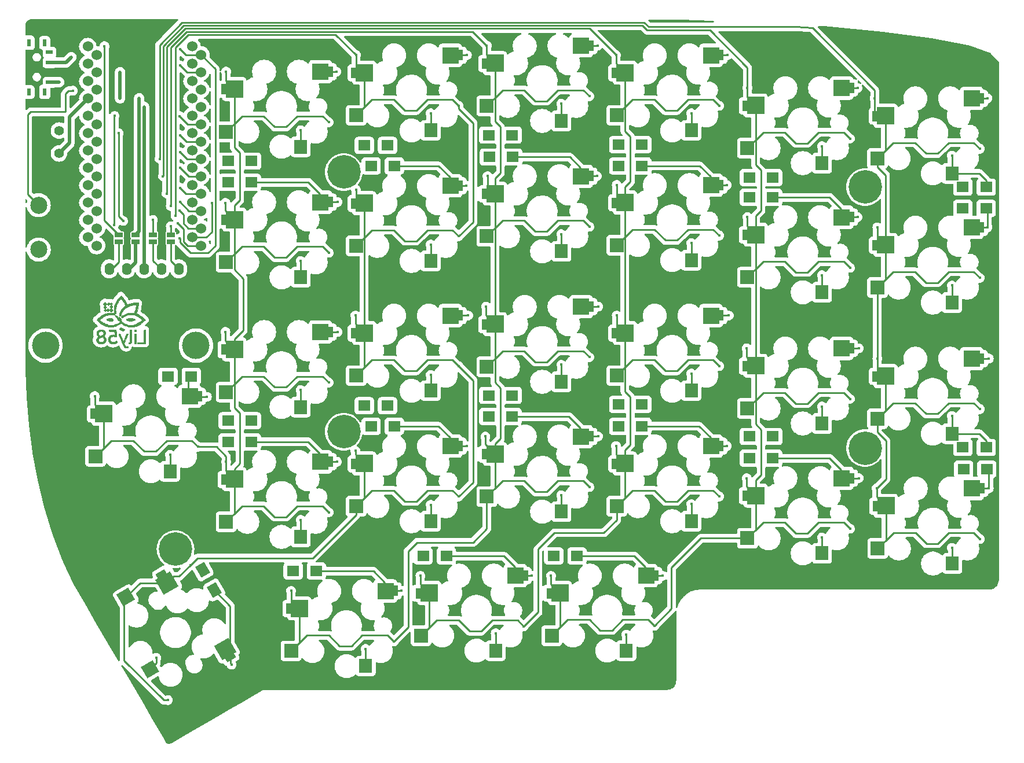
<source format=gbl>
G04 #@! TF.GenerationSoftware,KiCad,Pcbnew,8.0.5*
G04 #@! TF.CreationDate,2024-10-03T23:55:07-04:00*
G04 #@! TF.ProjectId,Lily58_Pro,4c696c79-3538-45f5-9072-6f2e6b696361,rev?*
G04 #@! TF.SameCoordinates,Original*
G04 #@! TF.FileFunction,Copper,L2,Bot*
G04 #@! TF.FilePolarity,Positive*
%FSLAX46Y46*%
G04 Gerber Fmt 4.6, Leading zero omitted, Abs format (unit mm)*
G04 Created by KiCad (PCBNEW 8.0.5) date 2024-10-03 23:55:07*
%MOMM*%
%LPD*%
G01*
G04 APERTURE LIST*
G04 Aperture macros list*
%AMRotRect*
0 Rectangle, with rotation*
0 The origin of the aperture is its center*
0 $1 length*
0 $2 width*
0 $3 Rotation angle, in degrees counterclockwise*
0 Add horizontal line*
21,1,$1,$2,0,0,$3*%
G04 Aperture macros list end*
G04 #@! TA.AperFunction,EtchedComponent*
%ADD10C,0.010000*%
G04 #@! TD*
G04 #@! TA.AperFunction,ComponentPad*
%ADD11C,4.900000*%
G04 #@! TD*
G04 #@! TA.AperFunction,ComponentPad*
%ADD12C,1.524000*%
G04 #@! TD*
G04 #@! TA.AperFunction,ComponentPad*
%ADD13C,2.500000*%
G04 #@! TD*
G04 #@! TA.AperFunction,ComponentPad*
%ADD14R,1.800000X1.500000*%
G04 #@! TD*
G04 #@! TA.AperFunction,ComponentPad*
%ADD15RotRect,1.800000X1.500000X300.000000*%
G04 #@! TD*
G04 #@! TA.AperFunction,SMDPad,CuDef*
%ADD16R,0.700000X1.500000*%
G04 #@! TD*
G04 #@! TA.AperFunction,SMDPad,CuDef*
%ADD17R,2.000000X2.000000*%
G04 #@! TD*
G04 #@! TA.AperFunction,SMDPad,CuDef*
%ADD18R,2.500000X2.500000*%
G04 #@! TD*
G04 #@! TA.AperFunction,SMDPad,CuDef*
%ADD19R,1.900000X2.000000*%
G04 #@! TD*
G04 #@! TA.AperFunction,SMDPad,CuDef*
%ADD20R,2.400000X2.400000*%
G04 #@! TD*
G04 #@! TA.AperFunction,SMDPad,CuDef*
%ADD21RotRect,0.700000X1.500000X300.000000*%
G04 #@! TD*
G04 #@! TA.AperFunction,SMDPad,CuDef*
%ADD22RotRect,2.000000X2.000000X120.000000*%
G04 #@! TD*
G04 #@! TA.AperFunction,SMDPad,CuDef*
%ADD23RotRect,2.500000X2.500000X120.000000*%
G04 #@! TD*
G04 #@! TA.AperFunction,SMDPad,CuDef*
%ADD24RotRect,1.900000X2.000000X120.000000*%
G04 #@! TD*
G04 #@! TA.AperFunction,SMDPad,CuDef*
%ADD25RotRect,2.400000X2.400000X120.000000*%
G04 #@! TD*
G04 #@! TA.AperFunction,ComponentPad*
%ADD26C,4.000000*%
G04 #@! TD*
G04 #@! TA.AperFunction,ComponentPad*
%ADD27C,1.397000*%
G04 #@! TD*
G04 #@! TA.AperFunction,ComponentPad*
%ADD28O,1.397000X1.778000*%
G04 #@! TD*
G04 #@! TA.AperFunction,SMDPad,CuDef*
%ADD29R,0.600000X1.100000*%
G04 #@! TD*
G04 #@! TA.AperFunction,SMDPad,CuDef*
%ADD30R,0.600000X1.000000*%
G04 #@! TD*
G04 #@! TA.AperFunction,SMDPad,CuDef*
%ADD31R,1.000000X0.600000*%
G04 #@! TD*
G04 #@! TA.AperFunction,SMDPad,CuDef*
%ADD32R,1.143000X0.635000*%
G04 #@! TD*
G04 #@! TA.AperFunction,ViaPad*
%ADD33C,0.400000*%
G04 #@! TD*
G04 #@! TA.AperFunction,Conductor*
%ADD34C,0.250000*%
G04 #@! TD*
G04 #@! TA.AperFunction,Conductor*
%ADD35C,0.500000*%
G04 #@! TD*
G04 APERTURE END LIST*
D10*
G04 #@! TO.C,G\u002A\u002A\u002A*
X94802870Y-79277530D02*
X94913448Y-79388107D01*
X94808375Y-79493368D01*
X94800792Y-79500936D01*
X94769064Y-79531984D01*
X94740660Y-79558823D01*
X94717282Y-79579907D01*
X94700634Y-79593691D01*
X94692416Y-79598629D01*
X94689028Y-79597252D01*
X94675990Y-79587522D01*
X94656040Y-79570110D01*
X94631131Y-79546965D01*
X94603212Y-79520036D01*
X94574235Y-79491273D01*
X94546151Y-79462625D01*
X94520912Y-79436042D01*
X94500468Y-79413473D01*
X94486771Y-79396868D01*
X94481771Y-79388175D01*
X94482041Y-79387111D01*
X94489145Y-79376752D01*
X94504742Y-79358358D01*
X94527286Y-79333635D01*
X94555231Y-79304289D01*
X94587032Y-79272025D01*
X94692293Y-79166952D01*
X94802870Y-79277530D01*
G04 #@! TA.AperFunction,EtchedComponent*
G36*
X94802870Y-79277530D02*
G01*
X94913448Y-79388107D01*
X94808375Y-79493368D01*
X94800792Y-79500936D01*
X94769064Y-79531984D01*
X94740660Y-79558823D01*
X94717282Y-79579907D01*
X94700634Y-79593691D01*
X94692416Y-79598629D01*
X94689028Y-79597252D01*
X94675990Y-79587522D01*
X94656040Y-79570110D01*
X94631131Y-79546965D01*
X94603212Y-79520036D01*
X94574235Y-79491273D01*
X94546151Y-79462625D01*
X94520912Y-79436042D01*
X94500468Y-79413473D01*
X94486771Y-79396868D01*
X94481771Y-79388175D01*
X94482041Y-79387111D01*
X94489145Y-79376752D01*
X94504742Y-79358358D01*
X94527286Y-79333635D01*
X94555231Y-79304289D01*
X94587032Y-79272025D01*
X94692293Y-79166952D01*
X94802870Y-79277530D01*
G37*
G04 #@! TD.AperFunction*
X95594174Y-78716131D02*
X95607785Y-78727824D01*
X95628307Y-78746940D01*
X95653922Y-78771777D01*
X95682813Y-78800632D01*
X95769111Y-78888006D01*
X95682540Y-78974803D01*
X95660440Y-78996725D01*
X95633701Y-79022562D01*
X95611610Y-79043118D01*
X95596002Y-79056697D01*
X95588712Y-79061600D01*
X95585576Y-79060260D01*
X95573138Y-79050610D01*
X95554178Y-79033481D01*
X95530828Y-79011052D01*
X95505219Y-78985500D01*
X95479486Y-78959004D01*
X95455759Y-78933742D01*
X95436172Y-78911893D01*
X95422855Y-78895635D01*
X95417943Y-78887146D01*
X95419319Y-78883887D01*
X95428899Y-78871197D01*
X95445806Y-78851883D01*
X95467899Y-78828110D01*
X95493040Y-78802048D01*
X95519088Y-78775864D01*
X95543905Y-78751725D01*
X95565351Y-78731799D01*
X95581286Y-78718254D01*
X95589572Y-78713257D01*
X95594174Y-78716131D01*
G04 #@! TA.AperFunction,EtchedComponent*
G36*
X95594174Y-78716131D02*
G01*
X95607785Y-78727824D01*
X95628307Y-78746940D01*
X95653922Y-78771777D01*
X95682813Y-78800632D01*
X95769111Y-78888006D01*
X95682540Y-78974803D01*
X95660440Y-78996725D01*
X95633701Y-79022562D01*
X95611610Y-79043118D01*
X95596002Y-79056697D01*
X95588712Y-79061600D01*
X95585576Y-79060260D01*
X95573138Y-79050610D01*
X95554178Y-79033481D01*
X95530828Y-79011052D01*
X95505219Y-78985500D01*
X95479486Y-78959004D01*
X95455759Y-78933742D01*
X95436172Y-78911893D01*
X95422855Y-78895635D01*
X95417943Y-78887146D01*
X95419319Y-78883887D01*
X95428899Y-78871197D01*
X95445806Y-78851883D01*
X95467899Y-78828110D01*
X95493040Y-78802048D01*
X95519088Y-78775864D01*
X95543905Y-78751725D01*
X95565351Y-78731799D01*
X95581286Y-78718254D01*
X95589572Y-78713257D01*
X95594174Y-78716131D01*
G37*
G04 #@! TD.AperFunction*
X99159070Y-82663320D02*
X99189389Y-82671153D01*
X99210195Y-82686597D01*
X99223294Y-82711333D01*
X99230490Y-82747041D01*
X99233591Y-82795400D01*
X99233759Y-82837027D01*
X99230447Y-82874928D01*
X99222739Y-82902495D01*
X99210017Y-82921795D01*
X99191657Y-82934892D01*
X99189209Y-82935928D01*
X99170466Y-82940088D01*
X99142504Y-82942961D01*
X99109654Y-82944065D01*
X99067609Y-82942389D01*
X99033673Y-82936242D01*
X99010359Y-82925057D01*
X98995929Y-82908288D01*
X98995790Y-82908012D01*
X98992937Y-82895033D01*
X98990606Y-82871025D01*
X98989034Y-82839320D01*
X98988457Y-82803249D01*
X98988457Y-82799877D01*
X98988588Y-82763043D01*
X98989341Y-82737506D01*
X98991264Y-82720278D01*
X98994908Y-82708369D01*
X99000823Y-82698791D01*
X99009558Y-82688556D01*
X99017453Y-82680084D01*
X99028107Y-82671538D01*
X99041134Y-82666590D01*
X99060579Y-82663924D01*
X99090489Y-82662223D01*
X99117432Y-82661417D01*
X99159070Y-82663320D01*
G04 #@! TA.AperFunction,EtchedComponent*
G36*
X99159070Y-82663320D02*
G01*
X99189389Y-82671153D01*
X99210195Y-82686597D01*
X99223294Y-82711333D01*
X99230490Y-82747041D01*
X99233591Y-82795400D01*
X99233759Y-82837027D01*
X99230447Y-82874928D01*
X99222739Y-82902495D01*
X99210017Y-82921795D01*
X99191657Y-82934892D01*
X99189209Y-82935928D01*
X99170466Y-82940088D01*
X99142504Y-82942961D01*
X99109654Y-82944065D01*
X99067609Y-82942389D01*
X99033673Y-82936242D01*
X99010359Y-82925057D01*
X98995929Y-82908288D01*
X98995790Y-82908012D01*
X98992937Y-82895033D01*
X98990606Y-82871025D01*
X98989034Y-82839320D01*
X98988457Y-82803249D01*
X98988457Y-82799877D01*
X98988588Y-82763043D01*
X98989341Y-82737506D01*
X98991264Y-82720278D01*
X98994908Y-82708369D01*
X99000823Y-82698791D01*
X99009558Y-82688556D01*
X99017453Y-82680084D01*
X99028107Y-82671538D01*
X99041134Y-82666590D01*
X99060579Y-82663924D01*
X99090489Y-82662223D01*
X99117432Y-82661417D01*
X99159070Y-82663320D01*
G37*
G04 #@! TD.AperFunction*
X94695217Y-79629005D02*
X94707901Y-79638493D01*
X94727254Y-79655268D01*
X94751096Y-79677202D01*
X94777249Y-79702166D01*
X94803532Y-79728033D01*
X94827768Y-79752676D01*
X94847778Y-79773965D01*
X94861381Y-79789773D01*
X94866400Y-79797973D01*
X94863867Y-79802270D01*
X94852635Y-79815722D01*
X94833982Y-79836170D01*
X94809615Y-79861755D01*
X94781242Y-79890620D01*
X94760287Y-79911511D01*
X94734180Y-79937175D01*
X94712953Y-79957611D01*
X94698378Y-79971119D01*
X94692228Y-79976000D01*
X94687176Y-79972515D01*
X94673699Y-79960350D01*
X94654077Y-79941469D01*
X94630374Y-79917977D01*
X94604655Y-79891982D01*
X94578984Y-79865591D01*
X94555425Y-79840911D01*
X94536041Y-79820048D01*
X94522897Y-79805111D01*
X94518057Y-79798205D01*
X94519446Y-79795058D01*
X94529158Y-79782668D01*
X94546310Y-79763750D01*
X94568726Y-79740437D01*
X94594232Y-79714861D01*
X94620653Y-79689154D01*
X94645815Y-79665447D01*
X94667542Y-79645874D01*
X94683661Y-79632567D01*
X94691996Y-79627657D01*
X94695217Y-79629005D01*
G04 #@! TA.AperFunction,EtchedComponent*
G36*
X94695217Y-79629005D02*
G01*
X94707901Y-79638493D01*
X94727254Y-79655268D01*
X94751096Y-79677202D01*
X94777249Y-79702166D01*
X94803532Y-79728033D01*
X94827768Y-79752676D01*
X94847778Y-79773965D01*
X94861381Y-79789773D01*
X94866400Y-79797973D01*
X94863867Y-79802270D01*
X94852635Y-79815722D01*
X94833982Y-79836170D01*
X94809615Y-79861755D01*
X94781242Y-79890620D01*
X94760287Y-79911511D01*
X94734180Y-79937175D01*
X94712953Y-79957611D01*
X94698378Y-79971119D01*
X94692228Y-79976000D01*
X94687176Y-79972515D01*
X94673699Y-79960350D01*
X94654077Y-79941469D01*
X94630374Y-79917977D01*
X94604655Y-79891982D01*
X94578984Y-79865591D01*
X94555425Y-79840911D01*
X94536041Y-79820048D01*
X94522897Y-79805111D01*
X94518057Y-79798205D01*
X94519446Y-79795058D01*
X94529158Y-79782668D01*
X94546310Y-79763750D01*
X94568726Y-79740437D01*
X94594232Y-79714861D01*
X94620653Y-79689154D01*
X94645815Y-79665447D01*
X94667542Y-79645874D01*
X94683661Y-79632567D01*
X94691996Y-79627657D01*
X94695217Y-79629005D01*
G37*
G04 #@! TD.AperFunction*
X95188921Y-78685618D02*
X95201953Y-78695362D01*
X95221899Y-78712778D01*
X95246807Y-78735916D01*
X95274725Y-78762830D01*
X95303702Y-78791570D01*
X95331787Y-78820190D01*
X95357028Y-78846741D01*
X95377473Y-78869274D01*
X95391171Y-78885843D01*
X95396171Y-78894498D01*
X95395994Y-78895313D01*
X95389314Y-78905260D01*
X95374103Y-78923315D01*
X95351918Y-78947754D01*
X95324315Y-78976855D01*
X95292851Y-79008895D01*
X95286465Y-79015279D01*
X95255214Y-79046110D01*
X95227514Y-79072787D01*
X95205020Y-79093761D01*
X95189386Y-79107482D01*
X95182270Y-79112400D01*
X95177005Y-79109117D01*
X95162939Y-79097067D01*
X95142289Y-79077957D01*
X95116954Y-79053684D01*
X95088833Y-79026144D01*
X95059827Y-78997234D01*
X95031835Y-78968850D01*
X95006757Y-78942888D01*
X94986491Y-78921244D01*
X94972939Y-78905816D01*
X94968000Y-78898499D01*
X94970991Y-78893219D01*
X94982858Y-78879028D01*
X95001972Y-78858306D01*
X95026414Y-78832943D01*
X95054267Y-78804829D01*
X95083610Y-78775854D01*
X95112525Y-78747910D01*
X95139093Y-78722884D01*
X95161395Y-78702669D01*
X95177512Y-78689154D01*
X95185526Y-78684229D01*
X95188921Y-78685618D01*
G04 #@! TA.AperFunction,EtchedComponent*
G36*
X95188921Y-78685618D02*
G01*
X95201953Y-78695362D01*
X95221899Y-78712778D01*
X95246807Y-78735916D01*
X95274725Y-78762830D01*
X95303702Y-78791570D01*
X95331787Y-78820190D01*
X95357028Y-78846741D01*
X95377473Y-78869274D01*
X95391171Y-78885843D01*
X95396171Y-78894498D01*
X95395994Y-78895313D01*
X95389314Y-78905260D01*
X95374103Y-78923315D01*
X95351918Y-78947754D01*
X95324315Y-78976855D01*
X95292851Y-79008895D01*
X95286465Y-79015279D01*
X95255214Y-79046110D01*
X95227514Y-79072787D01*
X95205020Y-79093761D01*
X95189386Y-79107482D01*
X95182270Y-79112400D01*
X95177005Y-79109117D01*
X95162939Y-79097067D01*
X95142289Y-79077957D01*
X95116954Y-79053684D01*
X95088833Y-79026144D01*
X95059827Y-78997234D01*
X95031835Y-78968850D01*
X95006757Y-78942888D01*
X94986491Y-78921244D01*
X94972939Y-78905816D01*
X94968000Y-78898499D01*
X94970991Y-78893219D01*
X94982858Y-78879028D01*
X95001972Y-78858306D01*
X95026414Y-78832943D01*
X95054267Y-78804829D01*
X95083610Y-78775854D01*
X95112525Y-78747910D01*
X95139093Y-78722884D01*
X95161395Y-78702669D01*
X95177512Y-78689154D01*
X95185526Y-78684229D01*
X95188921Y-78685618D01*
G37*
G04 #@! TD.AperFunction*
X95593827Y-79086463D02*
X95608025Y-79098436D01*
X95628736Y-79117634D01*
X95654075Y-79142137D01*
X95682155Y-79170027D01*
X95711090Y-79199387D01*
X95738993Y-79228297D01*
X95763979Y-79254840D01*
X95784162Y-79277098D01*
X95797654Y-79293153D01*
X95802571Y-79301086D01*
X95802391Y-79301946D01*
X95795657Y-79312066D01*
X95780346Y-79330227D01*
X95758022Y-79354705D01*
X95730250Y-79383774D01*
X95698595Y-79415710D01*
X95691977Y-79422258D01*
X95660657Y-79452912D01*
X95633005Y-79479431D01*
X95610664Y-79500277D01*
X95595277Y-79513913D01*
X95588485Y-79518800D01*
X95583144Y-79515709D01*
X95568946Y-79503735D01*
X95548235Y-79484538D01*
X95522896Y-79460035D01*
X95494816Y-79432145D01*
X95465881Y-79402785D01*
X95437978Y-79373875D01*
X95412992Y-79347331D01*
X95392809Y-79325073D01*
X95379317Y-79309019D01*
X95374400Y-79301086D01*
X95377439Y-79295654D01*
X95389214Y-79281215D01*
X95408091Y-79260153D01*
X95432186Y-79234385D01*
X95459611Y-79205829D01*
X95488481Y-79176404D01*
X95516910Y-79148027D01*
X95543011Y-79122618D01*
X95564898Y-79102093D01*
X95580685Y-79088372D01*
X95588485Y-79083372D01*
X95593827Y-79086463D01*
G04 #@! TA.AperFunction,EtchedComponent*
G36*
X95593827Y-79086463D02*
G01*
X95608025Y-79098436D01*
X95628736Y-79117634D01*
X95654075Y-79142137D01*
X95682155Y-79170027D01*
X95711090Y-79199387D01*
X95738993Y-79228297D01*
X95763979Y-79254840D01*
X95784162Y-79277098D01*
X95797654Y-79293153D01*
X95802571Y-79301086D01*
X95802391Y-79301946D01*
X95795657Y-79312066D01*
X95780346Y-79330227D01*
X95758022Y-79354705D01*
X95730250Y-79383774D01*
X95698595Y-79415710D01*
X95691977Y-79422258D01*
X95660657Y-79452912D01*
X95633005Y-79479431D01*
X95610664Y-79500277D01*
X95595277Y-79513913D01*
X95588485Y-79518800D01*
X95583144Y-79515709D01*
X95568946Y-79503735D01*
X95548235Y-79484538D01*
X95522896Y-79460035D01*
X95494816Y-79432145D01*
X95465881Y-79402785D01*
X95437978Y-79373875D01*
X95412992Y-79347331D01*
X95392809Y-79325073D01*
X95379317Y-79309019D01*
X95374400Y-79301086D01*
X95377439Y-79295654D01*
X95389214Y-79281215D01*
X95408091Y-79260153D01*
X95432186Y-79234385D01*
X95459611Y-79205829D01*
X95488481Y-79176404D01*
X95516910Y-79148027D01*
X95543011Y-79122618D01*
X95564898Y-79102093D01*
X95580685Y-79088372D01*
X95588485Y-79083372D01*
X95593827Y-79086463D01*
G37*
G04 #@! TD.AperFunction*
X95097316Y-79582440D02*
X95107236Y-79587943D01*
X95121519Y-79599222D01*
X95141592Y-79617447D01*
X95168881Y-79643787D01*
X95204812Y-79679411D01*
X95211536Y-79686145D01*
X95242513Y-79717784D01*
X95269309Y-79746140D01*
X95290372Y-79769500D01*
X95304148Y-79786152D01*
X95309085Y-79794384D01*
X95309041Y-79794754D01*
X95303236Y-79803911D01*
X95288783Y-79821290D01*
X95267269Y-79845130D01*
X95240279Y-79873670D01*
X95209397Y-79905149D01*
X95206411Y-79908136D01*
X95175189Y-79938783D01*
X95147060Y-79965383D01*
X95123783Y-79986350D01*
X95107116Y-80000094D01*
X95098816Y-80005029D01*
X95093432Y-80002036D01*
X95079011Y-79990332D01*
X95057945Y-79971531D01*
X95032156Y-79947518D01*
X95003567Y-79920176D01*
X94974101Y-79891386D01*
X94945681Y-79863033D01*
X94920230Y-79836998D01*
X94899669Y-79815166D01*
X94885923Y-79799418D01*
X94880914Y-79791639D01*
X94881696Y-79789913D01*
X94890157Y-79779283D01*
X94906387Y-79761250D01*
X94928479Y-79737750D01*
X94954523Y-79710719D01*
X94982610Y-79682093D01*
X95010831Y-79653806D01*
X95037278Y-79627796D01*
X95060042Y-79605996D01*
X95077213Y-79590344D01*
X95086884Y-79582775D01*
X95090332Y-79581546D01*
X95097316Y-79582440D01*
G04 #@! TA.AperFunction,EtchedComponent*
G36*
X95097316Y-79582440D02*
G01*
X95107236Y-79587943D01*
X95121519Y-79599222D01*
X95141592Y-79617447D01*
X95168881Y-79643787D01*
X95204812Y-79679411D01*
X95211536Y-79686145D01*
X95242513Y-79717784D01*
X95269309Y-79746140D01*
X95290372Y-79769500D01*
X95304148Y-79786152D01*
X95309085Y-79794384D01*
X95309041Y-79794754D01*
X95303236Y-79803911D01*
X95288783Y-79821290D01*
X95267269Y-79845130D01*
X95240279Y-79873670D01*
X95209397Y-79905149D01*
X95206411Y-79908136D01*
X95175189Y-79938783D01*
X95147060Y-79965383D01*
X95123783Y-79986350D01*
X95107116Y-80000094D01*
X95098816Y-80005029D01*
X95093432Y-80002036D01*
X95079011Y-79990332D01*
X95057945Y-79971531D01*
X95032156Y-79947518D01*
X95003567Y-79920176D01*
X94974101Y-79891386D01*
X94945681Y-79863033D01*
X94920230Y-79836998D01*
X94899669Y-79815166D01*
X94885923Y-79799418D01*
X94880914Y-79791639D01*
X94881696Y-79789913D01*
X94890157Y-79779283D01*
X94906387Y-79761250D01*
X94928479Y-79737750D01*
X94954523Y-79710719D01*
X94982610Y-79682093D01*
X95010831Y-79653806D01*
X95037278Y-79627796D01*
X95060042Y-79605996D01*
X95077213Y-79590344D01*
X95086884Y-79582775D01*
X95090332Y-79581546D01*
X95097316Y-79582440D01*
G37*
G04 #@! TD.AperFunction*
X94696627Y-78642942D02*
X94710618Y-78653993D01*
X94731628Y-78672680D01*
X94757897Y-78697246D01*
X94787666Y-78725934D01*
X94819175Y-78756987D01*
X94850665Y-78788646D01*
X94880375Y-78819154D01*
X94906546Y-78846754D01*
X94927419Y-78869688D01*
X94941233Y-78886198D01*
X94946228Y-78894528D01*
X94944252Y-78898463D01*
X94933547Y-78912055D01*
X94914813Y-78933272D01*
X94889481Y-78960551D01*
X94858983Y-78992332D01*
X94824751Y-79027051D01*
X94802754Y-79048900D01*
X94769736Y-79080999D01*
X94740630Y-79108462D01*
X94716997Y-79129853D01*
X94700395Y-79143739D01*
X94692386Y-79148686D01*
X94687830Y-79146430D01*
X94673839Y-79135379D01*
X94652829Y-79116692D01*
X94626560Y-79092126D01*
X94596791Y-79063438D01*
X94565281Y-79032385D01*
X94533792Y-79000726D01*
X94504081Y-78970218D01*
X94477910Y-78942618D01*
X94457038Y-78919684D01*
X94443224Y-78903174D01*
X94438228Y-78894844D01*
X94440485Y-78890288D01*
X94451535Y-78876297D01*
X94470222Y-78855287D01*
X94494788Y-78829017D01*
X94523477Y-78799248D01*
X94554529Y-78767739D01*
X94586188Y-78736249D01*
X94616696Y-78706539D01*
X94644296Y-78680368D01*
X94667230Y-78659495D01*
X94683741Y-78645682D01*
X94692070Y-78640686D01*
X94696627Y-78642942D01*
G04 #@! TA.AperFunction,EtchedComponent*
G36*
X94696627Y-78642942D02*
G01*
X94710618Y-78653993D01*
X94731628Y-78672680D01*
X94757897Y-78697246D01*
X94787666Y-78725934D01*
X94819175Y-78756987D01*
X94850665Y-78788646D01*
X94880375Y-78819154D01*
X94906546Y-78846754D01*
X94927419Y-78869688D01*
X94941233Y-78886198D01*
X94946228Y-78894528D01*
X94944252Y-78898463D01*
X94933547Y-78912055D01*
X94914813Y-78933272D01*
X94889481Y-78960551D01*
X94858983Y-78992332D01*
X94824751Y-79027051D01*
X94802754Y-79048900D01*
X94769736Y-79080999D01*
X94740630Y-79108462D01*
X94716997Y-79129853D01*
X94700395Y-79143739D01*
X94692386Y-79148686D01*
X94687830Y-79146430D01*
X94673839Y-79135379D01*
X94652829Y-79116692D01*
X94626560Y-79092126D01*
X94596791Y-79063438D01*
X94565281Y-79032385D01*
X94533792Y-79000726D01*
X94504081Y-78970218D01*
X94477910Y-78942618D01*
X94457038Y-78919684D01*
X94443224Y-78903174D01*
X94438228Y-78894844D01*
X94440485Y-78890288D01*
X94451535Y-78876297D01*
X94470222Y-78855287D01*
X94494788Y-78829017D01*
X94523477Y-78799248D01*
X94554529Y-78767739D01*
X94586188Y-78736249D01*
X94616696Y-78706539D01*
X94644296Y-78680368D01*
X94667230Y-78659495D01*
X94683741Y-78645682D01*
X94692070Y-78640686D01*
X94696627Y-78642942D01*
G37*
G04 #@! TD.AperFunction*
X95598826Y-79545824D02*
X95618325Y-79561252D01*
X95646342Y-79586297D01*
X95682251Y-79620399D01*
X95725426Y-79662997D01*
X95740581Y-79678208D01*
X95777441Y-79715674D01*
X95805086Y-79744708D01*
X95824504Y-79766450D01*
X95836682Y-79782045D01*
X95842608Y-79792635D01*
X95843269Y-79799361D01*
X95841186Y-79802896D01*
X95830089Y-79816510D01*
X95810935Y-79837761D01*
X95785252Y-79865008D01*
X95754572Y-79896613D01*
X95720425Y-79930936D01*
X95701465Y-79949640D01*
X95668630Y-79981392D01*
X95639650Y-80008610D01*
X95616110Y-80029845D01*
X95599597Y-80043649D01*
X95591695Y-80048572D01*
X95587252Y-80046590D01*
X95573196Y-80035801D01*
X95552169Y-80017191D01*
X95525921Y-79992538D01*
X95496204Y-79963620D01*
X95464767Y-79932215D01*
X95433364Y-79900099D01*
X95403743Y-79869052D01*
X95377657Y-79840851D01*
X95356856Y-79817274D01*
X95343091Y-79800099D01*
X95338114Y-79791103D01*
X95338810Y-79788558D01*
X95347319Y-79775601D01*
X95364076Y-79755312D01*
X95387279Y-79729495D01*
X95415123Y-79699956D01*
X95445805Y-79668500D01*
X95477521Y-79636931D01*
X95508468Y-79607055D01*
X95536841Y-79580676D01*
X95560837Y-79559599D01*
X95578652Y-79545629D01*
X95588483Y-79540572D01*
X95598826Y-79545824D01*
G04 #@! TA.AperFunction,EtchedComponent*
G36*
X95598826Y-79545824D02*
G01*
X95618325Y-79561252D01*
X95646342Y-79586297D01*
X95682251Y-79620399D01*
X95725426Y-79662997D01*
X95740581Y-79678208D01*
X95777441Y-79715674D01*
X95805086Y-79744708D01*
X95824504Y-79766450D01*
X95836682Y-79782045D01*
X95842608Y-79792635D01*
X95843269Y-79799361D01*
X95841186Y-79802896D01*
X95830089Y-79816510D01*
X95810935Y-79837761D01*
X95785252Y-79865008D01*
X95754572Y-79896613D01*
X95720425Y-79930936D01*
X95701465Y-79949640D01*
X95668630Y-79981392D01*
X95639650Y-80008610D01*
X95616110Y-80029845D01*
X95599597Y-80043649D01*
X95591695Y-80048572D01*
X95587252Y-80046590D01*
X95573196Y-80035801D01*
X95552169Y-80017191D01*
X95525921Y-79992538D01*
X95496204Y-79963620D01*
X95464767Y-79932215D01*
X95433364Y-79900099D01*
X95403743Y-79869052D01*
X95377657Y-79840851D01*
X95356856Y-79817274D01*
X95343091Y-79800099D01*
X95338114Y-79791103D01*
X95338810Y-79788558D01*
X95347319Y-79775601D01*
X95364076Y-79755312D01*
X95387279Y-79729495D01*
X95415123Y-79699956D01*
X95445805Y-79668500D01*
X95477521Y-79636931D01*
X95508468Y-79607055D01*
X95536841Y-79580676D01*
X95560837Y-79559599D01*
X95578652Y-79545629D01*
X95588483Y-79540572D01*
X95598826Y-79545824D01*
G37*
G04 #@! TD.AperFunction*
X99144306Y-83242714D02*
X99166714Y-83245901D01*
X99183971Y-83252379D01*
X99190295Y-83255538D01*
X99196805Y-83258991D01*
X99202519Y-83263065D01*
X99207488Y-83268629D01*
X99211765Y-83276551D01*
X99215402Y-83287699D01*
X99218450Y-83302943D01*
X99220961Y-83323149D01*
X99222987Y-83349186D01*
X99224580Y-83381923D01*
X99225791Y-83422228D01*
X99226673Y-83470969D01*
X99227277Y-83529015D01*
X99227655Y-83597233D01*
X99227858Y-83676493D01*
X99227940Y-83767661D01*
X99227951Y-83871608D01*
X99227943Y-83989200D01*
X99227951Y-84098080D01*
X99227945Y-84203321D01*
X99227872Y-84295706D01*
X99227680Y-84376098D01*
X99227316Y-84445362D01*
X99226726Y-84504362D01*
X99225859Y-84553960D01*
X99224661Y-84595021D01*
X99223079Y-84628409D01*
X99221060Y-84654987D01*
X99218553Y-84675619D01*
X99215503Y-84691169D01*
X99211858Y-84702500D01*
X99207565Y-84710477D01*
X99202571Y-84715963D01*
X99196824Y-84719822D01*
X99190270Y-84722918D01*
X99182857Y-84726114D01*
X99171617Y-84730020D01*
X99141248Y-84734519D01*
X99098533Y-84734949D01*
X99074506Y-84734044D01*
X99052912Y-84732118D01*
X99038776Y-84728197D01*
X99028101Y-84721028D01*
X99016890Y-84709357D01*
X98995714Y-84685657D01*
X98995714Y-83292743D01*
X99016890Y-83269043D01*
X99025758Y-83259588D01*
X99036255Y-83251501D01*
X99049378Y-83246851D01*
X99069088Y-83244379D01*
X99099347Y-83242825D01*
X99112823Y-83242372D01*
X99144306Y-83242714D01*
G04 #@! TA.AperFunction,EtchedComponent*
G36*
X99144306Y-83242714D02*
G01*
X99166714Y-83245901D01*
X99183971Y-83252379D01*
X99190295Y-83255538D01*
X99196805Y-83258991D01*
X99202519Y-83263065D01*
X99207488Y-83268629D01*
X99211765Y-83276551D01*
X99215402Y-83287699D01*
X99218450Y-83302943D01*
X99220961Y-83323149D01*
X99222987Y-83349186D01*
X99224580Y-83381923D01*
X99225791Y-83422228D01*
X99226673Y-83470969D01*
X99227277Y-83529015D01*
X99227655Y-83597233D01*
X99227858Y-83676493D01*
X99227940Y-83767661D01*
X99227951Y-83871608D01*
X99227943Y-83989200D01*
X99227951Y-84098080D01*
X99227945Y-84203321D01*
X99227872Y-84295706D01*
X99227680Y-84376098D01*
X99227316Y-84445362D01*
X99226726Y-84504362D01*
X99225859Y-84553960D01*
X99224661Y-84595021D01*
X99223079Y-84628409D01*
X99221060Y-84654987D01*
X99218553Y-84675619D01*
X99215503Y-84691169D01*
X99211858Y-84702500D01*
X99207565Y-84710477D01*
X99202571Y-84715963D01*
X99196824Y-84719822D01*
X99190270Y-84722918D01*
X99182857Y-84726114D01*
X99171617Y-84730020D01*
X99141248Y-84734519D01*
X99098533Y-84734949D01*
X99074506Y-84734044D01*
X99052912Y-84732118D01*
X99038776Y-84728197D01*
X99028101Y-84721028D01*
X99016890Y-84709357D01*
X98995714Y-84685657D01*
X98995714Y-83292743D01*
X99016890Y-83269043D01*
X99025758Y-83259588D01*
X99036255Y-83251501D01*
X99049378Y-83246851D01*
X99069088Y-83244379D01*
X99099347Y-83242825D01*
X99112823Y-83242372D01*
X99144306Y-83242714D01*
G37*
G04 #@! TD.AperFunction*
X98482164Y-82662979D02*
X98506775Y-82665155D01*
X98522776Y-82669140D01*
X98534562Y-82676463D01*
X98546527Y-82688651D01*
X98567543Y-82712172D01*
X98567435Y-83581100D01*
X98567408Y-83693126D01*
X98567334Y-83814900D01*
X98567207Y-83923574D01*
X98567019Y-84019922D01*
X98566759Y-84104714D01*
X98566420Y-84178722D01*
X98565991Y-84242719D01*
X98565463Y-84297475D01*
X98564828Y-84343764D01*
X98564076Y-84382357D01*
X98563199Y-84414026D01*
X98562186Y-84439543D01*
X98561029Y-84459679D01*
X98559719Y-84475207D01*
X98558246Y-84486898D01*
X98556601Y-84495525D01*
X98534742Y-84561613D01*
X98501977Y-84619333D01*
X98459071Y-84666818D01*
X98406436Y-84703704D01*
X98344484Y-84729630D01*
X98273628Y-84744233D01*
X98227210Y-84746793D01*
X98185302Y-84741734D01*
X98154536Y-84728425D01*
X98135400Y-84706996D01*
X98129396Y-84687543D01*
X98125802Y-84658155D01*
X98125239Y-84625515D01*
X98127788Y-84595302D01*
X98133527Y-84573197D01*
X98148963Y-84553127D01*
X98175334Y-84538829D01*
X98214045Y-84529707D01*
X98216691Y-84529291D01*
X98257472Y-84516653D01*
X98289234Y-84493028D01*
X98313543Y-84457275D01*
X98331685Y-84421000D01*
X98335314Y-83567963D01*
X98335495Y-83525670D01*
X98336047Y-83400347D01*
X98336575Y-83288507D01*
X98337093Y-83189367D01*
X98337615Y-83102144D01*
X98338156Y-83026052D01*
X98338731Y-82960310D01*
X98339353Y-82904131D01*
X98340038Y-82856734D01*
X98340799Y-82817333D01*
X98341652Y-82785144D01*
X98342610Y-82759385D01*
X98343688Y-82739271D01*
X98344901Y-82724018D01*
X98346262Y-82712842D01*
X98347787Y-82704960D01*
X98349490Y-82699587D01*
X98351386Y-82695939D01*
X98360688Y-82685037D01*
X98385980Y-82670438D01*
X98422438Y-82662965D01*
X98470932Y-82662374D01*
X98482164Y-82662979D01*
G04 #@! TA.AperFunction,EtchedComponent*
G36*
X98482164Y-82662979D02*
G01*
X98506775Y-82665155D01*
X98522776Y-82669140D01*
X98534562Y-82676463D01*
X98546527Y-82688651D01*
X98567543Y-82712172D01*
X98567435Y-83581100D01*
X98567408Y-83693126D01*
X98567334Y-83814900D01*
X98567207Y-83923574D01*
X98567019Y-84019922D01*
X98566759Y-84104714D01*
X98566420Y-84178722D01*
X98565991Y-84242719D01*
X98565463Y-84297475D01*
X98564828Y-84343764D01*
X98564076Y-84382357D01*
X98563199Y-84414026D01*
X98562186Y-84439543D01*
X98561029Y-84459679D01*
X98559719Y-84475207D01*
X98558246Y-84486898D01*
X98556601Y-84495525D01*
X98534742Y-84561613D01*
X98501977Y-84619333D01*
X98459071Y-84666818D01*
X98406436Y-84703704D01*
X98344484Y-84729630D01*
X98273628Y-84744233D01*
X98227210Y-84746793D01*
X98185302Y-84741734D01*
X98154536Y-84728425D01*
X98135400Y-84706996D01*
X98129396Y-84687543D01*
X98125802Y-84658155D01*
X98125239Y-84625515D01*
X98127788Y-84595302D01*
X98133527Y-84573197D01*
X98148963Y-84553127D01*
X98175334Y-84538829D01*
X98214045Y-84529707D01*
X98216691Y-84529291D01*
X98257472Y-84516653D01*
X98289234Y-84493028D01*
X98313543Y-84457275D01*
X98331685Y-84421000D01*
X98335314Y-83567963D01*
X98335495Y-83525670D01*
X98336047Y-83400347D01*
X98336575Y-83288507D01*
X98337093Y-83189367D01*
X98337615Y-83102144D01*
X98338156Y-83026052D01*
X98338731Y-82960310D01*
X98339353Y-82904131D01*
X98340038Y-82856734D01*
X98340799Y-82817333D01*
X98341652Y-82785144D01*
X98342610Y-82759385D01*
X98343688Y-82739271D01*
X98344901Y-82724018D01*
X98346262Y-82712842D01*
X98347787Y-82704960D01*
X98349490Y-82699587D01*
X98351386Y-82695939D01*
X98360688Y-82685037D01*
X98385980Y-82670438D01*
X98422438Y-82662965D01*
X98470932Y-82662374D01*
X98482164Y-82662979D01*
G37*
G04 #@! TD.AperFunction*
X100535160Y-82662010D02*
X100558925Y-82665031D01*
X100576648Y-82671448D01*
X100581230Y-82673638D01*
X100587053Y-82676154D01*
X100592285Y-82678721D01*
X100596958Y-82682061D01*
X100601103Y-82686898D01*
X100604752Y-82693956D01*
X100607937Y-82703956D01*
X100610688Y-82717623D01*
X100613037Y-82735679D01*
X100615016Y-82758848D01*
X100616656Y-82787853D01*
X100617988Y-82823417D01*
X100619045Y-82866264D01*
X100619856Y-82917116D01*
X100620455Y-82976697D01*
X100620871Y-83045730D01*
X100621138Y-83124937D01*
X100621285Y-83215043D01*
X100621345Y-83316771D01*
X100621349Y-83430843D01*
X100621328Y-83557983D01*
X100621314Y-83698915D01*
X100621319Y-83784717D01*
X100621336Y-83917241D01*
X100621339Y-84036406D01*
X100621299Y-84142938D01*
X100621185Y-84237559D01*
X100620969Y-84320994D01*
X100620621Y-84393966D01*
X100620111Y-84457200D01*
X100619411Y-84511420D01*
X100618489Y-84557348D01*
X100617318Y-84595710D01*
X100615867Y-84627230D01*
X100614107Y-84652630D01*
X100612009Y-84672635D01*
X100609542Y-84687969D01*
X100606678Y-84699356D01*
X100603387Y-84707520D01*
X100599640Y-84713184D01*
X100595406Y-84717073D01*
X100590657Y-84719910D01*
X100585363Y-84722420D01*
X100579494Y-84725326D01*
X100577420Y-84726070D01*
X100561700Y-84728326D01*
X100533334Y-84730342D01*
X100493747Y-84732119D01*
X100444366Y-84733656D01*
X100386616Y-84734953D01*
X100321925Y-84736009D01*
X100251717Y-84736826D01*
X100177419Y-84737401D01*
X100100457Y-84737736D01*
X100022257Y-84737830D01*
X99944245Y-84737683D01*
X99867847Y-84737294D01*
X99794490Y-84736664D01*
X99725599Y-84735792D01*
X99662600Y-84734678D01*
X99606920Y-84733322D01*
X99559984Y-84731723D01*
X99523219Y-84729882D01*
X99498050Y-84727798D01*
X99485904Y-84725472D01*
X99485347Y-84725206D01*
X99464660Y-84711251D01*
X99451316Y-84691395D01*
X99444158Y-84662943D01*
X99442028Y-84623198D01*
X99442069Y-84611211D01*
X99443020Y-84587426D01*
X99446330Y-84571774D01*
X99453430Y-84559618D01*
X99465750Y-84546324D01*
X99489472Y-84522600D01*
X99935650Y-84520624D01*
X100381828Y-84518647D01*
X100381869Y-83635252D01*
X100381881Y-83577925D01*
X100381994Y-83439563D01*
X100382224Y-83312382D01*
X100382568Y-83196716D01*
X100383024Y-83092899D01*
X100383589Y-83001263D01*
X100384260Y-82922141D01*
X100385034Y-82855868D01*
X100385910Y-82802776D01*
X100386883Y-82763198D01*
X100387953Y-82737468D01*
X100389115Y-82725918D01*
X100389319Y-82725202D01*
X100399942Y-82702035D01*
X100415055Y-82682376D01*
X100416199Y-82681314D01*
X100427790Y-82672639D01*
X100441948Y-82667249D01*
X100462656Y-82664125D01*
X100493894Y-82662254D01*
X100501579Y-82661965D01*
X100535160Y-82662010D01*
G04 #@! TA.AperFunction,EtchedComponent*
G36*
X100535160Y-82662010D02*
G01*
X100558925Y-82665031D01*
X100576648Y-82671448D01*
X100581230Y-82673638D01*
X100587053Y-82676154D01*
X100592285Y-82678721D01*
X100596958Y-82682061D01*
X100601103Y-82686898D01*
X100604752Y-82693956D01*
X100607937Y-82703956D01*
X100610688Y-82717623D01*
X100613037Y-82735679D01*
X100615016Y-82758848D01*
X100616656Y-82787853D01*
X100617988Y-82823417D01*
X100619045Y-82866264D01*
X100619856Y-82917116D01*
X100620455Y-82976697D01*
X100620871Y-83045730D01*
X100621138Y-83124937D01*
X100621285Y-83215043D01*
X100621345Y-83316771D01*
X100621349Y-83430843D01*
X100621328Y-83557983D01*
X100621314Y-83698915D01*
X100621319Y-83784717D01*
X100621336Y-83917241D01*
X100621339Y-84036406D01*
X100621299Y-84142938D01*
X100621185Y-84237559D01*
X100620969Y-84320994D01*
X100620621Y-84393966D01*
X100620111Y-84457200D01*
X100619411Y-84511420D01*
X100618489Y-84557348D01*
X100617318Y-84595710D01*
X100615867Y-84627230D01*
X100614107Y-84652630D01*
X100612009Y-84672635D01*
X100609542Y-84687969D01*
X100606678Y-84699356D01*
X100603387Y-84707520D01*
X100599640Y-84713184D01*
X100595406Y-84717073D01*
X100590657Y-84719910D01*
X100585363Y-84722420D01*
X100579494Y-84725326D01*
X100577420Y-84726070D01*
X100561700Y-84728326D01*
X100533334Y-84730342D01*
X100493747Y-84732119D01*
X100444366Y-84733656D01*
X100386616Y-84734953D01*
X100321925Y-84736009D01*
X100251717Y-84736826D01*
X100177419Y-84737401D01*
X100100457Y-84737736D01*
X100022257Y-84737830D01*
X99944245Y-84737683D01*
X99867847Y-84737294D01*
X99794490Y-84736664D01*
X99725599Y-84735792D01*
X99662600Y-84734678D01*
X99606920Y-84733322D01*
X99559984Y-84731723D01*
X99523219Y-84729882D01*
X99498050Y-84727798D01*
X99485904Y-84725472D01*
X99485347Y-84725206D01*
X99464660Y-84711251D01*
X99451316Y-84691395D01*
X99444158Y-84662943D01*
X99442028Y-84623198D01*
X99442069Y-84611211D01*
X99443020Y-84587426D01*
X99446330Y-84571774D01*
X99453430Y-84559618D01*
X99465750Y-84546324D01*
X99489472Y-84522600D01*
X99935650Y-84520624D01*
X100381828Y-84518647D01*
X100381869Y-83635252D01*
X100381881Y-83577925D01*
X100381994Y-83439563D01*
X100382224Y-83312382D01*
X100382568Y-83196716D01*
X100383024Y-83092899D01*
X100383589Y-83001263D01*
X100384260Y-82922141D01*
X100385034Y-82855868D01*
X100385910Y-82802776D01*
X100386883Y-82763198D01*
X100387953Y-82737468D01*
X100389115Y-82725918D01*
X100389319Y-82725202D01*
X100399942Y-82702035D01*
X100415055Y-82682376D01*
X100416199Y-82681314D01*
X100427790Y-82672639D01*
X100441948Y-82667249D01*
X100462656Y-82664125D01*
X100493894Y-82662254D01*
X100501579Y-82661965D01*
X100535160Y-82662010D01*
G37*
G04 #@! TD.AperFunction*
X96795884Y-83241766D02*
X96838409Y-83244759D01*
X96869836Y-83253472D01*
X96892599Y-83268947D01*
X96909135Y-83292223D01*
X96909146Y-83292246D01*
X96913948Y-83303107D01*
X96923557Y-83326185D01*
X96937464Y-83360198D01*
X96955159Y-83403864D01*
X96976133Y-83455902D01*
X96999877Y-83515030D01*
X97025880Y-83579967D01*
X97053635Y-83649431D01*
X97082631Y-83722141D01*
X97112360Y-83796814D01*
X97142311Y-83872170D01*
X97171976Y-83946928D01*
X97200845Y-84019805D01*
X97228408Y-84089519D01*
X97254157Y-84154791D01*
X97277582Y-84214337D01*
X97298173Y-84266877D01*
X97315422Y-84311128D01*
X97328819Y-84345810D01*
X97337854Y-84369641D01*
X97342019Y-84381339D01*
X97344225Y-84388220D01*
X97350651Y-84403867D01*
X97355600Y-84410115D01*
X97357014Y-84409303D01*
X97362725Y-84399275D01*
X97369141Y-84381472D01*
X97369185Y-84381326D01*
X97373441Y-84369608D01*
X97382644Y-84345768D01*
X97396277Y-84311085D01*
X97413823Y-84266840D01*
X97434765Y-84214312D01*
X97458586Y-84154781D01*
X97484768Y-84089526D01*
X97512794Y-84019828D01*
X97542147Y-83946967D01*
X97572310Y-83872221D01*
X97602765Y-83796871D01*
X97632994Y-83722197D01*
X97662482Y-83649478D01*
X97690710Y-83579994D01*
X97717162Y-83515025D01*
X97741320Y-83455851D01*
X97762666Y-83403751D01*
X97780685Y-83360006D01*
X97794857Y-83325894D01*
X97804667Y-83302697D01*
X97809596Y-83291693D01*
X97820105Y-83274806D01*
X97837681Y-83258361D01*
X97861559Y-83248263D01*
X97894339Y-83243534D01*
X97938625Y-83243196D01*
X97943919Y-83243357D01*
X97975233Y-83244619D01*
X97995872Y-83246629D01*
X98009216Y-83250244D01*
X98018641Y-83256317D01*
X98027525Y-83265705D01*
X98038695Y-83283185D01*
X98045028Y-83309803D01*
X98044061Y-83314505D01*
X98037945Y-83332895D01*
X98026341Y-83363966D01*
X98009415Y-83407309D01*
X97987334Y-83462516D01*
X97960264Y-83529179D01*
X97928370Y-83606889D01*
X97891820Y-83695238D01*
X97850779Y-83793819D01*
X97805414Y-83902222D01*
X97755890Y-84020039D01*
X97466753Y-84706539D01*
X97518904Y-84829609D01*
X97544880Y-84888739D01*
X97573481Y-84947528D01*
X97600547Y-84995264D01*
X97627125Y-85033603D01*
X97654263Y-85064197D01*
X97683008Y-85088701D01*
X97711074Y-85107240D01*
X97755054Y-85126606D01*
X97799789Y-85133298D01*
X97847768Y-85127554D01*
X97901481Y-85109612D01*
X97902917Y-85109015D01*
X97943181Y-85095732D01*
X97975443Y-85093556D01*
X98001844Y-85103255D01*
X98024527Y-85125599D01*
X98045632Y-85161356D01*
X98048827Y-85167879D01*
X98059476Y-85191210D01*
X98064356Y-85207443D01*
X98064378Y-85221239D01*
X98060452Y-85237257D01*
X98060005Y-85238689D01*
X98048265Y-85262135D01*
X98032146Y-85279319D01*
X98011414Y-85291593D01*
X97974036Y-85308767D01*
X97931644Y-85324122D01*
X97889691Y-85335508D01*
X97835286Y-85343303D01*
X97760318Y-85341740D01*
X97685239Y-85326573D01*
X97612033Y-85298070D01*
X97583901Y-85282573D01*
X97528408Y-85242315D01*
X97476215Y-85192137D01*
X97430279Y-85135070D01*
X97393556Y-85074143D01*
X97393476Y-85073982D01*
X97388058Y-85061921D01*
X97377642Y-85037603D01*
X97362632Y-85002017D01*
X97343435Y-84956149D01*
X97320456Y-84900987D01*
X97294101Y-84837519D01*
X97264774Y-84766730D01*
X97232883Y-84689609D01*
X97198831Y-84607143D01*
X97163025Y-84520320D01*
X97125870Y-84430126D01*
X97087772Y-84337548D01*
X97049137Y-84243575D01*
X97010369Y-84149193D01*
X96971874Y-84055389D01*
X96934059Y-83963151D01*
X96897328Y-83873467D01*
X96862086Y-83787323D01*
X96828741Y-83705707D01*
X96797696Y-83629605D01*
X96769358Y-83560006D01*
X96744132Y-83497897D01*
X96722423Y-83444264D01*
X96704638Y-83400095D01*
X96691182Y-83366378D01*
X96682459Y-83344099D01*
X96678877Y-83334247D01*
X96677754Y-83329519D01*
X96677157Y-83297920D01*
X96688425Y-83271141D01*
X96710376Y-83252258D01*
X96721784Y-83248098D01*
X96751045Y-83243370D01*
X96790997Y-83241742D01*
X96795884Y-83241766D01*
G04 #@! TA.AperFunction,EtchedComponent*
G36*
X96795884Y-83241766D02*
G01*
X96838409Y-83244759D01*
X96869836Y-83253472D01*
X96892599Y-83268947D01*
X96909135Y-83292223D01*
X96909146Y-83292246D01*
X96913948Y-83303107D01*
X96923557Y-83326185D01*
X96937464Y-83360198D01*
X96955159Y-83403864D01*
X96976133Y-83455902D01*
X96999877Y-83515030D01*
X97025880Y-83579967D01*
X97053635Y-83649431D01*
X97082631Y-83722141D01*
X97112360Y-83796814D01*
X97142311Y-83872170D01*
X97171976Y-83946928D01*
X97200845Y-84019805D01*
X97228408Y-84089519D01*
X97254157Y-84154791D01*
X97277582Y-84214337D01*
X97298173Y-84266877D01*
X97315422Y-84311128D01*
X97328819Y-84345810D01*
X97337854Y-84369641D01*
X97342019Y-84381339D01*
X97344225Y-84388220D01*
X97350651Y-84403867D01*
X97355600Y-84410115D01*
X97357014Y-84409303D01*
X97362725Y-84399275D01*
X97369141Y-84381472D01*
X97369185Y-84381326D01*
X97373441Y-84369608D01*
X97382644Y-84345768D01*
X97396277Y-84311085D01*
X97413823Y-84266840D01*
X97434765Y-84214312D01*
X97458586Y-84154781D01*
X97484768Y-84089526D01*
X97512794Y-84019828D01*
X97542147Y-83946967D01*
X97572310Y-83872221D01*
X97602765Y-83796871D01*
X97632994Y-83722197D01*
X97662482Y-83649478D01*
X97690710Y-83579994D01*
X97717162Y-83515025D01*
X97741320Y-83455851D01*
X97762666Y-83403751D01*
X97780685Y-83360006D01*
X97794857Y-83325894D01*
X97804667Y-83302697D01*
X97809596Y-83291693D01*
X97820105Y-83274806D01*
X97837681Y-83258361D01*
X97861559Y-83248263D01*
X97894339Y-83243534D01*
X97938625Y-83243196D01*
X97943919Y-83243357D01*
X97975233Y-83244619D01*
X97995872Y-83246629D01*
X98009216Y-83250244D01*
X98018641Y-83256317D01*
X98027525Y-83265705D01*
X98038695Y-83283185D01*
X98045028Y-83309803D01*
X98044061Y-83314505D01*
X98037945Y-83332895D01*
X98026341Y-83363966D01*
X98009415Y-83407309D01*
X97987334Y-83462516D01*
X97960264Y-83529179D01*
X97928370Y-83606889D01*
X97891820Y-83695238D01*
X97850779Y-83793819D01*
X97805414Y-83902222D01*
X97755890Y-84020039D01*
X97466753Y-84706539D01*
X97518904Y-84829609D01*
X97544880Y-84888739D01*
X97573481Y-84947528D01*
X97600547Y-84995264D01*
X97627125Y-85033603D01*
X97654263Y-85064197D01*
X97683008Y-85088701D01*
X97711074Y-85107240D01*
X97755054Y-85126606D01*
X97799789Y-85133298D01*
X97847768Y-85127554D01*
X97901481Y-85109612D01*
X97902917Y-85109015D01*
X97943181Y-85095732D01*
X97975443Y-85093556D01*
X98001844Y-85103255D01*
X98024527Y-85125599D01*
X98045632Y-85161356D01*
X98048827Y-85167879D01*
X98059476Y-85191210D01*
X98064356Y-85207443D01*
X98064378Y-85221239D01*
X98060452Y-85237257D01*
X98060005Y-85238689D01*
X98048265Y-85262135D01*
X98032146Y-85279319D01*
X98011414Y-85291593D01*
X97974036Y-85308767D01*
X97931644Y-85324122D01*
X97889691Y-85335508D01*
X97835286Y-85343303D01*
X97760318Y-85341740D01*
X97685239Y-85326573D01*
X97612033Y-85298070D01*
X97583901Y-85282573D01*
X97528408Y-85242315D01*
X97476215Y-85192137D01*
X97430279Y-85135070D01*
X97393556Y-85074143D01*
X97393476Y-85073982D01*
X97388058Y-85061921D01*
X97377642Y-85037603D01*
X97362632Y-85002017D01*
X97343435Y-84956149D01*
X97320456Y-84900987D01*
X97294101Y-84837519D01*
X97264774Y-84766730D01*
X97232883Y-84689609D01*
X97198831Y-84607143D01*
X97163025Y-84520320D01*
X97125870Y-84430126D01*
X97087772Y-84337548D01*
X97049137Y-84243575D01*
X97010369Y-84149193D01*
X96971874Y-84055389D01*
X96934059Y-83963151D01*
X96897328Y-83873467D01*
X96862086Y-83787323D01*
X96828741Y-83705707D01*
X96797696Y-83629605D01*
X96769358Y-83560006D01*
X96744132Y-83497897D01*
X96722423Y-83444264D01*
X96704638Y-83400095D01*
X96691182Y-83366378D01*
X96682459Y-83344099D01*
X96678877Y-83334247D01*
X96677754Y-83329519D01*
X96677157Y-83297920D01*
X96688425Y-83271141D01*
X96710376Y-83252258D01*
X96721784Y-83248098D01*
X96751045Y-83243370D01*
X96790997Y-83241742D01*
X96795884Y-83241766D01*
G37*
G04 #@! TD.AperFunction*
X95856902Y-82672037D02*
X95940973Y-82672098D01*
X96012337Y-82672241D01*
X96072093Y-82672498D01*
X96121342Y-82672898D01*
X96161182Y-82673470D01*
X96192713Y-82674245D01*
X96217036Y-82675251D01*
X96235250Y-82676519D01*
X96248456Y-82678077D01*
X96257751Y-82679957D01*
X96264237Y-82682187D01*
X96269014Y-82684797D01*
X96284826Y-82698650D01*
X96298982Y-82717839D01*
X96299991Y-82720862D01*
X96303237Y-82737557D01*
X96307597Y-82766494D01*
X96312906Y-82806127D01*
X96319002Y-82854909D01*
X96325722Y-82911292D01*
X96332901Y-82973730D01*
X96340377Y-83040677D01*
X96347987Y-83110584D01*
X96355567Y-83181907D01*
X96362954Y-83253097D01*
X96369984Y-83322608D01*
X96376495Y-83388893D01*
X96382323Y-83450406D01*
X96387305Y-83505598D01*
X96391277Y-83552925D01*
X96394076Y-83590838D01*
X96395540Y-83617791D01*
X96395504Y-83632238D01*
X96387367Y-83660947D01*
X96366542Y-83689583D01*
X96335296Y-83711508D01*
X96295465Y-83725493D01*
X96248885Y-83730310D01*
X96224386Y-83728916D01*
X96199994Y-83724116D01*
X96171521Y-83714745D01*
X96134622Y-83699637D01*
X96086083Y-83680048D01*
X96034116Y-83663550D01*
X95983941Y-83653743D01*
X95930287Y-83649651D01*
X95867885Y-83650299D01*
X95840682Y-83651690D01*
X95784963Y-83657494D01*
X95736580Y-83667853D01*
X95690693Y-83683988D01*
X95642466Y-83707118D01*
X95591755Y-83739400D01*
X95538370Y-83787725D01*
X95494293Y-83844524D01*
X95460552Y-83907804D01*
X95438170Y-83975575D01*
X95428175Y-84045843D01*
X95431593Y-84116616D01*
X95439143Y-84155837D01*
X95463594Y-84229002D01*
X95499974Y-84294425D01*
X95547663Y-84351432D01*
X95606042Y-84399349D01*
X95674491Y-84437504D01*
X95752390Y-84465223D01*
X95761448Y-84467456D01*
X95806043Y-84474414D01*
X95858083Y-84477680D01*
X95912257Y-84477252D01*
X95963257Y-84473129D01*
X96005771Y-84465309D01*
X96049313Y-84451087D01*
X96109116Y-84424521D01*
X96167561Y-84391461D01*
X96219011Y-84354825D01*
X96247542Y-84332521D01*
X96281127Y-84310526D01*
X96309094Y-84299780D01*
X96333793Y-84300514D01*
X96357578Y-84312964D01*
X96382802Y-84337361D01*
X96411817Y-84373939D01*
X96421234Y-84386770D01*
X96438770Y-84412230D01*
X96449272Y-84431219D01*
X96454376Y-84447052D01*
X96455714Y-84463045D01*
X96455487Y-84471845D01*
X96453007Y-84485677D01*
X96446065Y-84498875D01*
X96432552Y-84514884D01*
X96410357Y-84537152D01*
X96410053Y-84537449D01*
X96339571Y-84596818D01*
X96258992Y-84648552D01*
X96171350Y-84691173D01*
X96079679Y-84723204D01*
X95987013Y-84743169D01*
X95950502Y-84747132D01*
X95893666Y-84749788D01*
X95833263Y-84749459D01*
X95775231Y-84746216D01*
X95725508Y-84740125D01*
X95650351Y-84723513D01*
X95555080Y-84690778D01*
X95467346Y-84646790D01*
X95388014Y-84592265D01*
X95317953Y-84527919D01*
X95258029Y-84454468D01*
X95209109Y-84372628D01*
X95172060Y-84283115D01*
X95154853Y-84222823D01*
X95138619Y-84124844D01*
X95136899Y-84026887D01*
X95149691Y-83929008D01*
X95176994Y-83831262D01*
X95193278Y-83789734D01*
X95227415Y-83723547D01*
X95271064Y-83661604D01*
X95326569Y-83600284D01*
X95358763Y-83569636D01*
X95418658Y-83521528D01*
X95481914Y-83482949D01*
X95553025Y-83450935D01*
X95558026Y-83449014D01*
X95646030Y-83421520D01*
X95736175Y-83404534D01*
X95826071Y-83398095D01*
X95913332Y-83402242D01*
X95995566Y-83417014D01*
X96070387Y-83442450D01*
X96088048Y-83449758D01*
X96104843Y-83455634D01*
X96112432Y-83456788D01*
X96112330Y-83449742D01*
X96110745Y-83429830D01*
X96107812Y-83398701D01*
X96103698Y-83357986D01*
X96098567Y-83309320D01*
X96092585Y-83254333D01*
X96085916Y-83194660D01*
X96079494Y-83137766D01*
X96073255Y-83082174D01*
X96067739Y-83032694D01*
X96063128Y-82990989D01*
X96059608Y-82958720D01*
X96057361Y-82937549D01*
X96056571Y-82929137D01*
X96056169Y-82928841D01*
X96045910Y-82927583D01*
X96022831Y-82926337D01*
X95988303Y-82925133D01*
X95943697Y-82924003D01*
X95890383Y-82922977D01*
X95829732Y-82922088D01*
X95763114Y-82921365D01*
X95691900Y-82920841D01*
X95662835Y-82920673D01*
X95584874Y-82920178D01*
X95519773Y-82919655D01*
X95466291Y-82919056D01*
X95423187Y-82918331D01*
X95389221Y-82917430D01*
X95363150Y-82916306D01*
X95343735Y-82914907D01*
X95329735Y-82913186D01*
X95319909Y-82911093D01*
X95313015Y-82908578D01*
X95307814Y-82905593D01*
X95292456Y-82890545D01*
X95280600Y-82870038D01*
X95279295Y-82865804D01*
X95274883Y-82839460D01*
X95273104Y-82806008D01*
X95273880Y-82770807D01*
X95277135Y-82739214D01*
X95282793Y-82716589D01*
X95284758Y-82711869D01*
X95288472Y-82703806D01*
X95293019Y-82696910D01*
X95299451Y-82691092D01*
X95308821Y-82686260D01*
X95322182Y-82682321D01*
X95340585Y-82679186D01*
X95365084Y-82676762D01*
X95396729Y-82674957D01*
X95436575Y-82673681D01*
X95485673Y-82672843D01*
X95545076Y-82672349D01*
X95615836Y-82672110D01*
X95699005Y-82672034D01*
X95795636Y-82672029D01*
X95856902Y-82672037D01*
G04 #@! TA.AperFunction,EtchedComponent*
G36*
X95856902Y-82672037D02*
G01*
X95940973Y-82672098D01*
X96012337Y-82672241D01*
X96072093Y-82672498D01*
X96121342Y-82672898D01*
X96161182Y-82673470D01*
X96192713Y-82674245D01*
X96217036Y-82675251D01*
X96235250Y-82676519D01*
X96248456Y-82678077D01*
X96257751Y-82679957D01*
X96264237Y-82682187D01*
X96269014Y-82684797D01*
X96284826Y-82698650D01*
X96298982Y-82717839D01*
X96299991Y-82720862D01*
X96303237Y-82737557D01*
X96307597Y-82766494D01*
X96312906Y-82806127D01*
X96319002Y-82854909D01*
X96325722Y-82911292D01*
X96332901Y-82973730D01*
X96340377Y-83040677D01*
X96347987Y-83110584D01*
X96355567Y-83181907D01*
X96362954Y-83253097D01*
X96369984Y-83322608D01*
X96376495Y-83388893D01*
X96382323Y-83450406D01*
X96387305Y-83505598D01*
X96391277Y-83552925D01*
X96394076Y-83590838D01*
X96395540Y-83617791D01*
X96395504Y-83632238D01*
X96387367Y-83660947D01*
X96366542Y-83689583D01*
X96335296Y-83711508D01*
X96295465Y-83725493D01*
X96248885Y-83730310D01*
X96224386Y-83728916D01*
X96199994Y-83724116D01*
X96171521Y-83714745D01*
X96134622Y-83699637D01*
X96086083Y-83680048D01*
X96034116Y-83663550D01*
X95983941Y-83653743D01*
X95930287Y-83649651D01*
X95867885Y-83650299D01*
X95840682Y-83651690D01*
X95784963Y-83657494D01*
X95736580Y-83667853D01*
X95690693Y-83683988D01*
X95642466Y-83707118D01*
X95591755Y-83739400D01*
X95538370Y-83787725D01*
X95494293Y-83844524D01*
X95460552Y-83907804D01*
X95438170Y-83975575D01*
X95428175Y-84045843D01*
X95431593Y-84116616D01*
X95439143Y-84155837D01*
X95463594Y-84229002D01*
X95499974Y-84294425D01*
X95547663Y-84351432D01*
X95606042Y-84399349D01*
X95674491Y-84437504D01*
X95752390Y-84465223D01*
X95761448Y-84467456D01*
X95806043Y-84474414D01*
X95858083Y-84477680D01*
X95912257Y-84477252D01*
X95963257Y-84473129D01*
X96005771Y-84465309D01*
X96049313Y-84451087D01*
X96109116Y-84424521D01*
X96167561Y-84391461D01*
X96219011Y-84354825D01*
X96247542Y-84332521D01*
X96281127Y-84310526D01*
X96309094Y-84299780D01*
X96333793Y-84300514D01*
X96357578Y-84312964D01*
X96382802Y-84337361D01*
X96411817Y-84373939D01*
X96421234Y-84386770D01*
X96438770Y-84412230D01*
X96449272Y-84431219D01*
X96454376Y-84447052D01*
X96455714Y-84463045D01*
X96455487Y-84471845D01*
X96453007Y-84485677D01*
X96446065Y-84498875D01*
X96432552Y-84514884D01*
X96410357Y-84537152D01*
X96410053Y-84537449D01*
X96339571Y-84596818D01*
X96258992Y-84648552D01*
X96171350Y-84691173D01*
X96079679Y-84723204D01*
X95987013Y-84743169D01*
X95950502Y-84747132D01*
X95893666Y-84749788D01*
X95833263Y-84749459D01*
X95775231Y-84746216D01*
X95725508Y-84740125D01*
X95650351Y-84723513D01*
X95555080Y-84690778D01*
X95467346Y-84646790D01*
X95388014Y-84592265D01*
X95317953Y-84527919D01*
X95258029Y-84454468D01*
X95209109Y-84372628D01*
X95172060Y-84283115D01*
X95154853Y-84222823D01*
X95138619Y-84124844D01*
X95136899Y-84026887D01*
X95149691Y-83929008D01*
X95176994Y-83831262D01*
X95193278Y-83789734D01*
X95227415Y-83723547D01*
X95271064Y-83661604D01*
X95326569Y-83600284D01*
X95358763Y-83569636D01*
X95418658Y-83521528D01*
X95481914Y-83482949D01*
X95553025Y-83450935D01*
X95558026Y-83449014D01*
X95646030Y-83421520D01*
X95736175Y-83404534D01*
X95826071Y-83398095D01*
X95913332Y-83402242D01*
X95995566Y-83417014D01*
X96070387Y-83442450D01*
X96088048Y-83449758D01*
X96104843Y-83455634D01*
X96112432Y-83456788D01*
X96112330Y-83449742D01*
X96110745Y-83429830D01*
X96107812Y-83398701D01*
X96103698Y-83357986D01*
X96098567Y-83309320D01*
X96092585Y-83254333D01*
X96085916Y-83194660D01*
X96079494Y-83137766D01*
X96073255Y-83082174D01*
X96067739Y-83032694D01*
X96063128Y-82990989D01*
X96059608Y-82958720D01*
X96057361Y-82937549D01*
X96056571Y-82929137D01*
X96056169Y-82928841D01*
X96045910Y-82927583D01*
X96022831Y-82926337D01*
X95988303Y-82925133D01*
X95943697Y-82924003D01*
X95890383Y-82922977D01*
X95829732Y-82922088D01*
X95763114Y-82921365D01*
X95691900Y-82920841D01*
X95662835Y-82920673D01*
X95584874Y-82920178D01*
X95519773Y-82919655D01*
X95466291Y-82919056D01*
X95423187Y-82918331D01*
X95389221Y-82917430D01*
X95363150Y-82916306D01*
X95343735Y-82914907D01*
X95329735Y-82913186D01*
X95319909Y-82911093D01*
X95313015Y-82908578D01*
X95307814Y-82905593D01*
X95292456Y-82890545D01*
X95280600Y-82870038D01*
X95279295Y-82865804D01*
X95274883Y-82839460D01*
X95273104Y-82806008D01*
X95273880Y-82770807D01*
X95277135Y-82739214D01*
X95282793Y-82716589D01*
X95284758Y-82711869D01*
X95288472Y-82703806D01*
X95293019Y-82696910D01*
X95299451Y-82691092D01*
X95308821Y-82686260D01*
X95322182Y-82682321D01*
X95340585Y-82679186D01*
X95365084Y-82676762D01*
X95396729Y-82674957D01*
X95436575Y-82673681D01*
X95485673Y-82672843D01*
X95545076Y-82672349D01*
X95615836Y-82672110D01*
X95699005Y-82672034D01*
X95795636Y-82672029D01*
X95856902Y-82672037D01*
G37*
G04 #@! TD.AperFunction*
X94748287Y-83245402D02*
X94733846Y-83312219D01*
X94708337Y-83373317D01*
X94670668Y-83431348D01*
X94619750Y-83488966D01*
X94596192Y-83512237D01*
X94570352Y-83536810D01*
X94548411Y-83556701D01*
X94533465Y-83569035D01*
X94508959Y-83586910D01*
X94537094Y-83605703D01*
X94556213Y-83619312D01*
X94606242Y-83661793D01*
X94656290Y-83712997D01*
X94703213Y-83769269D01*
X94743865Y-83826952D01*
X94775101Y-83882392D01*
X94779113Y-83890855D01*
X94804709Y-83952555D01*
X94821413Y-84011227D01*
X94830461Y-84072399D01*
X94831922Y-84110809D01*
X94833092Y-84141600D01*
X94833078Y-84145879D01*
X94832153Y-84191039D01*
X94829457Y-84226915D01*
X94824458Y-84258293D01*
X94816626Y-84289961D01*
X94811462Y-84307173D01*
X94777825Y-84389946D01*
X94731786Y-84467370D01*
X94674913Y-84537130D01*
X94608771Y-84596915D01*
X94598460Y-84604660D01*
X94523040Y-84652342D01*
X94438193Y-84692273D01*
X94347121Y-84723132D01*
X94253025Y-84743600D01*
X94245889Y-84744522D01*
X94218486Y-84746536D01*
X94181956Y-84747825D01*
X94140206Y-84748283D01*
X94097143Y-84747805D01*
X94025176Y-84744265D01*
X93955426Y-84735713D01*
X93891657Y-84721352D01*
X93829684Y-84700217D01*
X93765322Y-84671344D01*
X93711699Y-84641978D01*
X93634296Y-84587304D01*
X93567744Y-84523769D01*
X93512614Y-84452047D01*
X93469481Y-84372814D01*
X93438915Y-84286743D01*
X93437044Y-84279348D01*
X93429113Y-84231141D01*
X93425722Y-84176118D01*
X93426545Y-84133154D01*
X93716420Y-84133154D01*
X93717588Y-84188532D01*
X93730030Y-84243407D01*
X93753150Y-84296415D01*
X93786354Y-84346197D01*
X93829046Y-84391388D01*
X93880632Y-84430629D01*
X93940516Y-84462556D01*
X94008104Y-84485809D01*
X94022700Y-84488981D01*
X94063823Y-84494140D01*
X94111550Y-84496396D01*
X94160673Y-84495751D01*
X94205987Y-84492206D01*
X94242285Y-84485762D01*
X94290537Y-84470086D01*
X94357237Y-84437452D01*
X94416403Y-84394977D01*
X94466432Y-84344112D01*
X94505724Y-84286304D01*
X94532678Y-84223002D01*
X94535197Y-84214174D01*
X94543895Y-84165536D01*
X94546973Y-84110809D01*
X94544338Y-84056064D01*
X94535902Y-84007370D01*
X94532804Y-83996427D01*
X94510223Y-83940406D01*
X94477047Y-83882722D01*
X94435611Y-83826613D01*
X94388249Y-83775314D01*
X94337297Y-83732062D01*
X94302568Y-83706569D01*
X94154498Y-83770622D01*
X94099741Y-83794494D01*
X94032238Y-83824694D01*
X93975784Y-83851149D01*
X93928899Y-83874695D01*
X93890104Y-83896162D01*
X93857920Y-83916383D01*
X93830868Y-83936192D01*
X93807467Y-83956421D01*
X93786240Y-83977903D01*
X93750282Y-84026335D01*
X93727119Y-84078635D01*
X93716420Y-84133154D01*
X93426545Y-84133154D01*
X93426808Y-84119449D01*
X93432308Y-84066305D01*
X93442158Y-84021857D01*
X93450811Y-83997091D01*
X93484865Y-83927825D01*
X93531788Y-83862080D01*
X93590420Y-83801320D01*
X93659604Y-83747009D01*
X93711373Y-83711647D01*
X93673052Y-83666474D01*
X93619336Y-83597340D01*
X93565599Y-83512128D01*
X93523740Y-83425492D01*
X93493884Y-83338445D01*
X93476157Y-83252003D01*
X93473470Y-83210354D01*
X93748800Y-83210354D01*
X93750247Y-83238638D01*
X93760793Y-83298834D01*
X93780468Y-83363388D01*
X93807984Y-83428994D01*
X93842050Y-83492348D01*
X93881378Y-83550143D01*
X93889123Y-83559976D01*
X93907211Y-83581254D01*
X93921980Y-83596364D01*
X93930810Y-83602529D01*
X93935737Y-83601807D01*
X93953060Y-83596201D01*
X93979951Y-83585944D01*
X94014204Y-83571998D01*
X94053611Y-83555330D01*
X94095965Y-83536904D01*
X94139061Y-83517685D01*
X94180691Y-83498637D01*
X94218649Y-83480726D01*
X94250728Y-83464916D01*
X94274720Y-83452172D01*
X94294640Y-83440265D01*
X94344107Y-83405243D01*
X94388285Y-83366305D01*
X94424306Y-83326157D01*
X94449300Y-83287502D01*
X94455046Y-83275673D01*
X94463169Y-83255553D01*
X94467852Y-83235549D01*
X94470033Y-83210789D01*
X94470646Y-83176400D01*
X94470640Y-83163191D01*
X94469719Y-83131966D01*
X94466783Y-83108637D01*
X94460974Y-83088277D01*
X94451436Y-83065961D01*
X94422890Y-83018040D01*
X94380217Y-82972070D01*
X94327489Y-82935380D01*
X94265700Y-82908508D01*
X94195843Y-82891991D01*
X94118914Y-82886367D01*
X94105162Y-82886532D01*
X94028071Y-82894103D01*
X93958704Y-82912454D01*
X93897848Y-82940897D01*
X93846291Y-82978742D01*
X93804820Y-83025300D01*
X93774223Y-83079880D01*
X93755287Y-83141795D01*
X93748800Y-83210354D01*
X93473470Y-83210354D01*
X93470684Y-83167178D01*
X93477591Y-83084986D01*
X93497003Y-83006440D01*
X93529045Y-82932554D01*
X93573844Y-82864343D01*
X93592411Y-82842052D01*
X93653958Y-82782806D01*
X93725688Y-82733389D01*
X93807956Y-82693582D01*
X93901116Y-82663169D01*
X93947485Y-82653640D01*
X94006409Y-82646052D01*
X94070749Y-82641304D01*
X94135920Y-82639619D01*
X94197336Y-82641216D01*
X94250412Y-82646318D01*
X94272716Y-82649898D01*
X94365689Y-82672258D01*
X94450308Y-82704959D01*
X94525906Y-82747311D01*
X94591817Y-82798626D01*
X94647375Y-82858214D01*
X94691911Y-82925386D01*
X94724759Y-82999453D01*
X94745253Y-83079725D01*
X94752726Y-83165515D01*
X94752751Y-83170212D01*
X94752383Y-83176400D01*
X94748287Y-83245402D01*
G04 #@! TA.AperFunction,EtchedComponent*
G36*
X94748287Y-83245402D02*
G01*
X94733846Y-83312219D01*
X94708337Y-83373317D01*
X94670668Y-83431348D01*
X94619750Y-83488966D01*
X94596192Y-83512237D01*
X94570352Y-83536810D01*
X94548411Y-83556701D01*
X94533465Y-83569035D01*
X94508959Y-83586910D01*
X94537094Y-83605703D01*
X94556213Y-83619312D01*
X94606242Y-83661793D01*
X94656290Y-83712997D01*
X94703213Y-83769269D01*
X94743865Y-83826952D01*
X94775101Y-83882392D01*
X94779113Y-83890855D01*
X94804709Y-83952555D01*
X94821413Y-84011227D01*
X94830461Y-84072399D01*
X94831922Y-84110809D01*
X94833092Y-84141600D01*
X94833078Y-84145879D01*
X94832153Y-84191039D01*
X94829457Y-84226915D01*
X94824458Y-84258293D01*
X94816626Y-84289961D01*
X94811462Y-84307173D01*
X94777825Y-84389946D01*
X94731786Y-84467370D01*
X94674913Y-84537130D01*
X94608771Y-84596915D01*
X94598460Y-84604660D01*
X94523040Y-84652342D01*
X94438193Y-84692273D01*
X94347121Y-84723132D01*
X94253025Y-84743600D01*
X94245889Y-84744522D01*
X94218486Y-84746536D01*
X94181956Y-84747825D01*
X94140206Y-84748283D01*
X94097143Y-84747805D01*
X94025176Y-84744265D01*
X93955426Y-84735713D01*
X93891657Y-84721352D01*
X93829684Y-84700217D01*
X93765322Y-84671344D01*
X93711699Y-84641978D01*
X93634296Y-84587304D01*
X93567744Y-84523769D01*
X93512614Y-84452047D01*
X93469481Y-84372814D01*
X93438915Y-84286743D01*
X93437044Y-84279348D01*
X93429113Y-84231141D01*
X93425722Y-84176118D01*
X93426545Y-84133154D01*
X93716420Y-84133154D01*
X93717588Y-84188532D01*
X93730030Y-84243407D01*
X93753150Y-84296415D01*
X93786354Y-84346197D01*
X93829046Y-84391388D01*
X93880632Y-84430629D01*
X93940516Y-84462556D01*
X94008104Y-84485809D01*
X94022700Y-84488981D01*
X94063823Y-84494140D01*
X94111550Y-84496396D01*
X94160673Y-84495751D01*
X94205987Y-84492206D01*
X94242285Y-84485762D01*
X94290537Y-84470086D01*
X94357237Y-84437452D01*
X94416403Y-84394977D01*
X94466432Y-84344112D01*
X94505724Y-84286304D01*
X94532678Y-84223002D01*
X94535197Y-84214174D01*
X94543895Y-84165536D01*
X94546973Y-84110809D01*
X94544338Y-84056064D01*
X94535902Y-84007370D01*
X94532804Y-83996427D01*
X94510223Y-83940406D01*
X94477047Y-83882722D01*
X94435611Y-83826613D01*
X94388249Y-83775314D01*
X94337297Y-83732062D01*
X94302568Y-83706569D01*
X94154498Y-83770622D01*
X94099741Y-83794494D01*
X94032238Y-83824694D01*
X93975784Y-83851149D01*
X93928899Y-83874695D01*
X93890104Y-83896162D01*
X93857920Y-83916383D01*
X93830868Y-83936192D01*
X93807467Y-83956421D01*
X93786240Y-83977903D01*
X93750282Y-84026335D01*
X93727119Y-84078635D01*
X93716420Y-84133154D01*
X93426545Y-84133154D01*
X93426808Y-84119449D01*
X93432308Y-84066305D01*
X93442158Y-84021857D01*
X93450811Y-83997091D01*
X93484865Y-83927825D01*
X93531788Y-83862080D01*
X93590420Y-83801320D01*
X93659604Y-83747009D01*
X93711373Y-83711647D01*
X93673052Y-83666474D01*
X93619336Y-83597340D01*
X93565599Y-83512128D01*
X93523740Y-83425492D01*
X93493884Y-83338445D01*
X93476157Y-83252003D01*
X93473470Y-83210354D01*
X93748800Y-83210354D01*
X93750247Y-83238638D01*
X93760793Y-83298834D01*
X93780468Y-83363388D01*
X93807984Y-83428994D01*
X93842050Y-83492348D01*
X93881378Y-83550143D01*
X93889123Y-83559976D01*
X93907211Y-83581254D01*
X93921980Y-83596364D01*
X93930810Y-83602529D01*
X93935737Y-83601807D01*
X93953060Y-83596201D01*
X93979951Y-83585944D01*
X94014204Y-83571998D01*
X94053611Y-83555330D01*
X94095965Y-83536904D01*
X94139061Y-83517685D01*
X94180691Y-83498637D01*
X94218649Y-83480726D01*
X94250728Y-83464916D01*
X94274720Y-83452172D01*
X94294640Y-83440265D01*
X94344107Y-83405243D01*
X94388285Y-83366305D01*
X94424306Y-83326157D01*
X94449300Y-83287502D01*
X94455046Y-83275673D01*
X94463169Y-83255553D01*
X94467852Y-83235549D01*
X94470033Y-83210789D01*
X94470646Y-83176400D01*
X94470640Y-83163191D01*
X94469719Y-83131966D01*
X94466783Y-83108637D01*
X94460974Y-83088277D01*
X94451436Y-83065961D01*
X94422890Y-83018040D01*
X94380217Y-82972070D01*
X94327489Y-82935380D01*
X94265700Y-82908508D01*
X94195843Y-82891991D01*
X94118914Y-82886367D01*
X94105162Y-82886532D01*
X94028071Y-82894103D01*
X93958704Y-82912454D01*
X93897848Y-82940897D01*
X93846291Y-82978742D01*
X93804820Y-83025300D01*
X93774223Y-83079880D01*
X93755287Y-83141795D01*
X93748800Y-83210354D01*
X93473470Y-83210354D01*
X93470684Y-83167178D01*
X93477591Y-83084986D01*
X93497003Y-83006440D01*
X93529045Y-82932554D01*
X93573844Y-82864343D01*
X93592411Y-82842052D01*
X93653958Y-82782806D01*
X93725688Y-82733389D01*
X93807956Y-82693582D01*
X93901116Y-82663169D01*
X93947485Y-82653640D01*
X94006409Y-82646052D01*
X94070749Y-82641304D01*
X94135920Y-82639619D01*
X94197336Y-82641216D01*
X94250412Y-82646318D01*
X94272716Y-82649898D01*
X94365689Y-82672258D01*
X94450308Y-82704959D01*
X94525906Y-82747311D01*
X94591817Y-82798626D01*
X94647375Y-82858214D01*
X94691911Y-82925386D01*
X94724759Y-82999453D01*
X94745253Y-83079725D01*
X94752726Y-83165515D01*
X94752751Y-83170212D01*
X94752383Y-83176400D01*
X94748287Y-83245402D01*
G37*
G04 #@! TD.AperFunction*
X97121571Y-77751686D02*
X97124106Y-77754265D01*
X97268698Y-77909876D01*
X97403803Y-78072274D01*
X97528585Y-78240195D01*
X97642211Y-78412376D01*
X97743847Y-78587556D01*
X97832658Y-78764470D01*
X97907810Y-78941857D01*
X97914509Y-78958798D01*
X97927609Y-78988420D01*
X97937950Y-79006583D01*
X97944877Y-79012049D01*
X97945659Y-79011813D01*
X97957385Y-79007243D01*
X97979098Y-78998138D01*
X98007997Y-78985690D01*
X98041281Y-78971087D01*
X98080177Y-78954323D01*
X98226724Y-78898173D01*
X98383791Y-78848030D01*
X98549080Y-78804349D01*
X98720294Y-78767584D01*
X98895135Y-78738190D01*
X99071305Y-78716620D01*
X99246507Y-78703330D01*
X99418443Y-78698773D01*
X99547257Y-78698743D01*
X99547257Y-78842832D01*
X99542291Y-79022617D01*
X99527408Y-79209512D01*
X99503125Y-79397299D01*
X99469960Y-79582622D01*
X99428432Y-79762126D01*
X99379057Y-79932457D01*
X99364036Y-79977283D01*
X99344843Y-80031302D01*
X99324001Y-80087328D01*
X99302735Y-80142198D01*
X99282274Y-80192751D01*
X99263846Y-80235825D01*
X99248678Y-80268257D01*
X99248218Y-80269172D01*
X99237377Y-80291558D01*
X99232847Y-80304480D01*
X99234063Y-80311139D01*
X99240459Y-80314738D01*
X99330619Y-80348768D01*
X99502951Y-80423982D01*
X99675224Y-80512191D01*
X99846043Y-80612496D01*
X100014009Y-80723998D01*
X100177728Y-80845800D01*
X100335802Y-80977002D01*
X100486835Y-81116707D01*
X100595914Y-81223271D01*
X100512457Y-81307881D01*
X100461521Y-81358084D01*
X100366138Y-81446026D01*
X100262414Y-81535018D01*
X100153607Y-81622392D01*
X100042975Y-81705483D01*
X99933775Y-81781622D01*
X99904856Y-81800751D01*
X99732750Y-81906472D01*
X99560001Y-81998810D01*
X99387043Y-82077598D01*
X99214310Y-82142671D01*
X99042236Y-82193861D01*
X98871254Y-82231003D01*
X98701800Y-82253930D01*
X98625562Y-82259346D01*
X98467135Y-82260058D01*
X98305754Y-82246985D01*
X98141948Y-82220284D01*
X97976245Y-82180115D01*
X97809176Y-82126638D01*
X97641268Y-82060012D01*
X97473051Y-81980397D01*
X97305053Y-81887951D01*
X97137805Y-81782834D01*
X97129687Y-81777384D01*
X97099072Y-81756377D01*
X97072949Y-81737761D01*
X97053870Y-81723386D01*
X97044388Y-81715104D01*
X97037074Y-81707766D01*
X97027882Y-81704543D01*
X97015546Y-81708023D01*
X96997386Y-81719055D01*
X96970724Y-81738490D01*
X96919920Y-81774820D01*
X96852955Y-81818940D01*
X96778250Y-81865010D01*
X96698851Y-81911261D01*
X96617807Y-81955922D01*
X96538164Y-81997224D01*
X96462971Y-82033397D01*
X96341462Y-82086047D01*
X96171283Y-82148908D01*
X96003574Y-82197743D01*
X95837760Y-82232592D01*
X95673266Y-82253496D01*
X95509517Y-82260499D01*
X95345936Y-82253642D01*
X95181950Y-82232965D01*
X95016983Y-82198512D01*
X94850459Y-82150324D01*
X94848838Y-82149790D01*
X94683103Y-82088608D01*
X94515951Y-82014064D01*
X94348757Y-81927029D01*
X94182899Y-81828373D01*
X94019753Y-81718966D01*
X93860695Y-81599677D01*
X93707103Y-81471378D01*
X93560353Y-81334938D01*
X93447628Y-81224304D01*
X93549280Y-81124481D01*
X93651283Y-81027889D01*
X93803533Y-80895962D01*
X93960720Y-80773487D01*
X94121818Y-80661051D01*
X94285803Y-80559240D01*
X94451649Y-80468640D01*
X94618331Y-80389837D01*
X94784824Y-80323418D01*
X94950103Y-80269969D01*
X95113143Y-80230077D01*
X95244479Y-80207921D01*
X95412062Y-80192784D01*
X95580999Y-80192068D01*
X95751134Y-80205773D01*
X95922314Y-80233897D01*
X95954538Y-80240361D01*
X95993088Y-80248071D01*
X96021416Y-80255005D01*
X96041772Y-80263082D01*
X96056404Y-80274222D01*
X96067565Y-80290345D01*
X96077503Y-80313370D01*
X96088469Y-80345218D01*
X96102714Y-80387807D01*
X96114280Y-80421620D01*
X96126881Y-80458503D01*
X96137320Y-80489110D01*
X96144751Y-80510954D01*
X96148325Y-80521553D01*
X96148846Y-80523336D01*
X96148206Y-80528016D01*
X96141351Y-80528651D01*
X96125783Y-80525002D01*
X96099003Y-80516829D01*
X96096359Y-80515997D01*
X96044136Y-80501168D01*
X95982664Y-80486113D01*
X95916862Y-80471900D01*
X95851645Y-80459594D01*
X95791933Y-80450260D01*
X95727900Y-80443516D01*
X95628797Y-80439062D01*
X95523985Y-80440429D01*
X95417822Y-80447409D01*
X95314665Y-80459798D01*
X95218872Y-80477388D01*
X95155645Y-80492555D01*
X94999718Y-80539355D01*
X94841945Y-80599750D01*
X94683187Y-80673320D01*
X94524307Y-80759646D01*
X94366167Y-80858308D01*
X94209628Y-80968885D01*
X94200825Y-80975516D01*
X94157528Y-81008994D01*
X94110003Y-81046905D01*
X94061425Y-81086629D01*
X94014968Y-81125547D01*
X93973807Y-81161038D01*
X93941114Y-81190483D01*
X93904828Y-81224318D01*
X93952000Y-81268745D01*
X94004865Y-81316662D01*
X94085499Y-81384494D01*
X94174241Y-81454125D01*
X94268071Y-81523346D01*
X94363971Y-81589946D01*
X94458922Y-81651715D01*
X94549904Y-81706444D01*
X94566363Y-81715810D01*
X94728448Y-81800241D01*
X94891757Y-81871306D01*
X95055553Y-81928745D01*
X95219099Y-81972295D01*
X95381657Y-82001695D01*
X95387023Y-82002404D01*
X95438071Y-82007139D01*
X95499041Y-82010007D01*
X95565954Y-82011045D01*
X95634832Y-82010292D01*
X95701694Y-82007783D01*
X95762562Y-82003557D01*
X95813457Y-81997651D01*
X95957873Y-81970177D01*
X96120204Y-81926086D01*
X96283438Y-81868002D01*
X96447054Y-81796137D01*
X96610529Y-81710700D01*
X96773340Y-81611900D01*
X96781354Y-81606677D01*
X96813261Y-81585507D01*
X96841276Y-81566361D01*
X96862616Y-81551165D01*
X96874499Y-81541846D01*
X96875094Y-81541297D01*
X96885019Y-81530470D01*
X96886050Y-81520570D01*
X96879010Y-81504846D01*
X96875101Y-81496745D01*
X96864920Y-81472667D01*
X96855316Y-81446735D01*
X96853655Y-81441881D01*
X96847615Y-81426497D01*
X96840224Y-81415493D01*
X96828478Y-81406355D01*
X96809377Y-81396572D01*
X96779917Y-81383630D01*
X96775723Y-81381812D01*
X96722644Y-81356520D01*
X96674230Y-81328472D01*
X96629208Y-81296334D01*
X96586303Y-81258773D01*
X96544243Y-81214455D01*
X96501754Y-81162048D01*
X96457562Y-81100219D01*
X96410394Y-81027633D01*
X96358976Y-80942959D01*
X96354922Y-80936062D01*
X96333844Y-80898961D01*
X96310780Y-80856638D01*
X96286616Y-80810894D01*
X96262236Y-80763530D01*
X96238527Y-80716347D01*
X96216372Y-80671146D01*
X96196658Y-80629728D01*
X96180269Y-80593894D01*
X96168090Y-80565445D01*
X96161007Y-80546182D01*
X96159904Y-80537905D01*
X96165411Y-80538712D01*
X96182241Y-80544053D01*
X96207876Y-80553250D01*
X96239823Y-80565340D01*
X96275592Y-80579359D01*
X96312691Y-80594345D01*
X96348628Y-80609333D01*
X96380913Y-80623360D01*
X96452085Y-80655132D01*
X96502885Y-80750765D01*
X96503900Y-80752672D01*
X96525506Y-80792114D01*
X96550628Y-80836195D01*
X96577757Y-80882441D01*
X96605386Y-80928374D01*
X96632010Y-80971517D01*
X96656119Y-81009395D01*
X96676206Y-81039532D01*
X96690766Y-81059449D01*
X96707142Y-81079727D01*
X96696996Y-81023164D01*
X96694949Y-81009522D01*
X96692041Y-80977612D01*
X96690485Y-80941169D01*
X96690226Y-80903362D01*
X96691206Y-80867359D01*
X96693367Y-80836330D01*
X96696653Y-80813442D01*
X96701005Y-80801864D01*
X96701311Y-80801622D01*
X96710799Y-80803158D01*
X96729174Y-80812080D01*
X96754171Y-80826826D01*
X96783526Y-80845837D01*
X96814975Y-80867553D01*
X96846252Y-80890413D01*
X96875094Y-80912859D01*
X96899235Y-80933328D01*
X96916412Y-80950263D01*
X96919310Y-80953634D01*
X96939501Y-80980720D01*
X96960500Y-81013783D01*
X96978198Y-81046429D01*
X96991663Y-81076455D01*
X97004008Y-81111557D01*
X97013157Y-81149535D01*
X97020011Y-81194267D01*
X97025473Y-81249629D01*
X97027063Y-81265176D01*
X97038673Y-81326070D01*
X97057692Y-81385384D01*
X97082232Y-81436880D01*
X97086982Y-81444748D01*
X97116490Y-81485387D01*
X97154119Y-81524568D01*
X97201811Y-81564120D01*
X97261505Y-81605874D01*
X97279213Y-81617390D01*
X97437220Y-81712711D01*
X97596661Y-81795775D01*
X97756602Y-81866201D01*
X97916109Y-81923613D01*
X98074248Y-81967633D01*
X98230085Y-81997881D01*
X98230131Y-81997888D01*
X98285440Y-82004211D01*
X98350793Y-82008454D01*
X98422125Y-82010612D01*
X98495366Y-82010683D01*
X98566449Y-82008662D01*
X98631307Y-82004546D01*
X98685872Y-81998329D01*
X98780385Y-81981926D01*
X98926536Y-81947787D01*
X99070706Y-81902970D01*
X99214321Y-81846897D01*
X99358810Y-81778990D01*
X99505598Y-81698671D01*
X99656114Y-81605361D01*
X99663827Y-81600293D01*
X99720067Y-81562179D01*
X99779359Y-81520196D01*
X99839808Y-81475827D01*
X99899516Y-81430552D01*
X99956587Y-81385854D01*
X100009125Y-81343214D01*
X100055232Y-81304115D01*
X100093013Y-81270038D01*
X100120571Y-81242465D01*
X100138714Y-81222648D01*
X100091543Y-81179423D01*
X100084443Y-81172998D01*
X100058295Y-81150051D01*
X100025558Y-81122043D01*
X99989713Y-81091936D01*
X99954243Y-81062689D01*
X99940229Y-81051315D01*
X99783420Y-80931522D01*
X99624924Y-80823927D01*
X99465360Y-80728828D01*
X99305349Y-80646520D01*
X99145510Y-80577298D01*
X98986462Y-80521459D01*
X98828826Y-80479299D01*
X98673221Y-80451112D01*
X98664241Y-80449944D01*
X98605683Y-80444403D01*
X98538338Y-80440854D01*
X98466835Y-80439340D01*
X98395797Y-80439904D01*
X98329853Y-80442587D01*
X98273628Y-80447433D01*
X98230690Y-80453150D01*
X98089064Y-80479917D01*
X97943613Y-80518895D01*
X97796109Y-80569369D01*
X97648322Y-80630626D01*
X97502026Y-80701950D01*
X97358992Y-80782626D01*
X97220993Y-80871941D01*
X97153810Y-80918457D01*
X97126618Y-80877214D01*
X97109796Y-80853182D01*
X97086219Y-80822060D01*
X97063310Y-80794013D01*
X97049918Y-80778327D01*
X97037659Y-80762659D01*
X97032838Y-80752678D01*
X97034204Y-80745277D01*
X97040505Y-80737347D01*
X97042687Y-80735137D01*
X97058527Y-80722157D01*
X97084293Y-80703466D01*
X97117937Y-80680401D01*
X97157410Y-80654303D01*
X97200663Y-80626511D01*
X97245647Y-80598365D01*
X97290312Y-80571205D01*
X97332609Y-80546371D01*
X97348273Y-80537425D01*
X97522280Y-80445208D01*
X97694361Y-80367288D01*
X97864743Y-80303616D01*
X98033654Y-80254143D01*
X98201324Y-80218820D01*
X98367979Y-80197599D01*
X98533849Y-80190430D01*
X98699162Y-80197264D01*
X98864145Y-80218053D01*
X98961176Y-80234383D01*
X98975468Y-80201349D01*
X99010433Y-80116713D01*
X99076693Y-79929656D01*
X99131221Y-79734564D01*
X99174058Y-79531254D01*
X99205247Y-79319541D01*
X99224829Y-79099243D01*
X99229869Y-79017144D01*
X99165406Y-79021582D01*
X98978104Y-79038161D01*
X98771055Y-79065951D01*
X98575180Y-79102930D01*
X98390436Y-79149117D01*
X98216775Y-79204526D01*
X98054154Y-79269174D01*
X97902527Y-79343079D01*
X97761849Y-79426255D01*
X97632074Y-79518720D01*
X97513158Y-79620490D01*
X97457452Y-79675824D01*
X97366663Y-79780243D01*
X97281500Y-79896544D01*
X97202624Y-80023537D01*
X97130692Y-80160033D01*
X97066363Y-80304840D01*
X97010296Y-80456769D01*
X96963148Y-80614629D01*
X96959913Y-80626641D01*
X96952375Y-80653057D01*
X96946229Y-80672480D01*
X96942566Y-80681371D01*
X96941873Y-80681614D01*
X96932136Y-80678117D01*
X96913231Y-80668176D01*
X96887523Y-80653100D01*
X96857377Y-80634200D01*
X96852242Y-80630887D01*
X96821399Y-80611041D01*
X96794552Y-80593846D01*
X96774432Y-80581046D01*
X96763768Y-80574387D01*
X96758573Y-80570652D01*
X96754801Y-80563318D01*
X96755505Y-80550207D01*
X96760391Y-80527215D01*
X96764422Y-80511882D01*
X96772776Y-80483056D01*
X96783987Y-80446148D01*
X96797100Y-80404294D01*
X96811159Y-80360629D01*
X96827512Y-80311899D01*
X96895399Y-80133722D01*
X96972301Y-79966904D01*
X97058238Y-79811419D01*
X97153229Y-79667238D01*
X97257293Y-79534335D01*
X97370449Y-79412682D01*
X97492716Y-79302253D01*
X97624114Y-79203019D01*
X97642919Y-79190055D01*
X97665794Y-79174245D01*
X97682045Y-79162963D01*
X97689006Y-79158057D01*
X97689537Y-79157125D01*
X97687890Y-79145811D01*
X97680667Y-79123856D01*
X97668697Y-79093098D01*
X97652808Y-79055378D01*
X97633826Y-79012533D01*
X97612580Y-78966404D01*
X97589898Y-78918830D01*
X97566606Y-78871650D01*
X97543533Y-78826703D01*
X97521506Y-78785829D01*
X97465221Y-78689297D01*
X97400239Y-78586549D01*
X97331453Y-78485384D01*
X97262522Y-78391376D01*
X97255702Y-78382509D01*
X97227110Y-78346084D01*
X97195392Y-78306632D01*
X97162278Y-78266216D01*
X97129496Y-78226896D01*
X97098778Y-78190733D01*
X97071852Y-78159789D01*
X97050449Y-78136124D01*
X97036297Y-78121800D01*
X97020192Y-78107286D01*
X96987191Y-78143572D01*
X96956223Y-78178225D01*
X96877857Y-78270757D01*
X96798994Y-78370248D01*
X96723204Y-78472108D01*
X96654062Y-78571743D01*
X96625160Y-78615649D01*
X96582212Y-78683686D01*
X96543619Y-78749153D01*
X96506267Y-78817413D01*
X96467042Y-78893830D01*
X96465465Y-78896984D01*
X96391859Y-79057230D01*
X96332407Y-79214917D01*
X96287060Y-79370470D01*
X96255770Y-79524312D01*
X96238488Y-79676867D01*
X96235167Y-79828558D01*
X96245758Y-79979808D01*
X96270212Y-80131041D01*
X96308482Y-80282681D01*
X96312682Y-80297250D01*
X96319439Y-80323177D01*
X96323326Y-80341867D01*
X96323601Y-80350018D01*
X96322215Y-80350342D01*
X96310399Y-80348019D01*
X96289677Y-80341593D01*
X96263443Y-80332074D01*
X96252098Y-80327792D01*
X96215304Y-80314604D01*
X96174179Y-80300605D01*
X96135684Y-80288187D01*
X96064315Y-80266015D01*
X96056007Y-80235307D01*
X96050569Y-80214782D01*
X96015030Y-80049247D01*
X95993928Y-79882461D01*
X95987252Y-79714491D01*
X95994987Y-79545400D01*
X96017120Y-79375255D01*
X96053637Y-79204120D01*
X96104525Y-79032061D01*
X96169770Y-78859143D01*
X96249358Y-78685431D01*
X96343276Y-78510990D01*
X96451511Y-78335886D01*
X96475052Y-78300510D01*
X96613573Y-78107516D01*
X96762547Y-77924566D01*
X96921908Y-77751737D01*
X97021617Y-77650086D01*
X97121571Y-77751686D01*
G04 #@! TA.AperFunction,EtchedComponent*
G36*
X97121571Y-77751686D02*
G01*
X97124106Y-77754265D01*
X97268698Y-77909876D01*
X97403803Y-78072274D01*
X97528585Y-78240195D01*
X97642211Y-78412376D01*
X97743847Y-78587556D01*
X97832658Y-78764470D01*
X97907810Y-78941857D01*
X97914509Y-78958798D01*
X97927609Y-78988420D01*
X97937950Y-79006583D01*
X97944877Y-79012049D01*
X97945659Y-79011813D01*
X97957385Y-79007243D01*
X97979098Y-78998138D01*
X98007997Y-78985690D01*
X98041281Y-78971087D01*
X98080177Y-78954323D01*
X98226724Y-78898173D01*
X98383791Y-78848030D01*
X98549080Y-78804349D01*
X98720294Y-78767584D01*
X98895135Y-78738190D01*
X99071305Y-78716620D01*
X99246507Y-78703330D01*
X99418443Y-78698773D01*
X99547257Y-78698743D01*
X99547257Y-78842832D01*
X99542291Y-79022617D01*
X99527408Y-79209512D01*
X99503125Y-79397299D01*
X99469960Y-79582622D01*
X99428432Y-79762126D01*
X99379057Y-79932457D01*
X99364036Y-79977283D01*
X99344843Y-80031302D01*
X99324001Y-80087328D01*
X99302735Y-80142198D01*
X99282274Y-80192751D01*
X99263846Y-80235825D01*
X99248678Y-80268257D01*
X99248218Y-80269172D01*
X99237377Y-80291558D01*
X99232847Y-80304480D01*
X99234063Y-80311139D01*
X99240459Y-80314738D01*
X99330619Y-80348768D01*
X99502951Y-80423982D01*
X99675224Y-80512191D01*
X99846043Y-80612496D01*
X100014009Y-80723998D01*
X100177728Y-80845800D01*
X100335802Y-80977002D01*
X100486835Y-81116707D01*
X100595914Y-81223271D01*
X100512457Y-81307881D01*
X100461521Y-81358084D01*
X100366138Y-81446026D01*
X100262414Y-81535018D01*
X100153607Y-81622392D01*
X100042975Y-81705483D01*
X99933775Y-81781622D01*
X99904856Y-81800751D01*
X99732750Y-81906472D01*
X99560001Y-81998810D01*
X99387043Y-82077598D01*
X99214310Y-82142671D01*
X99042236Y-82193861D01*
X98871254Y-82231003D01*
X98701800Y-82253930D01*
X98625562Y-82259346D01*
X98467135Y-82260058D01*
X98305754Y-82246985D01*
X98141948Y-82220284D01*
X97976245Y-82180115D01*
X97809176Y-82126638D01*
X97641268Y-82060012D01*
X97473051Y-81980397D01*
X97305053Y-81887951D01*
X97137805Y-81782834D01*
X97129687Y-81777384D01*
X97099072Y-81756377D01*
X97072949Y-81737761D01*
X97053870Y-81723386D01*
X97044388Y-81715104D01*
X97037074Y-81707766D01*
X97027882Y-81704543D01*
X97015546Y-81708023D01*
X96997386Y-81719055D01*
X96970724Y-81738490D01*
X96919920Y-81774820D01*
X96852955Y-81818940D01*
X96778250Y-81865010D01*
X96698851Y-81911261D01*
X96617807Y-81955922D01*
X96538164Y-81997224D01*
X96462971Y-82033397D01*
X96341462Y-82086047D01*
X96171283Y-82148908D01*
X96003574Y-82197743D01*
X95837760Y-82232592D01*
X95673266Y-82253496D01*
X95509517Y-82260499D01*
X95345936Y-82253642D01*
X95181950Y-82232965D01*
X95016983Y-82198512D01*
X94850459Y-82150324D01*
X94848838Y-82149790D01*
X94683103Y-82088608D01*
X94515951Y-82014064D01*
X94348757Y-81927029D01*
X94182899Y-81828373D01*
X94019753Y-81718966D01*
X93860695Y-81599677D01*
X93707103Y-81471378D01*
X93560353Y-81334938D01*
X93447628Y-81224304D01*
X93549280Y-81124481D01*
X93651283Y-81027889D01*
X93803533Y-80895962D01*
X93960720Y-80773487D01*
X94121818Y-80661051D01*
X94285803Y-80559240D01*
X94451649Y-80468640D01*
X94618331Y-80389837D01*
X94784824Y-80323418D01*
X94950103Y-80269969D01*
X95113143Y-80230077D01*
X95244479Y-80207921D01*
X95412062Y-80192784D01*
X95580999Y-80192068D01*
X95751134Y-80205773D01*
X95922314Y-80233897D01*
X95954538Y-80240361D01*
X95993088Y-80248071D01*
X96021416Y-80255005D01*
X96041772Y-80263082D01*
X96056404Y-80274222D01*
X96067565Y-80290345D01*
X96077503Y-80313370D01*
X96088469Y-80345218D01*
X96102714Y-80387807D01*
X96114280Y-80421620D01*
X96126881Y-80458503D01*
X96137320Y-80489110D01*
X96144751Y-80510954D01*
X96148325Y-80521553D01*
X96148846Y-80523336D01*
X96148206Y-80528016D01*
X96141351Y-80528651D01*
X96125783Y-80525002D01*
X96099003Y-80516829D01*
X96096359Y-80515997D01*
X96044136Y-80501168D01*
X95982664Y-80486113D01*
X95916862Y-80471900D01*
X95851645Y-80459594D01*
X95791933Y-80450260D01*
X95727900Y-80443516D01*
X95628797Y-80439062D01*
X95523985Y-80440429D01*
X95417822Y-80447409D01*
X95314665Y-80459798D01*
X95218872Y-80477388D01*
X95155645Y-80492555D01*
X94999718Y-80539355D01*
X94841945Y-80599750D01*
X94683187Y-80673320D01*
X94524307Y-80759646D01*
X94366167Y-80858308D01*
X94209628Y-80968885D01*
X94200825Y-80975516D01*
X94157528Y-81008994D01*
X94110003Y-81046905D01*
X94061425Y-81086629D01*
X94014968Y-81125547D01*
X93973807Y-81161038D01*
X93941114Y-81190483D01*
X93904828Y-81224318D01*
X93952000Y-81268745D01*
X94004865Y-81316662D01*
X94085499Y-81384494D01*
X94174241Y-81454125D01*
X94268071Y-81523346D01*
X94363971Y-81589946D01*
X94458922Y-81651715D01*
X94549904Y-81706444D01*
X94566363Y-81715810D01*
X94728448Y-81800241D01*
X94891757Y-81871306D01*
X95055553Y-81928745D01*
X95219099Y-81972295D01*
X95381657Y-82001695D01*
X95387023Y-82002404D01*
X95438071Y-82007139D01*
X95499041Y-82010007D01*
X95565954Y-82011045D01*
X95634832Y-82010292D01*
X95701694Y-82007783D01*
X95762562Y-82003557D01*
X95813457Y-81997651D01*
X95957873Y-81970177D01*
X96120204Y-81926086D01*
X96283438Y-81868002D01*
X96447054Y-81796137D01*
X96610529Y-81710700D01*
X96773340Y-81611900D01*
X96781354Y-81606677D01*
X96813261Y-81585507D01*
X96841276Y-81566361D01*
X96862616Y-81551165D01*
X96874499Y-81541846D01*
X96875094Y-81541297D01*
X96885019Y-81530470D01*
X96886050Y-81520570D01*
X96879010Y-81504846D01*
X96875101Y-81496745D01*
X96864920Y-81472667D01*
X96855316Y-81446735D01*
X96853655Y-81441881D01*
X96847615Y-81426497D01*
X96840224Y-81415493D01*
X96828478Y-81406355D01*
X96809377Y-81396572D01*
X96779917Y-81383630D01*
X96775723Y-81381812D01*
X96722644Y-81356520D01*
X96674230Y-81328472D01*
X96629208Y-81296334D01*
X96586303Y-81258773D01*
X96544243Y-81214455D01*
X96501754Y-81162048D01*
X96457562Y-81100219D01*
X96410394Y-81027633D01*
X96358976Y-80942959D01*
X96354922Y-80936062D01*
X96333844Y-80898961D01*
X96310780Y-80856638D01*
X96286616Y-80810894D01*
X96262236Y-80763530D01*
X96238527Y-80716347D01*
X96216372Y-80671146D01*
X96196658Y-80629728D01*
X96180269Y-80593894D01*
X96168090Y-80565445D01*
X96161007Y-80546182D01*
X96159904Y-80537905D01*
X96165411Y-80538712D01*
X96182241Y-80544053D01*
X96207876Y-80553250D01*
X96239823Y-80565340D01*
X96275592Y-80579359D01*
X96312691Y-80594345D01*
X96348628Y-80609333D01*
X96380913Y-80623360D01*
X96452085Y-80655132D01*
X96502885Y-80750765D01*
X96503900Y-80752672D01*
X96525506Y-80792114D01*
X96550628Y-80836195D01*
X96577757Y-80882441D01*
X96605386Y-80928374D01*
X96632010Y-80971517D01*
X96656119Y-81009395D01*
X96676206Y-81039532D01*
X96690766Y-81059449D01*
X96707142Y-81079727D01*
X96696996Y-81023164D01*
X96694949Y-81009522D01*
X96692041Y-80977612D01*
X96690485Y-80941169D01*
X96690226Y-80903362D01*
X96691206Y-80867359D01*
X96693367Y-80836330D01*
X96696653Y-80813442D01*
X96701005Y-80801864D01*
X96701311Y-80801622D01*
X96710799Y-80803158D01*
X96729174Y-80812080D01*
X96754171Y-80826826D01*
X96783526Y-80845837D01*
X96814975Y-80867553D01*
X96846252Y-80890413D01*
X96875094Y-80912859D01*
X96899235Y-80933328D01*
X96916412Y-80950263D01*
X96919310Y-80953634D01*
X96939501Y-80980720D01*
X96960500Y-81013783D01*
X96978198Y-81046429D01*
X96991663Y-81076455D01*
X97004008Y-81111557D01*
X97013157Y-81149535D01*
X97020011Y-81194267D01*
X97025473Y-81249629D01*
X97027063Y-81265176D01*
X97038673Y-81326070D01*
X97057692Y-81385384D01*
X97082232Y-81436880D01*
X97086982Y-81444748D01*
X97116490Y-81485387D01*
X97154119Y-81524568D01*
X97201811Y-81564120D01*
X97261505Y-81605874D01*
X97279213Y-81617390D01*
X97437220Y-81712711D01*
X97596661Y-81795775D01*
X97756602Y-81866201D01*
X97916109Y-81923613D01*
X98074248Y-81967633D01*
X98230085Y-81997881D01*
X98230131Y-81997888D01*
X98285440Y-82004211D01*
X98350793Y-82008454D01*
X98422125Y-82010612D01*
X98495366Y-82010683D01*
X98566449Y-82008662D01*
X98631307Y-82004546D01*
X98685872Y-81998329D01*
X98780385Y-81981926D01*
X98926536Y-81947787D01*
X99070706Y-81902970D01*
X99214321Y-81846897D01*
X99358810Y-81778990D01*
X99505598Y-81698671D01*
X99656114Y-81605361D01*
X99663827Y-81600293D01*
X99720067Y-81562179D01*
X99779359Y-81520196D01*
X99839808Y-81475827D01*
X99899516Y-81430552D01*
X99956587Y-81385854D01*
X100009125Y-81343214D01*
X100055232Y-81304115D01*
X100093013Y-81270038D01*
X100120571Y-81242465D01*
X100138714Y-81222648D01*
X100091543Y-81179423D01*
X100084443Y-81172998D01*
X100058295Y-81150051D01*
X100025558Y-81122043D01*
X99989713Y-81091936D01*
X99954243Y-81062689D01*
X99940229Y-81051315D01*
X99783420Y-80931522D01*
X99624924Y-80823927D01*
X99465360Y-80728828D01*
X99305349Y-80646520D01*
X99145510Y-80577298D01*
X98986462Y-80521459D01*
X98828826Y-80479299D01*
X98673221Y-80451112D01*
X98664241Y-80449944D01*
X98605683Y-80444403D01*
X98538338Y-80440854D01*
X98466835Y-80439340D01*
X98395797Y-80439904D01*
X98329853Y-80442587D01*
X98273628Y-80447433D01*
X98230690Y-80453150D01*
X98089064Y-80479917D01*
X97943613Y-80518895D01*
X97796109Y-80569369D01*
X97648322Y-80630626D01*
X97502026Y-80701950D01*
X97358992Y-80782626D01*
X97220993Y-80871941D01*
X97153810Y-80918457D01*
X97126618Y-80877214D01*
X97109796Y-80853182D01*
X97086219Y-80822060D01*
X97063310Y-80794013D01*
X97049918Y-80778327D01*
X97037659Y-80762659D01*
X97032838Y-80752678D01*
X97034204Y-80745277D01*
X97040505Y-80737347D01*
X97042687Y-80735137D01*
X97058527Y-80722157D01*
X97084293Y-80703466D01*
X97117937Y-80680401D01*
X97157410Y-80654303D01*
X97200663Y-80626511D01*
X97245647Y-80598365D01*
X97290312Y-80571205D01*
X97332609Y-80546371D01*
X97348273Y-80537425D01*
X97522280Y-80445208D01*
X97694361Y-80367288D01*
X97864743Y-80303616D01*
X98033654Y-80254143D01*
X98201324Y-80218820D01*
X98367979Y-80197599D01*
X98533849Y-80190430D01*
X98699162Y-80197264D01*
X98864145Y-80218053D01*
X98961176Y-80234383D01*
X98975468Y-80201349D01*
X99010433Y-80116713D01*
X99076693Y-79929656D01*
X99131221Y-79734564D01*
X99174058Y-79531254D01*
X99205247Y-79319541D01*
X99224829Y-79099243D01*
X99229869Y-79017144D01*
X99165406Y-79021582D01*
X98978104Y-79038161D01*
X98771055Y-79065951D01*
X98575180Y-79102930D01*
X98390436Y-79149117D01*
X98216775Y-79204526D01*
X98054154Y-79269174D01*
X97902527Y-79343079D01*
X97761849Y-79426255D01*
X97632074Y-79518720D01*
X97513158Y-79620490D01*
X97457452Y-79675824D01*
X97366663Y-79780243D01*
X97281500Y-79896544D01*
X97202624Y-80023537D01*
X97130692Y-80160033D01*
X97066363Y-80304840D01*
X97010296Y-80456769D01*
X96963148Y-80614629D01*
X96959913Y-80626641D01*
X96952375Y-80653057D01*
X96946229Y-80672480D01*
X96942566Y-80681371D01*
X96941873Y-80681614D01*
X96932136Y-80678117D01*
X96913231Y-80668176D01*
X96887523Y-80653100D01*
X96857377Y-80634200D01*
X96852242Y-80630887D01*
X96821399Y-80611041D01*
X96794552Y-80593846D01*
X96774432Y-80581046D01*
X96763768Y-80574387D01*
X96758573Y-80570652D01*
X96754801Y-80563318D01*
X96755505Y-80550207D01*
X96760391Y-80527215D01*
X96764422Y-80511882D01*
X96772776Y-80483056D01*
X96783987Y-80446148D01*
X96797100Y-80404294D01*
X96811159Y-80360629D01*
X96827512Y-80311899D01*
X96895399Y-80133722D01*
X96972301Y-79966904D01*
X97058238Y-79811419D01*
X97153229Y-79667238D01*
X97257293Y-79534335D01*
X97370449Y-79412682D01*
X97492716Y-79302253D01*
X97624114Y-79203019D01*
X97642919Y-79190055D01*
X97665794Y-79174245D01*
X97682045Y-79162963D01*
X97689006Y-79158057D01*
X97689537Y-79157125D01*
X97687890Y-79145811D01*
X97680667Y-79123856D01*
X97668697Y-79093098D01*
X97652808Y-79055378D01*
X97633826Y-79012533D01*
X97612580Y-78966404D01*
X97589898Y-78918830D01*
X97566606Y-78871650D01*
X97543533Y-78826703D01*
X97521506Y-78785829D01*
X97465221Y-78689297D01*
X97400239Y-78586549D01*
X97331453Y-78485384D01*
X97262522Y-78391376D01*
X97255702Y-78382509D01*
X97227110Y-78346084D01*
X97195392Y-78306632D01*
X97162278Y-78266216D01*
X97129496Y-78226896D01*
X97098778Y-78190733D01*
X97071852Y-78159789D01*
X97050449Y-78136124D01*
X97036297Y-78121800D01*
X97020192Y-78107286D01*
X96987191Y-78143572D01*
X96956223Y-78178225D01*
X96877857Y-78270757D01*
X96798994Y-78370248D01*
X96723204Y-78472108D01*
X96654062Y-78571743D01*
X96625160Y-78615649D01*
X96582212Y-78683686D01*
X96543619Y-78749153D01*
X96506267Y-78817413D01*
X96467042Y-78893830D01*
X96465465Y-78896984D01*
X96391859Y-79057230D01*
X96332407Y-79214917D01*
X96287060Y-79370470D01*
X96255770Y-79524312D01*
X96238488Y-79676867D01*
X96235167Y-79828558D01*
X96245758Y-79979808D01*
X96270212Y-80131041D01*
X96308482Y-80282681D01*
X96312682Y-80297250D01*
X96319439Y-80323177D01*
X96323326Y-80341867D01*
X96323601Y-80350018D01*
X96322215Y-80350342D01*
X96310399Y-80348019D01*
X96289677Y-80341593D01*
X96263443Y-80332074D01*
X96252098Y-80327792D01*
X96215304Y-80314604D01*
X96174179Y-80300605D01*
X96135684Y-80288187D01*
X96064315Y-80266015D01*
X96056007Y-80235307D01*
X96050569Y-80214782D01*
X96015030Y-80049247D01*
X95993928Y-79882461D01*
X95987252Y-79714491D01*
X95994987Y-79545400D01*
X96017120Y-79375255D01*
X96053637Y-79204120D01*
X96104525Y-79032061D01*
X96169770Y-78859143D01*
X96249358Y-78685431D01*
X96343276Y-78510990D01*
X96451511Y-78335886D01*
X96475052Y-78300510D01*
X96613573Y-78107516D01*
X96762547Y-77924566D01*
X96921908Y-77751737D01*
X97021617Y-77650086D01*
X97121571Y-77751686D01*
G37*
G04 #@! TD.AperFunction*
G04 #@! TD*
D11*
G04 #@! TO.P,TH3,*
G04 #@! TO.N,*
X129600000Y-59600000D03*
G04 #@! TD*
G04 #@! TO.P,TH4,*
G04 #@! TO.N,*
X205800000Y-61800000D03*
G04 #@! TD*
G04 #@! TO.P,TH5,*
G04 #@! TO.N,*
X129600000Y-97600000D03*
G04 #@! TD*
G04 #@! TO.P,TH6,*
G04 #@! TO.N,*
X205800000Y-100000000D03*
G04 #@! TD*
G04 #@! TO.P,TH7,*
G04 #@! TO.N,*
X105000000Y-114800000D03*
G04 #@! TD*
D12*
G04 #@! TO.P,U1,1,TX(PD3)*
G04 #@! TO.N,DATA*
X92180000Y-41230000D03*
X108718815Y-42425745D03*
G04 #@! TO.P,U1,2,RX(PD2)*
G04 #@! TO.N,unconnected-(U1-RX(PD2)-Pad2)*
X92180000Y-43770000D03*
X108718815Y-44965745D03*
G04 #@! TO.P,U1,3,GND*
G04 #@! TO.N,GND*
X92180000Y-46310000D03*
X108718815Y-47505745D03*
G04 #@! TO.P,U1,4,GND*
X92180000Y-48850000D03*
X108718815Y-50045745D03*
G04 #@! TO.P,U1,5,SDA(PD1)*
G04 #@! TO.N,SDA*
X92180000Y-51390000D03*
X108718815Y-52585745D03*
G04 #@! TO.P,U1,6,SCL(PD0)*
G04 #@! TO.N,SCL*
X92180000Y-53930000D03*
X108718815Y-55125745D03*
G04 #@! TO.P,U1,7,D4(PD4)*
G04 #@! TO.N,unconnected-(U1-D4(PD4)-Pad7)*
X92180000Y-56470000D03*
G04 #@! TO.N,unconnected-(U1-D4(PD4)-Pad7)_1*
X108718815Y-57665745D03*
G04 #@! TO.P,U1,8,D5(PC6)*
G04 #@! TO.N,row0*
X92180000Y-59010000D03*
X108718815Y-60205745D03*
G04 #@! TO.P,U1,9,D6(PD7)*
G04 #@! TO.N,row1*
X92180000Y-61550000D03*
X108718815Y-62745745D03*
G04 #@! TO.P,U1,10,D7(PE6)*
G04 #@! TO.N,row2*
X92180000Y-64090000D03*
X108718815Y-65285745D03*
G04 #@! TO.P,U1,11,D8(PB4)*
G04 #@! TO.N,row3*
X92180000Y-66630000D03*
X108718815Y-67825745D03*
G04 #@! TO.P,U1,12,D9(PB5)*
G04 #@! TO.N,row4*
X92180000Y-69170000D03*
X108718815Y-70365745D03*
G04 #@! TO.P,U1,13,D10(PB6)*
G04 #@! TO.N,col5*
X93478815Y-70365745D03*
X107420000Y-69170000D03*
G04 #@! TO.P,U1,14,D16(PB2)*
G04 #@! TO.N,col4*
X93478815Y-67825745D03*
X107420000Y-66630000D03*
G04 #@! TO.P,U1,15,D14(PB3)*
G04 #@! TO.N,col3*
X93478815Y-65285745D03*
X107420000Y-64090000D03*
G04 #@! TO.P,U1,16,D15(PB1)*
G04 #@! TO.N,col2*
X93478815Y-62745745D03*
X107420000Y-61550000D03*
G04 #@! TO.P,U1,17,A0(PF7)*
G04 #@! TO.N,col1*
X93478815Y-60205745D03*
X107420000Y-59010000D03*
G04 #@! TO.P,U1,18,A1(PF6)*
G04 #@! TO.N,col0*
X93478815Y-57665745D03*
X107420000Y-56470000D03*
G04 #@! TO.P,U1,19,A2(PF5)*
G04 #@! TO.N,unconnected-(U1-A2(PF5)-Pad19)_1*
X93478815Y-55125745D03*
G04 #@! TO.N,unconnected-(U1-A2(PF5)-Pad19)*
X107420000Y-53930000D03*
G04 #@! TO.P,U1,20,A3(PF4)*
G04 #@! TO.N,unconnected-(U1-A3(PF4)-Pad20)_1*
X93478815Y-52585745D03*
G04 #@! TO.N,unconnected-(U1-A3(PF4)-Pad20)*
X107420000Y-51390000D03*
G04 #@! TO.P,U1,21,VCC*
G04 #@! TO.N,VCC*
X93478815Y-50045745D03*
X107420000Y-48850000D03*
G04 #@! TO.P,U1,22,RST*
G04 #@! TO.N,RESET*
X93478815Y-47505745D03*
X107420000Y-46310000D03*
G04 #@! TO.P,U1,23,GND*
G04 #@! TO.N,GND*
X93478815Y-44965745D03*
X107420000Y-43770000D03*
G04 #@! TO.P,U1,24,RAW*
G04 #@! TO.N,BATT+*
X93478815Y-42425745D03*
X107420000Y-41230000D03*
G04 #@! TD*
D13*
G04 #@! TO.P,RSW1,1,1*
G04 #@! TO.N,GND*
X85000000Y-70950000D03*
G04 #@! TO.P,RSW1,2,2*
G04 #@! TO.N,RESET*
X85000000Y-64450000D03*
G04 #@! TD*
D14*
G04 #@! TO.P,D1,1,K*
G04 #@! TO.N,row0*
X112700000Y-58000000D03*
G04 #@! TO.P,D1,2,A*
G04 #@! TO.N,Net-(D1-A)*
X116100000Y-58000000D03*
G04 #@! TD*
G04 #@! TO.P,D2,1,K*
G04 #@! TO.N,row0*
X132600000Y-55700000D03*
G04 #@! TO.P,D2,2,A*
G04 #@! TO.N,Net-(D2-A)*
X136000000Y-55700000D03*
G04 #@! TD*
G04 #@! TO.P,D3,1,K*
G04 #@! TO.N,row0*
X150800000Y-54200000D03*
G04 #@! TO.P,D3,2,A*
G04 #@! TO.N,Net-(D3-A)*
X154200000Y-54200000D03*
G04 #@! TD*
G04 #@! TO.P,D4,1,K*
G04 #@! TO.N,row0*
X169800000Y-55600000D03*
G04 #@! TO.P,D4,2,A*
G04 #@! TO.N,Net-(D4-A)*
X173200000Y-55600000D03*
G04 #@! TD*
G04 #@! TO.P,D5,1,K*
G04 #@! TO.N,row0*
X188900000Y-60400000D03*
G04 #@! TO.P,D5,2,A*
G04 #@! TO.N,Net-(D5-A)*
X192300000Y-60400000D03*
G04 #@! TD*
G04 #@! TO.P,D6,1,K*
G04 #@! TO.N,row0*
X220100000Y-61800000D03*
G04 #@! TO.P,D6,2,A*
G04 #@! TO.N,Net-(D6-A)*
X223500000Y-61800000D03*
G04 #@! TD*
G04 #@! TO.P,D7,1,K*
G04 #@! TO.N,row1*
X112700000Y-61100000D03*
G04 #@! TO.P,D7,2,A*
G04 #@! TO.N,Net-(D7-A)*
X116100000Y-61100000D03*
G04 #@! TD*
G04 #@! TO.P,D8,1,K*
G04 #@! TO.N,row1*
X133600000Y-58700000D03*
G04 #@! TO.P,D8,2,A*
G04 #@! TO.N,Net-(D8-A)*
X137000000Y-58700000D03*
G04 #@! TD*
G04 #@! TO.P,D9,1,K*
G04 #@! TO.N,row1*
X150900000Y-57400000D03*
G04 #@! TO.P,D9,2,A*
G04 #@! TO.N,Net-(D9-A)*
X154300000Y-57400000D03*
G04 #@! TD*
G04 #@! TO.P,D10,1,K*
G04 #@! TO.N,row1*
X169800000Y-58700000D03*
G04 #@! TO.P,D10,2,A*
G04 #@! TO.N,Net-(D10-A)*
X173200000Y-58700000D03*
G04 #@! TD*
G04 #@! TO.P,D11,1,K*
G04 #@! TO.N,row1*
X188900000Y-63300000D03*
G04 #@! TO.P,D11,2,A*
G04 #@! TO.N,Net-(D11-A)*
X192300000Y-63300000D03*
G04 #@! TD*
G04 #@! TO.P,D12,1,K*
G04 #@! TO.N,row1*
X220100000Y-64900000D03*
G04 #@! TO.P,D12,2,A*
G04 #@! TO.N,Net-(D12-A)*
X223500000Y-64900000D03*
G04 #@! TD*
G04 #@! TO.P,D13,1,K*
G04 #@! TO.N,row2*
X112700000Y-96000000D03*
G04 #@! TO.P,D13,2,A*
G04 #@! TO.N,Net-(D13-A)*
X116100000Y-96000000D03*
G04 #@! TD*
G04 #@! TO.P,D14,1,K*
G04 #@! TO.N,row2*
X132600000Y-93800000D03*
G04 #@! TO.P,D14,2,A*
G04 #@! TO.N,Net-(D14-A)*
X136000000Y-93800000D03*
G04 #@! TD*
G04 #@! TO.P,D15,1,K*
G04 #@! TO.N,row2*
X150800000Y-92300000D03*
G04 #@! TO.P,D15,2,A*
G04 #@! TO.N,Net-(D15-A)*
X154200000Y-92300000D03*
G04 #@! TD*
G04 #@! TO.P,D16,1,K*
G04 #@! TO.N,row2*
X169800000Y-93600000D03*
G04 #@! TO.P,D16,2,A*
G04 #@! TO.N,Net-(D16-A)*
X173200000Y-93600000D03*
G04 #@! TD*
G04 #@! TO.P,D17,1,K*
G04 #@! TO.N,row2*
X188900000Y-98300000D03*
G04 #@! TO.P,D17,2,A*
G04 #@! TO.N,Net-(D17-A)*
X192300000Y-98300000D03*
G04 #@! TD*
G04 #@! TO.P,D18,1,K*
G04 #@! TO.N,row2*
X220100000Y-99900000D03*
G04 #@! TO.P,D18,2,A*
G04 #@! TO.N,Net-(D18-A)*
X223500000Y-99900000D03*
G04 #@! TD*
G04 #@! TO.P,D19,1,K*
G04 #@! TO.N,row3*
X112700000Y-99100000D03*
G04 #@! TO.P,D19,2,A*
G04 #@! TO.N,Net-(D19-A)*
X116100000Y-99100000D03*
G04 #@! TD*
G04 #@! TO.P,D20,1,K*
G04 #@! TO.N,row3*
X133600000Y-96800000D03*
G04 #@! TO.P,D20,2,A*
G04 #@! TO.N,Net-(D20-A)*
X137000000Y-96800000D03*
G04 #@! TD*
G04 #@! TO.P,D21,1,K*
G04 #@! TO.N,row3*
X150800000Y-95400000D03*
G04 #@! TO.P,D21,2,A*
G04 #@! TO.N,Net-(D21-A)*
X154200000Y-95400000D03*
G04 #@! TD*
G04 #@! TO.P,D22,1,K*
G04 #@! TO.N,row3*
X169800000Y-96800000D03*
G04 #@! TO.P,D22,2,A*
G04 #@! TO.N,Net-(D22-A)*
X173200000Y-96800000D03*
G04 #@! TD*
G04 #@! TO.P,D23,1,K*
G04 #@! TO.N,row3*
X188900000Y-101500000D03*
G04 #@! TO.P,D23,2,A*
G04 #@! TO.N,Net-(D23-A)*
X192300000Y-101500000D03*
G04 #@! TD*
G04 #@! TO.P,D24,1,K*
G04 #@! TO.N,row3*
X220200000Y-103100000D03*
G04 #@! TO.P,D24,2,A*
G04 #@! TO.N,Net-(D24-A)*
X223600000Y-103100000D03*
G04 #@! TD*
G04 #@! TO.P,D25,1,K*
G04 #@! TO.N,row4*
X103900000Y-89500000D03*
G04 #@! TO.P,D25,2,A*
G04 #@! TO.N,Net-(D25-A)*
X107300000Y-89500000D03*
G04 #@! TD*
D15*
G04 #@! TO.P,D26,1,K*
G04 #@! TO.N,row4*
X108950000Y-117827757D03*
G04 #@! TO.P,D26,2,A*
G04 #@! TO.N,Net-(D26-A)*
X110650000Y-120772243D03*
G04 #@! TD*
D14*
G04 #@! TO.P,D27,1,K*
G04 #@! TO.N,row4*
X122200000Y-118000000D03*
G04 #@! TO.P,D27,2,A*
G04 #@! TO.N,Net-(D27-A)*
X125600000Y-118000000D03*
G04 #@! TD*
G04 #@! TO.P,D28,1,K*
G04 #@! TO.N,row4*
X141200000Y-115800000D03*
G04 #@! TO.P,D28,2,A*
G04 #@! TO.N,Net-(D28-A)*
X144600000Y-115800000D03*
G04 #@! TD*
G04 #@! TO.P,D29,1,K*
G04 #@! TO.N,row4*
X160300000Y-115800000D03*
G04 #@! TO.P,D29,2,A*
G04 #@! TO.N,Net-(D29-A)*
X163700000Y-115800000D03*
G04 #@! TD*
D16*
G04 #@! TO.P,SW1,1*
G04 #@! TO.N,col5*
X112000000Y-47500000D03*
D17*
X112400000Y-53700000D03*
D18*
X113600000Y-47460000D03*
D19*
G04 #@! TO.P,SW1,2*
G04 #@! TO.N,Net-(D1-Pad2)*
X123300000Y-55900000D03*
D20*
X126200000Y-44920000D03*
D16*
X127700000Y-44900000D03*
G04 #@! TD*
G04 #@! TO.P,SW2,1*
G04 #@! TO.N,col4*
X131000000Y-45100000D03*
D17*
X131400000Y-51300000D03*
D18*
X132600000Y-45060000D03*
D19*
G04 #@! TO.P,SW2,2*
G04 #@! TO.N,Net-(D2-Pad2)*
X142300000Y-53500000D03*
D20*
X145200000Y-42520000D03*
D16*
X146700000Y-42500000D03*
G04 #@! TD*
G04 #@! TO.P,SW3,1*
G04 #@! TO.N,col3*
X150100000Y-43710000D03*
D17*
X150500000Y-49910000D03*
D18*
X151700000Y-43670000D03*
D19*
G04 #@! TO.P,SW3,2*
G04 #@! TO.N,Net-(D3-Pad2)*
X161400000Y-52110000D03*
D20*
X164300000Y-41130000D03*
D16*
X165800000Y-41110000D03*
G04 #@! TD*
G04 #@! TO.P,SW4,1*
G04 #@! TO.N,col2*
X169100000Y-45100000D03*
D17*
X169500000Y-51300000D03*
D18*
X170700000Y-45060000D03*
D19*
G04 #@! TO.P,SW4,2*
G04 #@! TO.N,Net-(D4-Pad2)*
X180400000Y-53500000D03*
D20*
X183300000Y-42520000D03*
D16*
X184800000Y-42500000D03*
G04 #@! TD*
G04 #@! TO.P,SW5,1*
G04 #@! TO.N,col1*
X188200000Y-49900000D03*
D17*
X188600000Y-56100000D03*
D18*
X189800000Y-49860000D03*
D19*
G04 #@! TO.P,SW5,2*
G04 #@! TO.N,Net-(D5-Pad2)*
X199500000Y-58300000D03*
D20*
X202400000Y-47320000D03*
D16*
X203900000Y-47300000D03*
G04 #@! TD*
G04 #@! TO.P,SW6,1*
G04 #@! TO.N,col0*
X207200000Y-51400000D03*
D17*
X207600000Y-57600000D03*
D18*
X208800000Y-51360000D03*
D19*
G04 #@! TO.P,SW6,2*
G04 #@! TO.N,Net-(D6-Pad2)*
X218500000Y-59800000D03*
D20*
X221400000Y-48820000D03*
D16*
X222900000Y-48800000D03*
G04 #@! TD*
G04 #@! TO.P,SW7,1*
G04 #@! TO.N,col5*
X112000000Y-66600000D03*
D17*
X112400000Y-72800000D03*
D18*
X113600000Y-66560000D03*
D19*
G04 #@! TO.P,SW7,2*
G04 #@! TO.N,Net-(D7-Pad2)*
X123300000Y-75000000D03*
D20*
X126200000Y-64020000D03*
D16*
X127700000Y-64000000D03*
G04 #@! TD*
G04 #@! TO.P,SW8,1*
G04 #@! TO.N,col4*
X131000000Y-64200000D03*
D17*
X131400000Y-70400000D03*
D18*
X132600000Y-64160000D03*
D19*
G04 #@! TO.P,SW8,2*
G04 #@! TO.N,Net-(D8-Pad2)*
X142300000Y-72600000D03*
D20*
X145200000Y-61620000D03*
D16*
X146700000Y-61600000D03*
G04 #@! TD*
G04 #@! TO.P,SW9,1*
G04 #@! TO.N,col3*
X150100000Y-62800000D03*
D17*
X150500000Y-69000000D03*
D18*
X151700000Y-62760000D03*
D19*
G04 #@! TO.P,SW9,2*
G04 #@! TO.N,Net-(D9-Pad2)*
X161400000Y-71200000D03*
D20*
X164300000Y-60220000D03*
D16*
X165800000Y-60200000D03*
G04 #@! TD*
G04 #@! TO.P,SW10,1*
G04 #@! TO.N,col2*
X169100000Y-64100000D03*
D17*
X169500000Y-70300000D03*
D18*
X170700000Y-64060000D03*
D19*
G04 #@! TO.P,SW10,2*
G04 #@! TO.N,Net-(D10-Pad2)*
X180400000Y-72500000D03*
D20*
X183300000Y-61520000D03*
D16*
X184800000Y-61500000D03*
G04 #@! TD*
G04 #@! TO.P,SW11,1*
G04 #@! TO.N,col1*
X188200000Y-68800000D03*
D17*
X188600000Y-75000000D03*
D18*
X189800000Y-68760000D03*
D19*
G04 #@! TO.P,SW11,2*
G04 #@! TO.N,Net-(D11-Pad2)*
X199500000Y-77200000D03*
D20*
X202400000Y-66220000D03*
D16*
X203900000Y-66200000D03*
G04 #@! TD*
G04 #@! TO.P,SW12,1*
G04 #@! TO.N,col0*
X207200000Y-70300000D03*
D17*
X207600000Y-76500000D03*
D18*
X208800000Y-70260000D03*
D19*
G04 #@! TO.P,SW12,2*
G04 #@! TO.N,Net-(D12-Pad2)*
X218500000Y-78700000D03*
D20*
X221400000Y-67720000D03*
D16*
X222900000Y-67700000D03*
G04 #@! TD*
G04 #@! TO.P,SW13,1*
G04 #@! TO.N,col5*
X112000000Y-85600000D03*
D17*
X112400000Y-91800000D03*
D18*
X113600000Y-85560000D03*
D19*
G04 #@! TO.P,SW13,2*
G04 #@! TO.N,Net-(D13-Pad2)*
X123300000Y-94000000D03*
D20*
X126200000Y-83020000D03*
D16*
X127700000Y-83000000D03*
G04 #@! TD*
G04 #@! TO.P,SW14,1*
G04 #@! TO.N,col4*
X131000000Y-83200000D03*
D17*
X131400000Y-89400000D03*
D18*
X132600000Y-83160000D03*
D19*
G04 #@! TO.P,SW14,2*
G04 #@! TO.N,Net-(D14-Pad2)*
X142300000Y-91600000D03*
D20*
X145200000Y-80620000D03*
D16*
X146700000Y-80600000D03*
G04 #@! TD*
G04 #@! TO.P,SW15,1*
G04 #@! TO.N,col3*
X150100000Y-81900000D03*
D17*
X150500000Y-88100000D03*
D18*
X151700000Y-81860000D03*
D19*
G04 #@! TO.P,SW15,2*
G04 #@! TO.N,Net-(D15-Pad2)*
X161400000Y-90300000D03*
D20*
X164300000Y-79320000D03*
D16*
X165800000Y-79300000D03*
G04 #@! TD*
G04 #@! TO.P,SW16,1*
G04 #@! TO.N,col2*
X169100000Y-83200000D03*
D17*
X169500000Y-89400000D03*
D18*
X170700000Y-83160000D03*
D19*
G04 #@! TO.P,SW16,2*
G04 #@! TO.N,Net-(D16-Pad2)*
X180400000Y-91600000D03*
D20*
X183300000Y-80620000D03*
D16*
X184800000Y-80600000D03*
G04 #@! TD*
G04 #@! TO.P,SW17,1*
G04 #@! TO.N,col1*
X188200000Y-88000000D03*
D17*
X188600000Y-94200000D03*
D18*
X189800000Y-87960000D03*
D19*
G04 #@! TO.P,SW17,2*
G04 #@! TO.N,Net-(D17-Pad2)*
X199500000Y-96400000D03*
D20*
X202400000Y-85420000D03*
D16*
X203900000Y-85400000D03*
G04 #@! TD*
G04 #@! TO.P,SW18,1*
G04 #@! TO.N,col0*
X207200000Y-89500000D03*
D17*
X207600000Y-95700000D03*
D18*
X208800000Y-89460000D03*
D19*
G04 #@! TO.P,SW18,2*
G04 #@! TO.N,Net-(D18-Pad2)*
X218500000Y-97900000D03*
D20*
X221400000Y-86920000D03*
D16*
X222900000Y-86900000D03*
G04 #@! TD*
G04 #@! TO.P,SW19,1*
G04 #@! TO.N,col5*
X112000000Y-104600000D03*
D17*
X112400000Y-110800000D03*
D18*
X113600000Y-104560000D03*
D19*
G04 #@! TO.P,SW19,2*
G04 #@! TO.N,Net-(D19-Pad2)*
X123300000Y-113000000D03*
D20*
X126200000Y-102020000D03*
D16*
X127700000Y-102000000D03*
G04 #@! TD*
G04 #@! TO.P,SW20,1*
G04 #@! TO.N,col4*
X131000000Y-102300000D03*
D17*
X131400000Y-108500000D03*
D18*
X132600000Y-102260000D03*
D19*
G04 #@! TO.P,SW20,2*
G04 #@! TO.N,Net-(D20-Pad2)*
X142300000Y-110700000D03*
D20*
X145200000Y-99720000D03*
D16*
X146700000Y-99700000D03*
G04 #@! TD*
G04 #@! TO.P,SW21,1*
G04 #@! TO.N,col3*
X150100000Y-100900000D03*
D17*
X150500000Y-107100000D03*
D18*
X151700000Y-100860000D03*
D19*
G04 #@! TO.P,SW21,2*
G04 #@! TO.N,Net-(D21-Pad2)*
X161400000Y-109300000D03*
D20*
X164300000Y-98320000D03*
D16*
X165800000Y-98300000D03*
G04 #@! TD*
G04 #@! TO.P,SW22,1*
G04 #@! TO.N,col2*
X169100000Y-102300000D03*
D17*
X169500000Y-108500000D03*
D18*
X170700000Y-102260000D03*
D19*
G04 #@! TO.P,SW22,2*
G04 #@! TO.N,Net-(D22-Pad2)*
X180400000Y-110700000D03*
D20*
X183300000Y-99720000D03*
D16*
X184800000Y-99700000D03*
G04 #@! TD*
G04 #@! TO.P,SW23,1*
G04 #@! TO.N,col1*
X188200000Y-107000000D03*
D17*
X188600000Y-113200000D03*
D18*
X189800000Y-106960000D03*
D19*
G04 #@! TO.P,SW23,2*
G04 #@! TO.N,Net-(D23-Pad2)*
X199500000Y-115400000D03*
D20*
X202400000Y-104420000D03*
D16*
X203900000Y-104400000D03*
G04 #@! TD*
G04 #@! TO.P,SW24,1*
G04 #@! TO.N,col0*
X207250000Y-108500000D03*
D17*
X207650000Y-114700000D03*
D18*
X208850000Y-108460000D03*
D19*
G04 #@! TO.P,SW24,2*
G04 #@! TO.N,Net-(D24-Pad2)*
X218550000Y-116900000D03*
D20*
X221450000Y-105920000D03*
D16*
X222950000Y-105900000D03*
G04 #@! TD*
G04 #@! TO.P,SW25,1*
G04 #@! TO.N,col5*
X92900000Y-95000000D03*
D17*
X93300000Y-101200000D03*
D18*
X94500000Y-94960000D03*
D19*
G04 #@! TO.P,SW25,2*
G04 #@! TO.N,Net-(D25-Pad2)*
X104200000Y-103400000D03*
D20*
X107100000Y-92420000D03*
D16*
X108600000Y-92400000D03*
G04 #@! TD*
D21*
G04 #@! TO.P,SW26,1*
G04 #@! TO.N,col4*
X102915064Y-118388784D03*
D22*
X97745706Y-121835194D03*
D23*
X103749705Y-119754425D03*
D24*
G04 #@! TO.P,SW26,2*
G04 #@! TO.N,Net-(D26-Pad2)*
X101290450Y-132374871D03*
D25*
X112249409Y-129396345D03*
D21*
X113016730Y-130685383D03*
G04 #@! TD*
D16*
G04 #@! TO.P,SW27,1*
G04 #@! TO.N,col3*
X121500000Y-123500000D03*
D17*
X121900000Y-129700000D03*
D18*
X123100000Y-123460000D03*
D19*
G04 #@! TO.P,SW27,2*
G04 #@! TO.N,Net-(D27-Pad2)*
X132800000Y-131900000D03*
D20*
X135700000Y-120920000D03*
D16*
X137200000Y-120900000D03*
G04 #@! TD*
G04 #@! TO.P,SW28,1*
G04 #@! TO.N,col2*
X140500000Y-121250000D03*
D17*
X140900000Y-127450000D03*
D18*
X142100000Y-121210000D03*
D19*
G04 #@! TO.P,SW28,2*
G04 #@! TO.N,Net-(D28-Pad2)*
X151800000Y-129650000D03*
D20*
X154700000Y-118670000D03*
D16*
X156200000Y-118650000D03*
G04 #@! TD*
G04 #@! TO.P,SW29,1*
G04 #@! TO.N,col1*
X159600000Y-121250000D03*
D17*
X160000000Y-127450000D03*
D18*
X161200000Y-121210000D03*
D19*
G04 #@! TO.P,SW29,2*
G04 #@! TO.N,Net-(D29-Pad2)*
X170900000Y-129650000D03*
D20*
X173800000Y-118670000D03*
D16*
X175300000Y-118650000D03*
G04 #@! TD*
D26*
G04 #@! TO.P,TH1,*
G04 #@! TO.N,*
X86000000Y-85000000D03*
G04 #@! TD*
G04 #@! TO.P,TH2,*
G04 #@! TO.N,*
X108000000Y-85000000D03*
G04 #@! TD*
D27*
G04 #@! TO.P,BT-,1,Pin_1*
G04 #@! TO.N,GND*
X87975000Y-56875000D03*
G04 #@! TD*
D28*
G04 #@! TO.P,Display1,1,MOSI*
G04 #@! TO.N,Net-(Display1-MOSI)*
X95325000Y-73775000D03*
G04 #@! TO.P,Display1,2,SCK*
G04 #@! TO.N,Net-(Display1-SCK)*
X97865000Y-73775000D03*
G04 #@! TO.P,Display1,3,VCC*
G04 #@! TO.N,VCC*
X100405000Y-73775000D03*
G04 #@! TO.P,Display1,4,GND*
G04 #@! TO.N,Net-(Display1-GND)*
X102945000Y-73775000D03*
G04 #@! TO.P,Display1,5,CS*
G04 #@! TO.N,Net-(Display1-CS)*
X105485000Y-73775000D03*
G04 #@! TD*
D27*
G04 #@! TO.P,BT+,1,Pin_1*
G04 #@! TO.N,Net-(J1-Pin_1)*
X87975000Y-53525000D03*
G04 #@! TD*
D29*
G04 #@! TO.P,PWSW1,*
G04 #@! TO.N,*
X83589000Y-40675000D03*
D30*
X83589000Y-47875000D03*
X85875000Y-40675000D03*
D29*
X85875000Y-47875000D03*
D31*
G04 #@! TO.P,PWSW1,1,B*
G04 #@! TO.N,Net-(J1-Pin_1)*
X86582000Y-46475000D03*
G04 #@! TO.P,PWSW1,2,C*
G04 #@! TO.N,BATT+*
X86582000Y-43575000D03*
G04 #@! TO.P,PWSW1,3,A*
G04 #@! TO.N,unconnected-(PWSW1-A-Pad3)*
X86582000Y-42075000D03*
G04 #@! TD*
D32*
G04 #@! TO.P,JP5,1,1*
G04 #@! TO.N,Net-(Display1-CS)*
X104300000Y-69800760D03*
G04 #@! TO.P,JP5,2,2*
G04 #@! TO.N,SDA*
X104300000Y-68800000D03*
G04 #@! TD*
G04 #@! TO.P,JP6,1,1*
G04 #@! TO.N,Net-(Display1-GND)*
X101700000Y-69800760D03*
G04 #@! TO.P,JP6,2,2*
G04 #@! TO.N,SCL*
X101700000Y-68800000D03*
G04 #@! TD*
G04 #@! TO.P,JP7,1,1*
G04 #@! TO.N,Net-(Display1-SCK)*
X99200000Y-69800760D03*
G04 #@! TO.P,JP7,2,2*
G04 #@! TO.N,GND*
X99200000Y-68800000D03*
G04 #@! TD*
G04 #@! TO.P,JP8,1,1*
G04 #@! TO.N,Net-(Display1-MOSI)*
X96700000Y-69775760D03*
G04 #@! TO.P,JP8,2,2*
G04 #@! TO.N,DATA*
X96700000Y-68775000D03*
G04 #@! TD*
D33*
G04 #@! TO.N,*
X105699992Y-56700000D03*
G04 #@! TO.N,Net-(D1-Pad2)*
X128500000Y-44900000D03*
X123299992Y-53500000D03*
G04 #@! TO.N,row4*
X105327833Y-67072169D03*
G04 #@! TO.N,Net-(D2-Pad2)*
X142300000Y-50999994D03*
X147600000Y-42500000D03*
G04 #@! TO.N,Net-(D3-Pad2)*
X166700000Y-41100000D03*
X161400000Y-49600000D03*
G04 #@! TO.N,row0*
X105700000Y-59000000D03*
G04 #@! TO.N,Net-(D4-Pad2)*
X185700000Y-42500000D03*
X180400000Y-51000004D03*
G04 #@! TO.N,row1*
X105700000Y-61900000D03*
G04 #@! TO.N,Net-(D5-Pad2)*
X199499992Y-55800000D03*
X204700000Y-47300000D03*
G04 #@! TO.N,row2*
X105700000Y-64000000D03*
G04 #@! TO.N,Net-(D6-Pad2)*
X223700000Y-48800000D03*
X218500000Y-57199986D03*
G04 #@! TO.N,row3*
X105600000Y-65200000D03*
G04 #@! TO.N,Net-(D7-Pad2)*
X123300008Y-72600000D03*
X128700000Y-64000000D03*
G04 #@! TO.N,Net-(D8-Pad2)*
X142300006Y-70200000D03*
X147500000Y-61600000D03*
G04 #@! TO.N,Net-(D9-Pad2)*
X161399994Y-68700000D03*
X166600000Y-60200000D03*
G04 #@! TO.N,Net-(D10-Pad2)*
X180400000Y-70000010D03*
X185600000Y-61500000D03*
G04 #@! TO.N,Net-(D11-Pad2)*
X204700000Y-66200000D03*
X199500002Y-74700000D03*
G04 #@! TO.N,Net-(D12-Pad2)*
X218500000Y-76199996D03*
X223700000Y-67700000D03*
G04 #@! TO.N,Net-(D13-Pad2)*
X128700000Y-83000002D03*
X123300000Y-91500008D03*
G04 #@! TO.N,Net-(D14-Pad2)*
X147800000Y-80600000D03*
X142299992Y-89300000D03*
G04 #@! TO.N,Net-(D15-Pad2)*
X166800000Y-79300000D03*
X161400000Y-87799988D03*
G04 #@! TO.N,Net-(D16-Pad2)*
X185900000Y-80600000D03*
X180400004Y-89100000D03*
G04 #@! TO.N,Net-(D17-Pad2)*
X199500000Y-93900001D03*
X204900000Y-85400000D03*
G04 #@! TO.N,Net-(D18-Pad2)*
X223900000Y-86900000D03*
X218500000Y-95300000D03*
G04 #@! TO.N,Net-(D19-Pad2)*
X123300000Y-110499994D03*
X128600000Y-102000000D03*
G04 #@! TO.N,Net-(D20-Pad2)*
X147600000Y-99700000D03*
X142300000Y-108300008D03*
G04 #@! TO.N,Net-(D21-Pad2)*
X161400000Y-106900000D03*
X166800000Y-98300000D03*
G04 #@! TO.N,Net-(D22-Pad2)*
X180399994Y-108200000D03*
X185600000Y-99700000D03*
G04 #@! TO.N,Net-(D23-Pad2)*
X204900000Y-104400000D03*
X199500006Y-113100000D03*
G04 #@! TO.N,Net-(D24-Pad2)*
X223900000Y-105900000D03*
X218500000Y-114599992D03*
G04 #@! TO.N,Net-(D25-Pad2)*
X104200000Y-100999988D03*
X109600000Y-92500010D03*
G04 #@! TO.N,Net-(D26-Pad2)*
X102200000Y-130700000D03*
X113199996Y-131700000D03*
G04 #@! TO.N,Net-(D27-Pad2)*
X132800008Y-129400000D03*
X138000000Y-120900000D03*
G04 #@! TO.N,Net-(D28-Pad2)*
X157100000Y-118700000D03*
X151800000Y-127100000D03*
G04 #@! TO.N,VCC*
X100400000Y-50045745D03*
G04 #@! TO.N,GND*
X96900000Y-44965745D03*
X96900000Y-48800000D03*
X99700000Y-67125000D03*
X99700000Y-48800000D03*
G04 #@! TO.N,col0*
X222600000Y-56200000D03*
X222600000Y-75100000D03*
X222600000Y-94300000D03*
X207600000Y-67700000D03*
X222600000Y-113300000D03*
X207500000Y-105900000D03*
X207600012Y-86900000D03*
X102675000Y-57665745D03*
X207200000Y-48800000D03*
G04 #@! TO.N,col1*
X203600000Y-54700000D03*
X203600000Y-73600000D03*
X203600000Y-92800000D03*
X203600000Y-111800000D03*
X175000000Y-126000000D03*
X103175000Y-60205745D03*
X159900000Y-118700000D03*
X188600000Y-47300000D03*
X188600000Y-66200000D03*
X188500000Y-104400000D03*
X188500000Y-85400000D03*
G04 #@! TO.N,col2*
X184500000Y-49900000D03*
X184500000Y-68900000D03*
X184500000Y-88000000D03*
X184500000Y-107100000D03*
X155900000Y-126100000D03*
X169500000Y-61500000D03*
X140800000Y-118700000D03*
X169400000Y-99700000D03*
X103700000Y-62745745D03*
X169500000Y-80600000D03*
X169400000Y-42500000D03*
G04 #@! TO.N,col3*
X165500000Y-48500000D03*
X165500000Y-67600000D03*
X165500000Y-86700000D03*
X165500000Y-105700000D03*
X136900000Y-128300000D03*
X150400000Y-79300000D03*
X104300000Y-64575000D03*
X121900000Y-120900000D03*
X150300000Y-98300000D03*
X150500000Y-41100000D03*
X150600000Y-60200000D03*
G04 #@! TO.N,col4*
X146400000Y-49900000D03*
X146400000Y-69000000D03*
X146400000Y-88000000D03*
X146400000Y-107100000D03*
X131400000Y-42500000D03*
X131400000Y-62200000D03*
X107200000Y-117100000D03*
X131300000Y-80600000D03*
X103900000Y-136900000D03*
X131300000Y-100400000D03*
X105000000Y-66000000D03*
G04 #@! TO.N,col5*
X127400000Y-71400000D03*
X127400000Y-90400000D03*
X127400000Y-109400000D03*
X108300000Y-99800000D03*
X110300000Y-64100000D03*
X127400000Y-52300000D03*
X112399986Y-44900000D03*
X112300000Y-64100000D03*
X93200000Y-92400000D03*
X112400000Y-101999990D03*
X112300000Y-83000000D03*
G04 #@! TO.N,SDA*
X104300000Y-67550000D03*
X96100000Y-51390000D03*
X96025000Y-67350000D03*
X105600000Y-51400000D03*
G04 #@! TO.N,SCL*
X96700000Y-53925000D03*
X101700000Y-66600000D03*
X105700018Y-54200000D03*
X97346232Y-66771232D03*
G04 #@! TO.N,RESET*
X90000000Y-47700000D03*
G04 #@! TO.N,Net-(D29-Pad2)*
X176200000Y-118700000D03*
X170900006Y-127300000D03*
G04 #@! TO.N,DATA*
X94625000Y-41175000D03*
X105700006Y-41600000D03*
X105625000Y-69325000D03*
G04 #@! TO.N,Net-(J1-Pin_1)*
X88000000Y-46425000D03*
G04 #@! TO.N,BATT+*
X89767000Y-42767000D03*
G04 #@! TO.N,unconnected-(U1-RX(PD2)-Pad2)*
X105700000Y-44000000D03*
G04 #@! TD*
D34*
G04 #@! TO.N,*
X108718815Y-57665745D02*
X106665737Y-57665745D01*
X105699992Y-56700000D02*
X106665737Y-57665745D01*
G04 #@! TO.N,Net-(D1-Pad2)*
X123300000Y-55900000D02*
X123300000Y-53500008D01*
X126100000Y-44920000D02*
X127680000Y-44920000D01*
X127700000Y-44900000D02*
X128500000Y-44900000D01*
X127680000Y-44920000D02*
X127700000Y-44900000D01*
X123300000Y-53500008D02*
X123299992Y-53500000D01*
G04 #@! TO.N,row4*
X106770000Y-70370000D02*
X106200000Y-69800000D01*
X105327833Y-67072169D02*
X106200000Y-67944336D01*
X108770000Y-70370000D02*
X106770000Y-70370000D01*
X106200000Y-69800000D02*
X106200000Y-67944336D01*
G04 #@! TO.N,Net-(D2-Pad2)*
X146680000Y-42520000D02*
X146700000Y-42500000D01*
X146700000Y-42500000D02*
X147600000Y-42500000D01*
X145100000Y-42520000D02*
X146680000Y-42520000D01*
X142300000Y-53500000D02*
X142300000Y-50999994D01*
G04 #@! TO.N,Net-(D3-Pad2)*
X161400000Y-52100000D02*
X161400000Y-49600000D01*
X165780000Y-41130000D02*
X165800000Y-41110000D01*
X164200000Y-41130000D02*
X165780000Y-41130000D01*
X165800000Y-41110000D02*
X166690000Y-41110000D01*
X166690000Y-41110000D02*
X166700000Y-41100000D01*
G04 #@! TO.N,row0*
X105700000Y-59000000D02*
X106910000Y-60210000D01*
X108770000Y-60210000D02*
X106910000Y-60210000D01*
G04 #@! TO.N,Net-(D4-Pad2)*
X184800000Y-42500000D02*
X185700000Y-42500000D01*
X184780000Y-42520000D02*
X184800000Y-42500000D01*
X180400000Y-53500000D02*
X180400000Y-51000004D01*
X183200000Y-42520000D02*
X184780000Y-42520000D01*
G04 #@! TO.N,row1*
X108770000Y-62750000D02*
X106550000Y-62750000D01*
X105700000Y-61900000D02*
X106550000Y-62750000D01*
G04 #@! TO.N,Net-(D5-Pad2)*
X203900000Y-47300000D02*
X204700000Y-47300000D01*
X202300000Y-47320000D02*
X203880000Y-47320000D01*
X199500000Y-55800008D02*
X199499992Y-55800000D01*
X199500000Y-58300000D02*
X199500000Y-55800008D01*
X203880000Y-47320000D02*
X203900000Y-47300000D01*
G04 #@! TO.N,row2*
X108718815Y-65285745D02*
X106985745Y-65285745D01*
X105700000Y-64000000D02*
X106985745Y-65285745D01*
G04 #@! TO.N,Net-(D6-Pad2)*
X223500000Y-60800000D02*
X223500000Y-61800000D01*
X222880000Y-48820000D02*
X222900000Y-48800000D01*
X218500000Y-59800000D02*
X222500000Y-59800000D01*
X221300000Y-48820000D02*
X222880000Y-48820000D01*
X218500000Y-59800000D02*
X218500000Y-57199986D01*
X222500000Y-59800000D02*
X223500000Y-60800000D01*
X222900000Y-48800000D02*
X223700000Y-48800000D01*
G04 #@! TO.N,row3*
X105600000Y-65200000D02*
X106200000Y-65800000D01*
X106200000Y-67142493D02*
X106200000Y-65800000D01*
X106887507Y-67830000D02*
X106200000Y-67142493D01*
X108770000Y-67830000D02*
X106887507Y-67830000D01*
G04 #@! TO.N,Net-(D7-Pad2)*
X126100000Y-62770000D02*
X124430000Y-61100000D01*
X116100000Y-61100000D02*
X124430000Y-61100000D01*
X126100000Y-64020000D02*
X127680000Y-64020000D01*
X127680000Y-64020000D02*
X127700000Y-64000000D01*
X126100000Y-64020000D02*
X126100000Y-62770000D01*
X127700000Y-64000000D02*
X128700000Y-64000000D01*
X123300000Y-75000000D02*
X123300000Y-72600008D01*
G04 #@! TO.N,Net-(D8-Pad2)*
X145200000Y-61620000D02*
X146680000Y-61620000D01*
X142300000Y-70200006D02*
X142300006Y-70200000D01*
X146700000Y-61600000D02*
X147500000Y-61600000D01*
X146680000Y-61620000D02*
X146700000Y-61600000D01*
X145100000Y-61520000D02*
X145200000Y-61620000D01*
X142300000Y-72600000D02*
X142300000Y-70200006D01*
X145100000Y-60370000D02*
X145100000Y-61520000D01*
X143430000Y-58700000D02*
X145100000Y-60370000D01*
X137000000Y-58700000D02*
X143430000Y-58700000D01*
G04 #@! TO.N,Net-(D9-Pad2)*
X161400000Y-71200000D02*
X161400000Y-68700006D01*
X154300000Y-57400000D02*
X162630000Y-57400000D01*
X164200000Y-60220000D02*
X164200000Y-58970000D01*
X165780000Y-60220000D02*
X165800000Y-60200000D01*
X161400000Y-68700006D02*
X161399994Y-68700000D01*
X164200000Y-58970000D02*
X162630000Y-57400000D01*
X165800000Y-60200000D02*
X166600000Y-60200000D01*
X164200000Y-60220000D02*
X165780000Y-60220000D01*
G04 #@! TO.N,Net-(D10-Pad2)*
X183200000Y-61520000D02*
X184780000Y-61520000D01*
X183200000Y-61520000D02*
X183200000Y-60270000D01*
X183200000Y-60270000D02*
X181630000Y-58700000D01*
X184780000Y-61520000D02*
X184800000Y-61500000D01*
X184800000Y-61500000D02*
X185600000Y-61500000D01*
X173200000Y-58700000D02*
X181630000Y-58700000D01*
X180400000Y-72500000D02*
X180400000Y-70000010D01*
G04 #@! TO.N,Net-(D11-Pad2)*
X192300000Y-63300000D02*
X200630000Y-63300000D01*
X203900000Y-66200000D02*
X204700000Y-66200000D01*
X199500000Y-74700002D02*
X199500002Y-74700000D01*
X203880000Y-66220000D02*
X203900000Y-66200000D01*
X202300000Y-64970000D02*
X200630000Y-63300000D01*
X199500000Y-77200000D02*
X199500000Y-74700002D01*
X202300000Y-66220000D02*
X203880000Y-66220000D01*
X202300000Y-66220000D02*
X202300000Y-64970000D01*
G04 #@! TO.N,Net-(D12-Pad2)*
X223500000Y-67700000D02*
X223700000Y-67700000D01*
X222900000Y-67700000D02*
X223500000Y-67700000D01*
X223700000Y-65100000D02*
X223500000Y-64900000D01*
X223700000Y-67700000D02*
X223700000Y-65100000D01*
X218500000Y-78700000D02*
X218500000Y-76199996D01*
X222880000Y-67720000D02*
X222900000Y-67700000D01*
X221300000Y-67720000D02*
X222880000Y-67720000D01*
G04 #@! TO.N,Net-(D13-Pad2)*
X126119998Y-83000002D02*
X128700000Y-83000002D01*
X123300000Y-94000000D02*
X123300000Y-91500008D01*
G04 #@! TO.N,Net-(D14-Pad2)*
X142300000Y-91600000D02*
X142300000Y-89300008D01*
X145100000Y-80620000D02*
X146680000Y-80620000D01*
X142300000Y-89300008D02*
X142299992Y-89300000D01*
X146680000Y-80620000D02*
X146700000Y-80600000D01*
X146700000Y-80600000D02*
X147800000Y-80600000D01*
G04 #@! TO.N,Net-(D15-Pad2)*
X161400000Y-90300000D02*
X161400000Y-87799988D01*
X164200000Y-79320000D02*
X165780000Y-79320000D01*
X165780000Y-79320000D02*
X165800000Y-79300000D01*
X165800000Y-79300000D02*
X166800000Y-79300000D01*
G04 #@! TO.N,Net-(D16-Pad2)*
X184780000Y-80620000D02*
X184800000Y-80600000D01*
X183200000Y-80620000D02*
X184780000Y-80620000D01*
X180400000Y-91600000D02*
X180400000Y-89100004D01*
X180400000Y-89100004D02*
X180400004Y-89100000D01*
X184800000Y-80600000D02*
X185900000Y-80600000D01*
G04 #@! TO.N,Net-(D17-Pad2)*
X203900000Y-85400000D02*
X204900000Y-85400000D01*
X203880000Y-85420000D02*
X203900000Y-85400000D01*
X199500000Y-96400000D02*
X199500000Y-93900001D01*
X202300000Y-85420000D02*
X203880000Y-85420000D01*
G04 #@! TO.N,Net-(D18-Pad2)*
X221300000Y-86920000D02*
X222880000Y-86920000D01*
X218500000Y-97900000D02*
X218500000Y-95300000D01*
X222500000Y-97900000D02*
X223500000Y-98900000D01*
X222900000Y-86900000D02*
X223900000Y-86900000D01*
X223500000Y-98900000D02*
X223500000Y-99900000D01*
X222880000Y-86920000D02*
X222900000Y-86900000D01*
X218500000Y-97900000D02*
X222500000Y-97900000D01*
G04 #@! TO.N,Net-(D19-Pad2)*
X127700000Y-102000000D02*
X128600000Y-102000000D01*
X123300000Y-113000000D02*
X123300000Y-110499994D01*
X126100000Y-100770000D02*
X124430000Y-99100000D01*
X126100000Y-102020000D02*
X127680000Y-102020000D01*
X116100000Y-99100000D02*
X124430000Y-99100000D01*
X127680000Y-102020000D02*
X127700000Y-102000000D01*
X126100000Y-102020000D02*
X126100000Y-100770000D01*
G04 #@! TO.N,Net-(D20-Pad2)*
X145100000Y-99720000D02*
X146680000Y-99720000D01*
X146680000Y-99720000D02*
X146700000Y-99700000D01*
X145100000Y-99720000D02*
X145100000Y-98470000D01*
X142300000Y-110700000D02*
X142300000Y-108300008D01*
X145100000Y-98470000D02*
X143430000Y-96800000D01*
X146700000Y-99700000D02*
X147600000Y-99700000D01*
X137000000Y-96800000D02*
X143430000Y-96800000D01*
G04 #@! TO.N,Net-(D21-Pad2)*
X161400000Y-109300000D02*
X161400000Y-106900000D01*
X165800000Y-98300000D02*
X166800000Y-98300000D01*
X165780000Y-98320000D02*
X165800000Y-98300000D01*
X164200000Y-98220000D02*
X164300000Y-98320000D01*
X154200000Y-95400000D02*
X162530000Y-95400000D01*
X164200000Y-97070000D02*
X164200000Y-98220000D01*
X164300000Y-98320000D02*
X165780000Y-98320000D01*
X162530000Y-95400000D02*
X164200000Y-97070000D01*
G04 #@! TO.N,Net-(D22-Pad2)*
X184780000Y-99720000D02*
X184800000Y-99700000D01*
X183200000Y-98470000D02*
X181530000Y-96800000D01*
X183200000Y-99720000D02*
X184780000Y-99720000D01*
X173200000Y-96800000D02*
X181530000Y-96800000D01*
X184800000Y-99700000D02*
X185600000Y-99700000D01*
X183200000Y-99720000D02*
X183200000Y-98470000D01*
X180400000Y-108200006D02*
X180399994Y-108200000D01*
X180400000Y-110700000D02*
X180400000Y-108200006D01*
G04 #@! TO.N,Net-(D23-Pad2)*
X199500000Y-113100006D02*
X199500006Y-113100000D01*
X200630000Y-101500000D02*
X202300000Y-103170000D01*
X202400000Y-104420000D02*
X203880000Y-104420000D01*
X202300000Y-104320000D02*
X202400000Y-104420000D01*
X203900000Y-104400000D02*
X204900000Y-104400000D01*
X202300000Y-103170000D02*
X202300000Y-104320000D01*
X199500000Y-115400000D02*
X199500000Y-113100006D01*
X203880000Y-104420000D02*
X203900000Y-104400000D01*
X192300000Y-101500000D02*
X200630000Y-101500000D01*
G04 #@! TO.N,Net-(D24-Pad2)*
X221350000Y-105920000D02*
X222930000Y-105920000D01*
X222930000Y-105920000D02*
X222950000Y-105900000D01*
X222950000Y-105900000D02*
X223900000Y-105900000D01*
X218550000Y-116900000D02*
X218550000Y-114649992D01*
X223900000Y-105900000D02*
X223900000Y-103400000D01*
X223900000Y-103400000D02*
X223600000Y-103100000D01*
X218550000Y-114649992D02*
X218500000Y-114599992D01*
G04 #@! TO.N,Net-(D25-Pad2)*
X107200010Y-92500010D02*
X109600000Y-92500010D01*
X106900000Y-92200000D02*
X107200010Y-92500010D01*
X104200000Y-103400000D02*
X104200000Y-100999988D01*
X107300000Y-89500000D02*
X106900000Y-89900000D01*
X106900000Y-89900000D02*
X106900000Y-92200000D01*
G04 #@! TO.N,Net-(D26-Pad2)*
X102200000Y-131465321D02*
X101290450Y-132374871D01*
X112199409Y-129309742D02*
X112199409Y-129868062D01*
X102200000Y-130700000D02*
X102200000Y-131465321D01*
X113002169Y-123124412D02*
X113002169Y-128506982D01*
X112199409Y-129868062D02*
X113016730Y-130685383D01*
X113002169Y-128506982D02*
X112199409Y-129309742D01*
X113016730Y-130685383D02*
X113016730Y-131516734D01*
X113016730Y-131516734D02*
X113199996Y-131700000D01*
X110650000Y-120772243D02*
X113002169Y-123124412D01*
G04 #@! TO.N,Net-(D27-Pad2)*
X135600000Y-120920000D02*
X135600000Y-119670000D01*
X137200000Y-120900000D02*
X138000000Y-120900000D01*
X137200000Y-120900000D02*
X135620000Y-120900000D01*
X132800000Y-129400008D02*
X132800008Y-129400000D01*
X135600000Y-119670000D02*
X133930000Y-118000000D01*
X135620000Y-120900000D02*
X135600000Y-120920000D01*
X125600000Y-118000000D02*
X133930000Y-118000000D01*
X132800000Y-131900000D02*
X132800000Y-129400008D01*
G04 #@! TO.N,Net-(D28-Pad2)*
X154600000Y-118670000D02*
X154600000Y-117420000D01*
X156200000Y-118650000D02*
X157050000Y-118650000D01*
X154600000Y-117420000D02*
X152980000Y-115800000D01*
X151800000Y-129700000D02*
X151800000Y-127100000D01*
X144600000Y-115800000D02*
X152980000Y-115800000D01*
X154600000Y-118670000D02*
X156180000Y-118670000D01*
X156180000Y-118670000D02*
X156200000Y-118650000D01*
X157050000Y-118650000D02*
X157100000Y-118700000D01*
D35*
G04 #@! TO.N,VCC*
X100400008Y-68800000D02*
X100400008Y-50045753D01*
X100400008Y-70270388D02*
X100405000Y-70275380D01*
X100405000Y-70275380D02*
X100405000Y-73775000D01*
X100400008Y-68800000D02*
X100400008Y-70270388D01*
X100399628Y-68799620D02*
X100400008Y-68800000D01*
X100400008Y-50045753D02*
X100400000Y-50045745D01*
G04 #@! TO.N,GND*
X99700008Y-68299992D02*
X99200000Y-68800000D01*
X89475000Y-51555000D02*
X92180000Y-48850000D01*
X89475000Y-51555000D02*
X89475000Y-55375000D01*
X96900000Y-48800000D02*
X96900000Y-44965745D01*
X99700008Y-68050000D02*
X99700008Y-67125008D01*
X99700000Y-49755779D02*
X99700000Y-48800000D01*
X99700000Y-67125000D02*
X99700008Y-67124992D01*
X99700008Y-67125008D02*
X99700000Y-67125000D01*
X89475000Y-55375000D02*
X87975000Y-56875000D01*
X99700008Y-68050000D02*
X99700008Y-68299992D01*
X99700008Y-49755787D02*
X99700000Y-49755779D01*
X99700008Y-67124992D02*
X99700008Y-49755787D01*
D34*
G04 #@! TO.N,col0*
X208800000Y-56400000D02*
X207600000Y-57600000D01*
X216400000Y-56900000D02*
X218000000Y-55300000D01*
X209900000Y-55300000D02*
X213100000Y-55300000D01*
X218000000Y-55300000D02*
X221700000Y-55300000D01*
X221700000Y-55300000D02*
X222600000Y-56200000D01*
X214700000Y-56900000D02*
X216400000Y-56900000D01*
X208800000Y-56400000D02*
X209900000Y-55300000D01*
X208800000Y-51360000D02*
X208800000Y-56400000D01*
X213100000Y-55300000D02*
X214700000Y-56900000D01*
X208800000Y-75300000D02*
X209900000Y-74200000D01*
X218000000Y-74200000D02*
X221700000Y-74200000D01*
X216400000Y-75800000D02*
X218000000Y-74200000D01*
X208800000Y-75300000D02*
X207600000Y-76500000D01*
X209900000Y-74200000D02*
X213100000Y-74200000D01*
X214700000Y-75800000D02*
X216400000Y-75800000D01*
X221700000Y-74200000D02*
X222600000Y-75100000D01*
X208800000Y-70260000D02*
X208800000Y-75300000D01*
X213100000Y-74200000D02*
X214700000Y-75800000D01*
X208800000Y-89460000D02*
X208800000Y-94500000D01*
X208800000Y-94500000D02*
X209900000Y-93400000D01*
X216400000Y-95000000D02*
X218000000Y-93400000D01*
X218000000Y-93400000D02*
X221700000Y-93400000D01*
X209900000Y-93400000D02*
X213100000Y-93400000D01*
X208800000Y-94500000D02*
X207600000Y-95700000D01*
X213100000Y-93400000D02*
X214700000Y-95000000D01*
X214700000Y-95000000D02*
X216400000Y-95000000D01*
X221700000Y-93400000D02*
X222600000Y-94300000D01*
X207200000Y-70300000D02*
X208760000Y-70300000D01*
X213200000Y-112400000D02*
X214800000Y-114000000D01*
X207600000Y-67700000D02*
X207600000Y-69060000D01*
X209950000Y-112400000D02*
X213200000Y-112400000D01*
X208760000Y-51400000D02*
X208800000Y-51360000D01*
X198094890Y-38494890D02*
X195713920Y-38354000D01*
X207200000Y-47600000D02*
X198094890Y-38494890D01*
X195713920Y-38354000D02*
X174146718Y-38354000D01*
X105963634Y-37699956D02*
X102675000Y-40988590D01*
X208850000Y-104550000D02*
X207500000Y-105900000D01*
X208850000Y-113500000D02*
X207650000Y-114700000D01*
X207600000Y-58850000D02*
X208799999Y-60049999D01*
X173492674Y-37699956D02*
X105963634Y-37699956D01*
X207600000Y-95700000D02*
X207600000Y-97692702D01*
X207600000Y-69060000D02*
X208800000Y-70260000D01*
X208799999Y-60049999D02*
X208799999Y-68000005D01*
X207600000Y-76500000D02*
X207600000Y-85900000D01*
X208760000Y-89500000D02*
X208800000Y-89460000D01*
X208850000Y-98942702D02*
X208850000Y-104550000D01*
X207500000Y-107110000D02*
X208850000Y-108460000D01*
X207500000Y-105900000D02*
X207500000Y-107110000D01*
X102675000Y-40988590D02*
X102675000Y-57665745D01*
X207200000Y-51400000D02*
X207200000Y-48800000D01*
X207600012Y-85900012D02*
X207600000Y-85900000D01*
X208760000Y-70300000D02*
X208800000Y-70260000D01*
X174146718Y-38354000D02*
X173492674Y-37699956D01*
X207600012Y-86900000D02*
X207600012Y-88260012D01*
X207600000Y-57600000D02*
X207600000Y-58850000D01*
X207200000Y-89500000D02*
X208760000Y-89500000D01*
X207200000Y-48800000D02*
X207200000Y-47600000D01*
X221700000Y-112400000D02*
X222600000Y-113300000D01*
X207200000Y-51400000D02*
X208760000Y-51400000D01*
X218000000Y-112400000D02*
X221700000Y-112400000D01*
X208810000Y-108500000D02*
X208850000Y-108460000D01*
X208850000Y-113500000D02*
X209950000Y-112400000D01*
X207250000Y-108500000D02*
X208810000Y-108500000D01*
X207600012Y-88260012D02*
X208800000Y-89460000D01*
X214800000Y-114000000D02*
X216400000Y-114000000D01*
X207600012Y-86900000D02*
X207600012Y-85900012D01*
X207600000Y-97692702D02*
X208850000Y-98942702D01*
X208850000Y-108460000D02*
X208850000Y-113500000D01*
X216400000Y-114000000D02*
X218000000Y-112400000D01*
X208800000Y-70260000D02*
X208799999Y-68000005D01*
G04 #@! TO.N,col1*
X199000000Y-53800000D02*
X202700000Y-53800000D01*
X189800000Y-54900000D02*
X190900000Y-53800000D01*
X189800000Y-49860000D02*
X189800000Y-54900000D01*
X190900000Y-53800000D02*
X194100000Y-53800000D01*
X189800000Y-54900000D02*
X188600000Y-56100000D01*
X197400000Y-55400000D02*
X199000000Y-53800000D01*
X194100000Y-53800000D02*
X195700000Y-55400000D01*
X202700000Y-53800000D02*
X203600000Y-54700000D01*
X195700000Y-55400000D02*
X197400000Y-55400000D01*
X199000000Y-72700000D02*
X202700000Y-72700000D01*
X194100000Y-72700000D02*
X195700000Y-74300000D01*
X202700000Y-72700000D02*
X203600000Y-73600000D01*
X189800000Y-73800000D02*
X190900000Y-72700000D01*
X190900000Y-72700000D02*
X194100000Y-72700000D01*
X197400000Y-74300000D02*
X199000000Y-72700000D01*
X195700000Y-74300000D02*
X197400000Y-74300000D01*
X189800000Y-73800000D02*
X188600000Y-75000000D01*
X189800000Y-68760000D02*
X189800000Y-73800000D01*
X199000000Y-91900000D02*
X202700000Y-91900000D01*
X197400000Y-93500000D02*
X199000000Y-91900000D01*
X190900000Y-91900000D02*
X194100000Y-91900000D01*
X189800000Y-93000000D02*
X190900000Y-91900000D01*
X189800000Y-87960000D02*
X189800000Y-93000000D01*
X189800000Y-93000000D02*
X188600000Y-94200000D01*
X194100000Y-91900000D02*
X195700000Y-93500000D01*
X195700000Y-93500000D02*
X197400000Y-93500000D01*
X202700000Y-91900000D02*
X203600000Y-92800000D01*
X195700000Y-112500000D02*
X197400000Y-112500000D01*
X202700000Y-110900000D02*
X203600000Y-111800000D01*
X189800000Y-106960000D02*
X189800000Y-112000000D01*
X199000000Y-110900000D02*
X202700000Y-110900000D01*
X194100000Y-110900000D02*
X195700000Y-112500000D01*
X190900000Y-110900000D02*
X194100000Y-110900000D01*
X189800000Y-112000000D02*
X188600000Y-113200000D01*
X197400000Y-112500000D02*
X199000000Y-110900000D01*
X189800000Y-112000000D02*
X190900000Y-110900000D01*
X170400000Y-125100000D02*
X174100000Y-125100000D01*
X168800000Y-126700000D02*
X170400000Y-125100000D01*
X161200000Y-126200000D02*
X160000000Y-127400000D01*
X161200000Y-126200000D02*
X162300000Y-125100000D01*
X162300000Y-125100000D02*
X165500000Y-125100000D01*
X165500000Y-125100000D02*
X167100000Y-126700000D01*
X167100000Y-126700000D02*
X168800000Y-126700000D01*
X161200000Y-121160000D02*
X161200000Y-126200000D01*
X174100000Y-125100000D02*
X175000000Y-126000000D01*
X189800000Y-58550000D02*
X189800000Y-54900000D01*
X189800001Y-66000001D02*
X190600000Y-65200002D01*
X189800000Y-85800000D02*
X189800000Y-87960000D01*
X189760000Y-88000000D02*
X189800000Y-87960000D01*
X177500000Y-117500000D02*
X177500000Y-123500000D01*
X188600000Y-66200000D02*
X188600000Y-67560000D01*
X189800000Y-73800000D02*
X189800000Y-85800000D01*
X190600000Y-97300000D02*
X190600000Y-103900000D01*
X190600000Y-65200002D02*
X190600000Y-59350000D01*
X173962000Y-38862000D02*
X173249967Y-38149967D01*
X188600000Y-44300000D02*
X183162000Y-38862000D01*
X181800000Y-113200000D02*
X177500000Y-117500000D01*
X188200000Y-107000000D02*
X189760000Y-107000000D01*
X161160000Y-121250000D02*
X161200000Y-121210000D01*
X106213623Y-38149967D02*
X103200000Y-41163590D01*
X189800000Y-104700000D02*
X189800000Y-106960000D01*
X188500000Y-85400000D02*
X188500000Y-86660000D01*
X173249967Y-38149967D02*
X106215798Y-38149967D01*
X188600000Y-48660000D02*
X189800000Y-49860000D01*
X188600000Y-47300000D02*
X188600000Y-48660000D01*
X159900000Y-119910000D02*
X161200000Y-121210000D01*
X189760000Y-49900000D02*
X189800000Y-49860000D01*
X159600000Y-121250000D02*
X161160000Y-121250000D01*
X188500000Y-104400000D02*
X188500000Y-105660000D01*
X189800000Y-93000000D02*
X189800000Y-96500000D01*
X188500000Y-105660000D02*
X189800000Y-106960000D01*
X103200000Y-41163590D02*
X103200000Y-60180745D01*
X188500000Y-86660000D02*
X189800000Y-87960000D01*
X189800000Y-68760000D02*
X189800001Y-66000001D01*
X188600000Y-47300000D02*
X188600000Y-44300000D01*
X103200000Y-60180745D02*
X103175000Y-60205745D01*
X190600000Y-103900000D02*
X189800000Y-104700000D01*
X190600000Y-59350000D02*
X189800000Y-58550000D01*
X188200000Y-68800000D02*
X189760000Y-68800000D01*
X175000000Y-126000000D02*
X177500000Y-123500000D01*
X189760000Y-107000000D02*
X189800000Y-106960000D01*
X189800000Y-96500000D02*
X190600000Y-97300000D01*
X183162000Y-38862000D02*
X173962000Y-38862000D01*
X188600000Y-67560000D02*
X189800000Y-68760000D01*
X159900000Y-118700000D02*
X159900000Y-119910000D01*
X188200000Y-88000000D02*
X189760000Y-88000000D01*
X189760000Y-68800000D02*
X189800000Y-68760000D01*
X188600000Y-113200000D02*
X181800000Y-113200000D01*
X188200000Y-49900000D02*
X189760000Y-49900000D01*
G04 #@! TO.N,col2*
X175000000Y-49000000D02*
X176600000Y-50600000D01*
X170700000Y-50100000D02*
X169500000Y-51300000D01*
X170700000Y-45060000D02*
X170700000Y-50100000D01*
X179900000Y-49000000D02*
X183600000Y-49000000D01*
X170700000Y-50100000D02*
X171800000Y-49000000D01*
X178300000Y-50600000D02*
X179900000Y-49000000D01*
X183600000Y-49000000D02*
X184500000Y-49900000D01*
X176600000Y-50600000D02*
X178300000Y-50600000D01*
X171800000Y-49000000D02*
X175000000Y-49000000D01*
X179900000Y-68000000D02*
X183600000Y-68000000D01*
X183600000Y-68000000D02*
X184500000Y-68900000D01*
X170700000Y-64060000D02*
X170700000Y-69100000D01*
X175000000Y-68000000D02*
X176600000Y-69600000D01*
X171800000Y-68000000D02*
X175000000Y-68000000D01*
X176600000Y-69600000D02*
X178300000Y-69600000D01*
X170700000Y-69100000D02*
X171800000Y-68000000D01*
X178300000Y-69600000D02*
X179900000Y-68000000D01*
X170700000Y-69100000D02*
X169500000Y-70300000D01*
X183600000Y-87100000D02*
X184500000Y-88000000D01*
X179900000Y-87100000D02*
X183600000Y-87100000D01*
X178300000Y-88700000D02*
X179900000Y-87100000D01*
X171800000Y-87100000D02*
X175000000Y-87100000D01*
X170700000Y-88200000D02*
X171800000Y-87100000D01*
X170700000Y-83160000D02*
X170700000Y-88200000D01*
X170700000Y-88200000D02*
X169500000Y-89400000D01*
X175000000Y-87100000D02*
X176600000Y-88700000D01*
X176600000Y-88700000D02*
X178300000Y-88700000D01*
X170700000Y-102260000D02*
X170700000Y-107300000D01*
X176600000Y-107800000D02*
X178300000Y-107800000D01*
X170700000Y-107300000D02*
X169500000Y-108500000D01*
X183600000Y-106200000D02*
X184500000Y-107100000D01*
X179900000Y-106200000D02*
X183600000Y-106200000D01*
X178300000Y-107800000D02*
X179900000Y-106200000D01*
X171800000Y-106200000D02*
X175000000Y-106200000D01*
X175000000Y-106200000D02*
X176600000Y-107800000D01*
X170700000Y-107300000D02*
X171800000Y-106200000D01*
X149700000Y-126800000D02*
X151300000Y-125200000D01*
X151300000Y-125200000D02*
X155000000Y-125200000D01*
X142100000Y-126300000D02*
X140900000Y-127500000D01*
X142100000Y-126300000D02*
X143200000Y-125200000D01*
X143200000Y-125200000D02*
X146400000Y-125200000D01*
X146400000Y-125200000D02*
X148000000Y-126800000D01*
X148000000Y-126800000D02*
X149700000Y-126800000D01*
X142100000Y-121260000D02*
X142100000Y-126300000D01*
X155000000Y-125200000D02*
X155900000Y-126100000D01*
X170700000Y-100300000D02*
X170700000Y-102260000D01*
X169100000Y-64100000D02*
X170660000Y-64100000D01*
X171500000Y-54400000D02*
X171500000Y-61000000D01*
X140500000Y-121250000D02*
X142060000Y-121250000D01*
X160400000Y-112400000D02*
X158000000Y-114800000D01*
X169500000Y-110500000D02*
X167600000Y-112400000D01*
X169500000Y-62860000D02*
X170700000Y-64060000D01*
X165500000Y-38600000D02*
X165500000Y-38599978D01*
X167600000Y-112400000D02*
X160400000Y-112400000D01*
X169400000Y-100960000D02*
X170700000Y-102260000D01*
X169400000Y-42500000D02*
X165500000Y-38600000D01*
X170700000Y-80200000D02*
X170700000Y-69100000D01*
X169500000Y-81960000D02*
X170700000Y-83160000D01*
X169400000Y-99700000D02*
X169400000Y-100960000D01*
X169400000Y-43760000D02*
X170700000Y-45060000D01*
X169100000Y-102300000D02*
X170660000Y-102300000D01*
X170700000Y-91700000D02*
X171500000Y-92500000D01*
X158000000Y-114800000D02*
X158000000Y-124000000D01*
X140800000Y-118700000D02*
X140800000Y-119910000D01*
X170700000Y-83160000D02*
X170700000Y-80200000D01*
X169100000Y-45100000D02*
X170660000Y-45100000D01*
X169500000Y-61500000D02*
X169500000Y-62860000D01*
X106400022Y-38599978D02*
X103702973Y-41297027D01*
X165500000Y-38599978D02*
X106400022Y-38599978D01*
X170700000Y-61800000D02*
X170700000Y-64060000D01*
X103702973Y-62742772D02*
X103700000Y-62745745D01*
X170660000Y-102300000D02*
X170700000Y-102260000D01*
X170700000Y-50100000D02*
X170700000Y-53600000D01*
X155900000Y-126100000D02*
X158000000Y-124000000D01*
X142060000Y-121250000D02*
X142100000Y-121210000D01*
X140800000Y-119910000D02*
X142100000Y-121210000D01*
X170700000Y-53600000D02*
X171500000Y-54400000D01*
X170660000Y-83200000D02*
X170700000Y-83160000D01*
X170660000Y-45100000D02*
X170700000Y-45060000D01*
X169500000Y-80600000D02*
X169500000Y-81960000D01*
X169400000Y-42500000D02*
X169400000Y-43760000D01*
X171500000Y-61000000D02*
X170700000Y-61800000D01*
X171500000Y-92500000D02*
X171500000Y-99500000D01*
X169500000Y-108500000D02*
X169500000Y-110500000D01*
X170660000Y-64100000D02*
X170700000Y-64060000D01*
X170700000Y-88200000D02*
X170700000Y-91700000D01*
X103702973Y-41297027D02*
X103702973Y-62742772D01*
X171500000Y-99500000D02*
X170700000Y-100300000D01*
X169100000Y-83200000D02*
X170660000Y-83200000D01*
G04 #@! TO.N,col3*
X151700000Y-48700000D02*
X150500000Y-49900000D01*
X164600000Y-47600000D02*
X165500000Y-48500000D01*
X160900000Y-47600000D02*
X164600000Y-47600000D01*
X159300000Y-49200000D02*
X160900000Y-47600000D01*
X151700000Y-43660000D02*
X151700000Y-48700000D01*
X157600000Y-49200000D02*
X159300000Y-49200000D01*
X151700000Y-48700000D02*
X152800000Y-47600000D01*
X152800000Y-47600000D02*
X156000000Y-47600000D01*
X156000000Y-47600000D02*
X157600000Y-49200000D01*
X152800000Y-66700000D02*
X156000000Y-66700000D01*
X157600000Y-68300000D02*
X159300000Y-68300000D01*
X151700000Y-67800000D02*
X152800000Y-66700000D01*
X151700000Y-62760000D02*
X151700000Y-67800000D01*
X164600000Y-66700000D02*
X165500000Y-67600000D01*
X160900000Y-66700000D02*
X164600000Y-66700000D01*
X159300000Y-68300000D02*
X160900000Y-66700000D01*
X156000000Y-66700000D02*
X157600000Y-68300000D01*
X151700000Y-67800000D02*
X150500000Y-69000000D01*
X151700000Y-81860000D02*
X151700000Y-86900000D01*
X152800000Y-85800000D02*
X156000000Y-85800000D01*
X159300000Y-87400000D02*
X160900000Y-85800000D01*
X156000000Y-85800000D02*
X157600000Y-87400000D01*
X160900000Y-85800000D02*
X164600000Y-85800000D01*
X164600000Y-85800000D02*
X165500000Y-86700000D01*
X151700000Y-86900000D02*
X150500000Y-88100000D01*
X157600000Y-87400000D02*
X159300000Y-87400000D01*
X151700000Y-86900000D02*
X152800000Y-85800000D01*
X151700000Y-100860000D02*
X151700000Y-105900000D01*
X157600000Y-106400000D02*
X159300000Y-106400000D01*
X151700000Y-105900000D02*
X150500000Y-107100000D01*
X164600000Y-104800000D02*
X165500000Y-105700000D01*
X160900000Y-104800000D02*
X164600000Y-104800000D01*
X159300000Y-106400000D02*
X160900000Y-104800000D01*
X152800000Y-104800000D02*
X156000000Y-104800000D01*
X156000000Y-104800000D02*
X157600000Y-106400000D01*
X151700000Y-105900000D02*
X152800000Y-104800000D01*
X123100000Y-123460000D02*
X123100000Y-128500000D01*
X129000000Y-129000000D02*
X130700000Y-129000000D01*
X123100000Y-128500000D02*
X121900000Y-129700000D01*
X136000000Y-127400000D02*
X136900000Y-128300000D01*
X132300000Y-127400000D02*
X136000000Y-127400000D01*
X130700000Y-129000000D02*
X132300000Y-127400000D01*
X124200000Y-127400000D02*
X127400000Y-127400000D01*
X127400000Y-127400000D02*
X129000000Y-129000000D01*
X123100000Y-128500000D02*
X124200000Y-127400000D01*
X150400000Y-79300000D02*
X150400000Y-80560000D01*
X151700000Y-60500000D02*
X151700000Y-62760000D01*
X150500000Y-42470000D02*
X151700000Y-43670000D01*
X151700000Y-60500000D02*
X152500000Y-59700000D01*
X151700000Y-48700000D02*
X151700000Y-52200000D01*
X121900000Y-122260000D02*
X123100000Y-123460000D01*
X139000000Y-126200000D02*
X139000000Y-115100000D01*
X150500000Y-41100000D02*
X150500000Y-42470000D01*
X151700000Y-90400000D02*
X152500000Y-91200000D01*
X139000000Y-115100000D02*
X140300000Y-113800000D01*
X150100000Y-62800000D02*
X151660000Y-62800000D01*
X104300000Y-41338588D02*
X104300000Y-64575000D01*
X148500000Y-113800000D02*
X150500000Y-111800000D01*
X150300000Y-99460000D02*
X151700000Y-100860000D01*
X123060000Y-123500000D02*
X123100000Y-123460000D01*
X151660000Y-81900000D02*
X151700000Y-81860000D01*
X150100000Y-81900000D02*
X151660000Y-81900000D01*
X150300000Y-98300000D02*
X150300000Y-99460000D01*
X140300000Y-113800000D02*
X148500000Y-113800000D01*
X151700000Y-67800000D02*
X151700000Y-79700000D01*
X152500000Y-98560000D02*
X151700000Y-99360000D01*
X136900000Y-128300000D02*
X139000000Y-126200000D01*
X152500000Y-53000000D02*
X152500000Y-59700000D01*
X150100000Y-100900000D02*
X151660000Y-100900000D01*
X150500000Y-41100000D02*
X148449989Y-39049989D01*
X106588599Y-39049989D02*
X148449989Y-39049989D01*
X151660000Y-43710000D02*
X151700000Y-43670000D01*
X151700000Y-86900000D02*
X151700000Y-90400000D01*
X106588599Y-39049989D02*
X104300000Y-41338588D01*
X151700000Y-99360000D02*
X151700000Y-100860000D01*
X121900000Y-120900000D02*
X121900000Y-122260000D01*
X150600000Y-60200000D02*
X150600000Y-61660000D01*
X151660000Y-100900000D02*
X151700000Y-100860000D01*
X151660000Y-62800000D02*
X151700000Y-62760000D01*
X150500000Y-111800000D02*
X150500000Y-107100000D01*
X121500000Y-123500000D02*
X123060000Y-123500000D01*
X151700000Y-79700000D02*
X151700000Y-81860000D01*
X150100000Y-43710000D02*
X151660000Y-43710000D01*
X150400000Y-80560000D02*
X151700000Y-81860000D01*
X150600000Y-61660000D02*
X151700000Y-62760000D01*
X152500000Y-91200000D02*
X152500000Y-98560000D01*
X151700000Y-52200000D02*
X152500000Y-53000000D01*
G04 #@! TO.N,col4*
X132600000Y-45060000D02*
X132600000Y-50100000D01*
X132600000Y-50100000D02*
X131400000Y-51300000D01*
X132600000Y-50100000D02*
X133700000Y-49000000D01*
X133700000Y-49000000D02*
X136900000Y-49000000D01*
X141800000Y-49000000D02*
X145500000Y-49000000D01*
X138500000Y-50600000D02*
X140200000Y-50600000D01*
X140200000Y-50600000D02*
X141800000Y-49000000D01*
X136900000Y-49000000D02*
X138500000Y-50600000D01*
X145500000Y-49000000D02*
X146400000Y-49900000D01*
X138500000Y-69700000D02*
X140200000Y-69700000D01*
X133700000Y-68100000D02*
X136900000Y-68100000D01*
X140200000Y-69700000D02*
X141800000Y-68100000D01*
X136900000Y-68100000D02*
X138500000Y-69700000D01*
X141800000Y-68100000D02*
X145500000Y-68100000D01*
X145500000Y-68100000D02*
X146400000Y-69000000D01*
X132600000Y-69200000D02*
X133700000Y-68100000D01*
X132600000Y-69200000D02*
X131400000Y-70400000D01*
X132600000Y-88200000D02*
X131400000Y-89400000D01*
X141800000Y-87100000D02*
X145500000Y-87100000D01*
X145500000Y-87100000D02*
X146400000Y-88000000D01*
X138500000Y-88700000D02*
X140200000Y-88700000D01*
X132600000Y-88200000D02*
X133700000Y-87100000D01*
X136900000Y-87100000D02*
X138500000Y-88700000D01*
X140200000Y-88700000D02*
X141800000Y-87100000D01*
X132600000Y-83160000D02*
X132600000Y-88200000D01*
X133700000Y-87100000D02*
X136900000Y-87100000D01*
X132600000Y-102260000D02*
X132600000Y-107300000D01*
X138500000Y-107800000D02*
X140200000Y-107800000D01*
X132600000Y-107300000D02*
X131400000Y-108500000D01*
X145500000Y-106200000D02*
X146400000Y-107100000D01*
X141800000Y-106200000D02*
X145500000Y-106200000D01*
X140200000Y-107800000D02*
X141800000Y-106200000D01*
X133700000Y-106200000D02*
X136900000Y-106200000D01*
X136900000Y-106200000D02*
X138500000Y-107800000D01*
X132600000Y-107300000D02*
X133700000Y-106200000D01*
X131300000Y-100960000D02*
X132600000Y-102260000D01*
X131000000Y-45100000D02*
X132560000Y-45100000D01*
X128400000Y-39499999D02*
X131400000Y-42500000D01*
X131300000Y-81860000D02*
X132600000Y-83160000D01*
X146400000Y-49900000D02*
X146400000Y-50324264D01*
X148500000Y-52424264D02*
X148500000Y-66900000D01*
X131400000Y-62200000D02*
X131400000Y-62960000D01*
X103300000Y-136900000D02*
X103900000Y-136900000D01*
X148500000Y-90100000D02*
X148500000Y-105000000D01*
X105000000Y-41325002D02*
X105000000Y-66000000D01*
X97745706Y-121854294D02*
X97470705Y-122129295D01*
X131400000Y-43860000D02*
X132600000Y-45060000D01*
X132560000Y-64200000D02*
X132600000Y-64160000D01*
X132600000Y-81100000D02*
X132600000Y-83160000D01*
X131400000Y-42500000D02*
X131400000Y-43860000D01*
X102915064Y-118919784D02*
X103749705Y-119754425D01*
X107200000Y-117100000D02*
X108200000Y-116100000D01*
X106825003Y-39499999D02*
X105000000Y-41325002D01*
X146400000Y-69000000D02*
X148500000Y-66900000D01*
X146400000Y-50324264D02*
X148500000Y-52424264D01*
X132600000Y-64160000D02*
X132600000Y-69000000D01*
X103749705Y-119754425D02*
X104735478Y-118768652D01*
X125050000Y-116100000D02*
X108200000Y-116100000D01*
X97470705Y-122129295D02*
X97470705Y-131070705D01*
X132560000Y-102300000D02*
X132600000Y-102260000D01*
X128400000Y-39499999D02*
X106825003Y-39499999D01*
X132600000Y-69000000D02*
X132600000Y-69200000D01*
X131400000Y-108500000D02*
X131400000Y-109750000D01*
X99826475Y-119754425D02*
X97745706Y-121835194D01*
X131000000Y-102300000D02*
X132560000Y-102300000D01*
X131300000Y-100400000D02*
X131300000Y-100960000D01*
X132600000Y-69000000D02*
X132600000Y-81100000D01*
X131400000Y-62960000D02*
X132600000Y-64160000D01*
X97470705Y-131070705D02*
X103300000Y-136900000D01*
X103749705Y-119754425D02*
X99826475Y-119754425D01*
X131400000Y-109750000D02*
X125050000Y-116100000D01*
X102915064Y-118388784D02*
X102915064Y-118919784D01*
X131000000Y-64200000D02*
X132560000Y-64200000D01*
X104735478Y-118768652D02*
X105531348Y-118768652D01*
X105531348Y-118768652D02*
X107200000Y-117100000D01*
X131300000Y-80600000D02*
X131300000Y-81860000D01*
X132560000Y-45100000D02*
X132600000Y-45060000D01*
X97745706Y-121835194D02*
X97745706Y-121854294D01*
X132560000Y-83200000D02*
X132600000Y-83160000D01*
X131000000Y-83200000D02*
X132560000Y-83200000D01*
X146400000Y-107100000D02*
X148500000Y-105000000D01*
X146400000Y-88000000D02*
X148500000Y-90100000D01*
G04 #@! TO.N,col5*
X113600000Y-71600000D02*
X114700000Y-70500000D01*
X126500000Y-70500000D02*
X127400000Y-71400000D01*
X122800000Y-70500000D02*
X126500000Y-70500000D01*
X119500000Y-72100000D02*
X121200000Y-72100000D01*
X117900000Y-70500000D02*
X119500000Y-72100000D01*
X114700000Y-70500000D02*
X117900000Y-70500000D01*
X113600000Y-66560000D02*
X113600000Y-71600000D01*
X121200000Y-72100000D02*
X122800000Y-70500000D01*
X113600000Y-71600000D02*
X112400000Y-72800000D01*
X113600000Y-90600000D02*
X114700000Y-89500000D01*
X126500000Y-89500000D02*
X127400000Y-90400000D01*
X117900000Y-89500000D02*
X119500000Y-91100000D01*
X119500000Y-91100000D02*
X121200000Y-91100000D01*
X122800000Y-89500000D02*
X126500000Y-89500000D01*
X113600000Y-85560000D02*
X113600000Y-90600000D01*
X114700000Y-89500000D02*
X117900000Y-89500000D01*
X121200000Y-91100000D02*
X122800000Y-89500000D01*
X113600000Y-90600000D02*
X112400000Y-91800000D01*
X119500000Y-110100000D02*
X121200000Y-110100000D01*
X113600000Y-109600000D02*
X112400000Y-110800000D01*
X113600000Y-104560000D02*
X113600000Y-109600000D01*
X126500000Y-108500000D02*
X127400000Y-109400000D01*
X122800000Y-108500000D02*
X126500000Y-108500000D01*
X121200000Y-110100000D02*
X122800000Y-108500000D01*
X114700000Y-108500000D02*
X117900000Y-108500000D01*
X117900000Y-108500000D02*
X119500000Y-110100000D01*
X113600000Y-109600000D02*
X114700000Y-108500000D01*
X94500000Y-94960000D02*
X94500000Y-100000000D01*
X100400000Y-100500000D02*
X102100000Y-100500000D01*
X94500000Y-100000000D02*
X93300000Y-101200000D01*
X107400000Y-98900000D02*
X108300000Y-99800000D01*
X103700000Y-98900000D02*
X107400000Y-98900000D01*
X102100000Y-100500000D02*
X103700000Y-98900000D01*
X95600000Y-98900000D02*
X98800000Y-98900000D01*
X98800000Y-98900000D02*
X100400000Y-100500000D01*
X94500000Y-100000000D02*
X95600000Y-98900000D01*
X112400000Y-101999990D02*
X112400000Y-103360000D01*
X113560000Y-104600000D02*
X113600000Y-104560000D01*
X122800000Y-51400000D02*
X126500000Y-51400000D01*
X112399986Y-46259986D02*
X113600000Y-47460000D01*
X113600000Y-64500000D02*
X114400000Y-63700000D01*
X113600000Y-56000000D02*
X114400000Y-56800000D01*
X113560000Y-47500000D02*
X113600000Y-47460000D01*
X112300000Y-83000000D02*
X112300000Y-84260000D01*
X112300000Y-65260000D02*
X113600000Y-66560000D01*
X109530000Y-69170000D02*
X110300000Y-68400000D01*
X113600000Y-52500000D02*
X112400000Y-53700000D01*
X110300000Y-68400000D02*
X110300000Y-64100000D01*
X113600000Y-90600000D02*
X113600000Y-94100000D01*
X113600000Y-94100000D02*
X114400000Y-94900000D01*
X114900000Y-82760000D02*
X113600000Y-84060000D01*
X114400000Y-56800000D02*
X114400000Y-63700000D01*
X112000000Y-66600000D02*
X113560000Y-66600000D01*
X113600000Y-103060000D02*
X113600000Y-104560000D01*
X114400000Y-102260000D02*
X113600000Y-103060000D01*
X112400000Y-103360000D02*
X113600000Y-104560000D01*
X107420000Y-69170000D02*
X109530000Y-69170000D01*
X121200000Y-53000000D02*
X122800000Y-51400000D01*
X112000000Y-104600000D02*
X113560000Y-104600000D01*
X113600000Y-52500000D02*
X114700000Y-51400000D01*
X93200000Y-93660000D02*
X94500000Y-94960000D01*
X113600000Y-64500000D02*
X113600000Y-66560000D01*
X126500000Y-51400000D02*
X127400000Y-52300000D01*
X112300000Y-64100000D02*
X112300000Y-65260000D01*
X112399986Y-44900000D02*
X112399986Y-46259986D01*
X113560000Y-85600000D02*
X113600000Y-85560000D01*
X119500000Y-53000000D02*
X121200000Y-53000000D01*
X114700000Y-51400000D02*
X117900000Y-51400000D01*
X112400000Y-101999990D02*
X112400000Y-101200000D01*
X114900000Y-75200000D02*
X114900000Y-82760000D01*
X108300000Y-99800000D02*
X111000000Y-99800000D01*
X112300000Y-84260000D02*
X113600000Y-85560000D01*
X93200000Y-92400000D02*
X93200000Y-93660000D01*
X113600000Y-71600000D02*
X113600000Y-73900000D01*
X112400000Y-101200000D02*
X111000000Y-99800000D01*
X112000000Y-47500000D02*
X113560000Y-47500000D01*
X113600000Y-84060000D02*
X113600000Y-85560000D01*
X113600000Y-47460000D02*
X113600000Y-52500000D01*
X113600000Y-52500000D02*
X113600000Y-56000000D01*
X113560000Y-66600000D02*
X113600000Y-66560000D01*
X112000000Y-85600000D02*
X113560000Y-85600000D01*
X113600000Y-73900000D02*
X114900000Y-75200000D01*
X94460000Y-95000000D02*
X94500000Y-94960000D01*
X114400000Y-94900000D02*
X114400000Y-102260000D01*
X117900000Y-51400000D02*
X119500000Y-53000000D01*
X92900000Y-95000000D02*
X94460000Y-95000000D01*
G04 #@! TO.N,SDA*
X96050000Y-67375000D02*
X96025000Y-67350000D01*
X104300000Y-68800000D02*
X104300000Y-67650000D01*
X105600000Y-51400000D02*
X106785745Y-52585745D01*
X96050000Y-51440000D02*
X96100000Y-51390000D01*
X106785745Y-52585745D02*
X108718815Y-52585745D01*
X96050000Y-67325000D02*
X96050000Y-51440000D01*
X96025000Y-67350000D02*
X96050000Y-67325000D01*
G04 #@! TO.N,SCL*
X101700000Y-66600000D02*
X101700000Y-68800000D01*
X96700000Y-66125000D02*
X96700000Y-53925000D01*
X101700000Y-68600055D02*
X101700000Y-68799620D01*
X108718815Y-55125745D02*
X106625763Y-55125745D01*
X97346232Y-66771232D02*
X96700000Y-66125000D01*
X105700018Y-54200000D02*
X106625763Y-55125745D01*
G04 #@! TO.N,RESET*
X83400000Y-62850000D02*
X83400000Y-51220000D01*
X88900000Y-50800000D02*
X88900000Y-48169002D01*
X85000000Y-64450000D02*
X83400000Y-62850000D01*
X83820000Y-50800000D02*
X88900000Y-50800000D01*
X89369002Y-47700000D02*
X90000000Y-47700000D01*
X88900000Y-48169002D02*
X89369002Y-47700000D01*
X83400000Y-51220000D02*
X83820000Y-50800000D01*
G04 #@! TO.N,Net-(D29-Pad2)*
X170900006Y-129599994D02*
X170900006Y-127300000D01*
X175300000Y-118650000D02*
X173720000Y-118650000D01*
X163700000Y-115800000D02*
X172080000Y-115800000D01*
X170900000Y-129600000D02*
X170900006Y-129599994D01*
X175300000Y-118650000D02*
X176150000Y-118650000D01*
X173700000Y-117420000D02*
X172080000Y-115800000D01*
X173700000Y-118670000D02*
X173700000Y-117420000D01*
X173720000Y-118650000D02*
X173700000Y-118670000D01*
X176150000Y-118650000D02*
X176200000Y-118700000D01*
G04 #@! TO.N,DATA*
X108718815Y-42425745D02*
X106525751Y-42425745D01*
X105650000Y-69350000D02*
X105625000Y-69325000D01*
X109747255Y-71452745D02*
X107216349Y-71452745D01*
X94625000Y-66700000D02*
X96700000Y-68775000D01*
X110825001Y-70374999D02*
X109747255Y-71452745D01*
X110825001Y-70374999D02*
X110825001Y-44531931D01*
X94625000Y-41175000D02*
X94625000Y-66700000D01*
X108718815Y-42425745D02*
X110825001Y-44531931D01*
X107216349Y-71452745D02*
X105650000Y-69886396D01*
X105625000Y-69325000D02*
X105650000Y-69300000D01*
X105650000Y-69886396D02*
X105650000Y-69350000D01*
X105700006Y-41600000D02*
X106525751Y-42425745D01*
D35*
G04 #@! TO.N,Net-(J1-Pin_1)*
X86582000Y-46475000D02*
X87950000Y-46475000D01*
X87950000Y-46475000D02*
X88000000Y-46425000D01*
G04 #@! TO.N,BATT+*
X86582000Y-43575000D02*
X88959000Y-43575000D01*
X88959000Y-43575000D02*
X89767000Y-42767000D01*
D34*
G04 #@! TO.N,Net-(Display1-CS)*
X104300000Y-72645000D02*
X105655000Y-74000000D01*
X104300000Y-69800760D02*
X104300000Y-72645000D01*
G04 #@! TO.N,Net-(Display1-GND)*
X101700000Y-69800760D02*
X101700000Y-72585000D01*
X101700000Y-72585000D02*
X103115000Y-74000000D01*
D35*
G04 #@! TO.N,Net-(Display1-SCK)*
X99200000Y-72835000D02*
X98035000Y-74000000D01*
X99200000Y-69800760D02*
X99200000Y-72835000D01*
D34*
G04 #@! TO.N,Net-(Display1-MOSI)*
X96700000Y-69775760D02*
X96700000Y-72795000D01*
X96700000Y-72795000D02*
X95495000Y-74000000D01*
G04 #@! TO.N,unconnected-(U1-RX(PD2)-Pad2)*
X108718815Y-44965745D02*
X106665745Y-44965745D01*
X105700000Y-44000000D02*
X106665745Y-44965745D01*
G04 #@! TD*
G04 #@! TA.AperFunction,NonConductor*
G36*
X178985951Y-37316119D02*
G01*
X178988656Y-37316180D01*
X183403411Y-37465515D01*
X183612006Y-37472571D01*
X183678342Y-37494511D01*
X183722285Y-37548831D01*
X183729885Y-37618286D01*
X183698728Y-37680824D01*
X183638707Y-37716590D01*
X183607814Y-37720500D01*
X174460484Y-37720500D01*
X174393445Y-37700815D01*
X174372803Y-37684181D01*
X174164452Y-37475830D01*
X174130967Y-37414507D01*
X174135951Y-37344815D01*
X174177823Y-37288882D01*
X174243287Y-37264465D01*
X174253480Y-37264156D01*
X178985951Y-37316119D01*
G37*
G04 #@! TD.AperFunction*
G04 #@! TA.AperFunction,NonConductor*
G36*
X162892117Y-39253163D02*
G01*
X162937872Y-39305967D01*
X162947816Y-39375125D01*
X162918791Y-39438681D01*
X162868413Y-39473659D01*
X162853795Y-39479111D01*
X162736739Y-39566739D01*
X162649111Y-39683795D01*
X162598011Y-39820795D01*
X162597405Y-39826434D01*
X162570664Y-39890984D01*
X162513269Y-39930829D01*
X162443444Y-39933320D01*
X162386435Y-39900854D01*
X162296670Y-39811089D01*
X162296661Y-39811081D01*
X162114617Y-39671392D01*
X161915890Y-39556657D01*
X161915881Y-39556653D01*
X161855926Y-39531819D01*
X161711602Y-39472037D01*
X161657201Y-39428198D01*
X161635136Y-39361904D01*
X161652415Y-39294205D01*
X161703552Y-39246594D01*
X161759057Y-39233478D01*
X162825078Y-39233478D01*
X162892117Y-39253163D01*
G37*
G04 #@! TD.AperFunction*
G04 #@! TA.AperFunction,NonConductor*
G36*
X155507982Y-39253163D02*
G01*
X155553737Y-39305967D01*
X155563681Y-39375125D01*
X155534656Y-39438681D01*
X155488397Y-39472037D01*
X155387469Y-39513843D01*
X155284118Y-39556653D01*
X155284109Y-39556657D01*
X155085382Y-39671392D01*
X154903338Y-39811081D01*
X154741081Y-39973338D01*
X154601392Y-40155382D01*
X154486657Y-40354109D01*
X154486650Y-40354123D01*
X154398842Y-40566112D01*
X154339453Y-40787759D01*
X154339451Y-40787770D01*
X154309500Y-41015258D01*
X154309500Y-41244741D01*
X154331487Y-41411739D01*
X154339452Y-41472238D01*
X154375284Y-41605965D01*
X154398842Y-41693887D01*
X154398842Y-41693888D01*
X154444902Y-41805087D01*
X154452371Y-41874556D01*
X154421095Y-41937035D01*
X154362434Y-41972314D01*
X154226113Y-42008841D01*
X154226111Y-42008841D01*
X154226110Y-42008842D01*
X154014123Y-42096649D01*
X154014109Y-42096656D01*
X153815387Y-42211388D01*
X153637081Y-42348209D01*
X153571912Y-42373403D01*
X153503467Y-42359365D01*
X153453477Y-42310551D01*
X153445414Y-42293172D01*
X153400889Y-42173796D01*
X153396793Y-42168325D01*
X153349098Y-42104612D01*
X153313261Y-42056739D01*
X153196204Y-41969111D01*
X153059203Y-41918011D01*
X152998654Y-41911500D01*
X152998638Y-41911500D01*
X151257500Y-41911500D01*
X151190461Y-41891815D01*
X151144706Y-41839011D01*
X151133500Y-41787500D01*
X151133500Y-41450321D01*
X151141558Y-41406350D01*
X151148996Y-41386739D01*
X151192965Y-41270801D01*
X151213704Y-41100000D01*
X151203416Y-41015266D01*
X151192965Y-40929198D01*
X151145412Y-40803812D01*
X151131954Y-40768325D01*
X151034215Y-40626727D01*
X151034213Y-40626725D01*
X151034210Y-40626722D01*
X150905430Y-40512633D01*
X150905429Y-40512632D01*
X150753086Y-40432676D01*
X150746074Y-40430017D01*
X150746580Y-40428680D01*
X150696120Y-40400216D01*
X149741063Y-39445159D01*
X149707578Y-39383836D01*
X149712562Y-39314144D01*
X149754434Y-39258211D01*
X149819898Y-39233794D01*
X149828744Y-39233478D01*
X155440943Y-39233478D01*
X155507982Y-39253163D01*
G37*
G04 #@! TD.AperFunction*
G04 #@! TA.AperFunction,NonConductor*
G36*
X105838703Y-42635047D02*
G01*
X105845161Y-42641059D01*
X106054422Y-42850321D01*
X106121919Y-42917818D01*
X106225672Y-42987144D01*
X106225674Y-42987145D01*
X106225676Y-42987146D01*
X106238033Y-42992264D01*
X106292438Y-43036104D01*
X106314504Y-43102397D01*
X106302965Y-43159231D01*
X106224122Y-43328309D01*
X106177949Y-43380748D01*
X106110756Y-43399900D01*
X106054116Y-43385701D01*
X105953083Y-43332675D01*
X105953082Y-43332674D01*
X105953079Y-43332673D01*
X105786028Y-43291500D01*
X105757500Y-43291500D01*
X105690461Y-43271815D01*
X105644706Y-43219011D01*
X105633500Y-43167500D01*
X105633500Y-42728760D01*
X105653185Y-42661721D01*
X105705989Y-42615966D01*
X105775147Y-42606022D01*
X105838703Y-42635047D01*
G37*
G04 #@! TD.AperFunction*
G04 #@! TA.AperFunction,NonConductor*
G36*
X111663704Y-44980307D02*
G01*
X111701478Y-45039085D01*
X111705597Y-45059074D01*
X111707020Y-45070801D01*
X111728945Y-45128610D01*
X111758419Y-45206328D01*
X111758428Y-45206350D01*
X111766486Y-45250321D01*
X111766486Y-46117500D01*
X111746801Y-46184539D01*
X111693997Y-46230294D01*
X111642486Y-46241500D01*
X111601355Y-46241500D01*
X111595746Y-46242103D01*
X111526988Y-46229692D01*
X111475854Y-46182077D01*
X111458501Y-46118812D01*
X111458501Y-45074020D01*
X111478186Y-45006981D01*
X111530990Y-44961226D01*
X111600148Y-44951282D01*
X111663704Y-44980307D01*
G37*
G04 #@! TD.AperFunction*
G04 #@! TA.AperFunction,NonConductor*
G36*
X204876983Y-46188735D02*
G01*
X204921332Y-46217236D01*
X205184474Y-46480378D01*
X205217959Y-46541701D01*
X205212975Y-46611393D01*
X205171103Y-46667326D01*
X205105639Y-46691743D01*
X205039168Y-46677856D01*
X204953081Y-46632674D01*
X204852035Y-46607769D01*
X204791654Y-46572613D01*
X204759866Y-46510393D01*
X204758423Y-46500647D01*
X204751989Y-46440799D01*
X204743226Y-46417306D01*
X204728635Y-46378185D01*
X204717469Y-46348250D01*
X204712484Y-46278561D01*
X204745969Y-46217237D01*
X204807291Y-46183751D01*
X204876983Y-46188735D01*
G37*
G04 #@! TD.AperFunction*
G04 #@! TA.AperFunction,NonConductor*
G36*
X160587982Y-39253163D02*
G01*
X160633737Y-39305967D01*
X160643681Y-39375125D01*
X160614656Y-39438681D01*
X160568397Y-39472037D01*
X160467469Y-39513843D01*
X160364118Y-39556653D01*
X160364109Y-39556657D01*
X160165382Y-39671392D01*
X159983338Y-39811081D01*
X159821081Y-39973338D01*
X159681392Y-40155382D01*
X159566657Y-40354109D01*
X159566650Y-40354123D01*
X159478842Y-40566112D01*
X159419453Y-40787759D01*
X159419451Y-40787770D01*
X159389500Y-41015258D01*
X159389500Y-41244741D01*
X159411487Y-41411739D01*
X159419452Y-41472238D01*
X159455284Y-41605965D01*
X159478842Y-41693887D01*
X159566650Y-41905876D01*
X159566657Y-41905890D01*
X159681392Y-42104617D01*
X159821081Y-42286661D01*
X159821089Y-42286670D01*
X159983330Y-42448911D01*
X159983338Y-42448918D01*
X160165382Y-42588607D01*
X160165385Y-42588608D01*
X160165388Y-42588611D01*
X160364112Y-42703344D01*
X160364117Y-42703346D01*
X160364123Y-42703349D01*
X160425471Y-42728760D01*
X160576113Y-42791158D01*
X160707746Y-42826428D01*
X160712435Y-42827685D01*
X160772095Y-42864050D01*
X160802624Y-42926897D01*
X160794903Y-42994912D01*
X160748840Y-43106118D01*
X160709030Y-43254694D01*
X160689453Y-43327761D01*
X160689451Y-43327770D01*
X160659500Y-43555258D01*
X160659500Y-43784741D01*
X160675175Y-43903795D01*
X160689452Y-44012238D01*
X160744501Y-44217685D01*
X160748842Y-44233887D01*
X160836650Y-44445876D01*
X160836656Y-44445888D01*
X160951388Y-44644611D01*
X160951392Y-44644617D01*
X161091081Y-44826661D01*
X161091089Y-44826670D01*
X161253330Y-44988911D01*
X161253338Y-44988918D01*
X161435382Y-45128607D01*
X161435385Y-45128608D01*
X161435388Y-45128611D01*
X161634112Y-45243344D01*
X161634117Y-45243346D01*
X161634123Y-45243349D01*
X161725480Y-45281190D01*
X161846113Y-45331158D01*
X162067762Y-45390548D01*
X162284312Y-45419057D01*
X162295250Y-45420498D01*
X162295266Y-45420500D01*
X162295273Y-45420500D01*
X162524727Y-45420500D01*
X162524734Y-45420500D01*
X162646147Y-45404515D01*
X162715181Y-45415280D01*
X162767437Y-45461660D01*
X162786323Y-45528929D01*
X162765843Y-45595729D01*
X162762651Y-45600338D01*
X162738769Y-45633208D01*
X162660128Y-45787552D01*
X162606597Y-45952302D01*
X162583806Y-46096204D01*
X162579500Y-46123389D01*
X162579500Y-46296611D01*
X162580747Y-46304486D01*
X162600477Y-46429059D01*
X162606598Y-46467701D01*
X162658845Y-46628500D01*
X162660128Y-46632447D01*
X162738471Y-46786205D01*
X162751367Y-46854875D01*
X162725090Y-46919615D01*
X162667984Y-46959872D01*
X162627986Y-46966500D01*
X160888785Y-46966500D01*
X160821746Y-46946815D01*
X160775991Y-46894011D01*
X160766047Y-46824853D01*
X160769010Y-46810407D01*
X160770384Y-46805280D01*
X160811993Y-46649993D01*
X160850500Y-46357506D01*
X160850500Y-46062494D01*
X160811993Y-45770007D01*
X160735639Y-45485048D01*
X160727947Y-45466479D01*
X160696495Y-45390546D01*
X160622743Y-45212493D01*
X160619196Y-45206350D01*
X160475238Y-44957006D01*
X160295647Y-44722959D01*
X160295641Y-44722952D01*
X160087047Y-44514358D01*
X160087040Y-44514352D01*
X159852993Y-44334761D01*
X159597510Y-44187258D01*
X159597500Y-44187254D01*
X159324961Y-44074364D01*
X159324954Y-44074362D01*
X159324952Y-44074361D01*
X159039993Y-43998007D01*
X158990241Y-43991457D01*
X158747513Y-43959500D01*
X158747506Y-43959500D01*
X158452494Y-43959500D01*
X158452486Y-43959500D01*
X158174085Y-43996153D01*
X158160007Y-43998007D01*
X158000304Y-44040799D01*
X157875048Y-44074361D01*
X157875038Y-44074364D01*
X157602499Y-44187254D01*
X157602489Y-44187258D01*
X157347006Y-44334761D01*
X157112959Y-44514352D01*
X157112952Y-44514358D01*
X156904358Y-44722952D01*
X156904352Y-44722959D01*
X156724761Y-44957006D01*
X156577258Y-45212489D01*
X156577254Y-45212499D01*
X156464364Y-45485038D01*
X156464361Y-45485048D01*
X156390069Y-45762314D01*
X156388008Y-45770004D01*
X156388006Y-45770015D01*
X156349500Y-46062486D01*
X156349500Y-46357513D01*
X156377593Y-46570889D01*
X156388007Y-46649993D01*
X156448310Y-46875048D01*
X156451032Y-46885206D01*
X156449369Y-46955056D01*
X156410206Y-47012918D01*
X156345978Y-47040422D01*
X156283804Y-47031860D01*
X156184785Y-46990845D01*
X156184777Y-46990843D01*
X156062398Y-46966500D01*
X156062394Y-46966500D01*
X154572014Y-46966500D01*
X154504975Y-46946815D01*
X154459220Y-46894011D01*
X154449276Y-46824853D01*
X154461529Y-46786205D01*
X154464413Y-46780545D01*
X154539873Y-46632445D01*
X154593402Y-46467701D01*
X154620500Y-46296611D01*
X154620500Y-46123389D01*
X154593402Y-45952299D01*
X154539873Y-45787555D01*
X154461232Y-45633212D01*
X154437347Y-45600338D01*
X154413868Y-45534533D01*
X154429693Y-45466479D01*
X154479799Y-45417784D01*
X154548277Y-45403908D01*
X154553840Y-45404512D01*
X154675266Y-45420499D01*
X154675273Y-45420499D01*
X154904727Y-45420499D01*
X154904734Y-45420499D01*
X155132238Y-45390547D01*
X155353887Y-45331157D01*
X155565888Y-45243343D01*
X155764612Y-45128610D01*
X155946661Y-44988918D01*
X155946665Y-44988913D01*
X155946670Y-44988910D01*
X156108911Y-44826669D01*
X156108914Y-44826664D01*
X156108919Y-44826660D01*
X156248611Y-44644611D01*
X156363344Y-44445887D01*
X156451158Y-44233886D01*
X156510548Y-44012237D01*
X156540500Y-43784733D01*
X156540500Y-43555265D01*
X156510548Y-43327761D01*
X156451158Y-43106112D01*
X156405096Y-42994911D01*
X156397628Y-42925442D01*
X156428903Y-42862963D01*
X156487562Y-42827685D01*
X156623887Y-42791158D01*
X156835888Y-42703344D01*
X157034612Y-42588611D01*
X157216661Y-42448919D01*
X157216665Y-42448914D01*
X157216670Y-42448911D01*
X157378911Y-42286670D01*
X157378914Y-42286665D01*
X157378919Y-42286661D01*
X157518611Y-42104612D01*
X157633344Y-41905888D01*
X157721158Y-41693887D01*
X157780548Y-41472238D01*
X157810500Y-41244734D01*
X157810500Y-41015266D01*
X157780548Y-40787762D01*
X157721158Y-40566113D01*
X157656585Y-40410220D01*
X157633349Y-40354123D01*
X157633346Y-40354117D01*
X157633344Y-40354112D01*
X157518611Y-40155388D01*
X157518608Y-40155385D01*
X157518607Y-40155382D01*
X157387366Y-39984347D01*
X157378919Y-39973339D01*
X157378918Y-39973338D01*
X157378911Y-39973330D01*
X157216670Y-39811089D01*
X157216661Y-39811081D01*
X157034617Y-39671392D01*
X156835890Y-39556657D01*
X156835881Y-39556653D01*
X156775926Y-39531819D01*
X156631602Y-39472037D01*
X156577201Y-39428198D01*
X156555136Y-39361904D01*
X156572415Y-39294205D01*
X156623552Y-39246594D01*
X156679057Y-39233478D01*
X160520943Y-39233478D01*
X160587982Y-39253163D01*
G37*
G04 #@! TD.AperFunction*
G04 #@! TA.AperFunction,NonConductor*
G36*
X110116314Y-45206328D02*
G01*
X110170191Y-45250813D01*
X110191466Y-45317365D01*
X110191501Y-45320316D01*
X110191501Y-47151175D01*
X110171816Y-47218214D01*
X110119012Y-47263969D01*
X110049854Y-47273913D01*
X109986298Y-47244888D01*
X109948524Y-47186110D01*
X109947726Y-47183269D01*
X109946195Y-47177555D01*
X109917255Y-47069549D01*
X109823303Y-46868069D01*
X109823301Y-46868066D01*
X109823300Y-46868064D01*
X109695793Y-46685965D01*
X109617597Y-46607769D01*
X109538596Y-46528768D01*
X109356492Y-46401257D01*
X109307927Y-46378611D01*
X109264797Y-46358499D01*
X109242553Y-46348126D01*
X109190114Y-46301955D01*
X109170962Y-46234762D01*
X109191178Y-46167880D01*
X109242554Y-46123363D01*
X109255127Y-46117500D01*
X109356492Y-46070233D01*
X109538596Y-45942722D01*
X109695792Y-45785526D01*
X109823303Y-45603422D01*
X109917255Y-45401941D01*
X109947726Y-45288221D01*
X109984091Y-45228562D01*
X110046938Y-45198033D01*
X110116314Y-45206328D01*
G37*
G04 #@! TD.AperFunction*
G04 #@! TA.AperFunction,NonConductor*
G36*
X173003240Y-38803152D02*
G01*
X173023882Y-38819786D01*
X173558163Y-39354069D01*
X173558167Y-39354072D01*
X173661921Y-39423399D01*
X173661923Y-39423399D01*
X173661925Y-39423401D01*
X173743447Y-39457168D01*
X173777215Y-39471155D01*
X173777217Y-39471155D01*
X173777222Y-39471157D01*
X173899601Y-39495499D01*
X173899605Y-39495500D01*
X173899606Y-39495500D01*
X173899607Y-39495500D01*
X174024394Y-39495500D01*
X182848234Y-39495500D01*
X182915273Y-39515185D01*
X182935915Y-39531819D01*
X184003915Y-40599819D01*
X184037400Y-40661142D01*
X184032416Y-40730834D01*
X183990544Y-40786767D01*
X183925080Y-40811184D01*
X183916234Y-40811500D01*
X182051345Y-40811500D01*
X181990797Y-40818011D01*
X181990795Y-40818011D01*
X181853795Y-40869111D01*
X181736739Y-40956739D01*
X181649111Y-41073795D01*
X181598011Y-41210795D01*
X181597405Y-41216434D01*
X181570664Y-41280984D01*
X181513269Y-41320829D01*
X181443444Y-41323320D01*
X181386435Y-41290854D01*
X181296670Y-41201089D01*
X181296661Y-41201081D01*
X181114617Y-41061392D01*
X181084588Y-41044055D01*
X181015552Y-41004197D01*
X180915890Y-40946657D01*
X180915876Y-40946650D01*
X180703887Y-40858842D01*
X180482238Y-40799452D01*
X180439308Y-40793800D01*
X180254741Y-40769500D01*
X180254734Y-40769500D01*
X180025266Y-40769500D01*
X180025258Y-40769500D01*
X179808715Y-40798009D01*
X179797762Y-40799452D01*
X179753977Y-40811184D01*
X179576112Y-40858842D01*
X179364123Y-40946650D01*
X179364109Y-40946657D01*
X179165382Y-41061392D01*
X178983338Y-41201081D01*
X178821081Y-41363338D01*
X178681392Y-41545382D01*
X178566657Y-41744109D01*
X178566650Y-41744123D01*
X178478842Y-41956112D01*
X178459922Y-42026725D01*
X178420516Y-42173793D01*
X178419453Y-42177759D01*
X178419451Y-42177770D01*
X178389500Y-42405258D01*
X178389500Y-42634741D01*
X178410839Y-42796815D01*
X178419452Y-42862238D01*
X178478842Y-43083887D01*
X178566650Y-43295876D01*
X178566656Y-43295888D01*
X178662209Y-43461392D01*
X178681392Y-43494617D01*
X178821081Y-43676661D01*
X178821089Y-43676670D01*
X178983330Y-43838911D01*
X178983338Y-43838918D01*
X179165382Y-43978607D01*
X179165385Y-43978608D01*
X179165388Y-43978611D01*
X179364112Y-44093344D01*
X179364117Y-44093346D01*
X179364123Y-44093349D01*
X179416913Y-44115215D01*
X179576113Y-44181158D01*
X179707746Y-44216428D01*
X179712435Y-44217685D01*
X179772095Y-44254050D01*
X179802624Y-44316897D01*
X179794903Y-44384912D01*
X179748840Y-44496118D01*
X179709052Y-44644612D01*
X179689453Y-44717761D01*
X179689451Y-44717770D01*
X179659500Y-44945258D01*
X179659500Y-45174741D01*
X179682509Y-45349500D01*
X179689452Y-45402238D01*
X179744719Y-45608500D01*
X179748842Y-45623887D01*
X179836650Y-45835876D01*
X179836657Y-45835890D01*
X179858542Y-45873796D01*
X179951388Y-46034611D01*
X179951392Y-46034617D01*
X180091081Y-46216661D01*
X180091089Y-46216670D01*
X180253330Y-46378911D01*
X180253338Y-46378918D01*
X180435382Y-46518607D01*
X180435385Y-46518608D01*
X180435388Y-46518611D01*
X180634112Y-46633344D01*
X180634117Y-46633346D01*
X180634123Y-46633349D01*
X180717788Y-46668004D01*
X180846113Y-46721158D01*
X181067762Y-46780548D01*
X181284312Y-46809057D01*
X181295250Y-46810498D01*
X181295266Y-46810500D01*
X181295273Y-46810500D01*
X181524727Y-46810500D01*
X181524734Y-46810500D01*
X181646147Y-46794515D01*
X181715181Y-46805280D01*
X181767437Y-46851660D01*
X181786323Y-46918929D01*
X181765843Y-46985729D01*
X181762651Y-46990338D01*
X181738769Y-47023208D01*
X181660128Y-47177552D01*
X181606597Y-47342302D01*
X181589146Y-47452486D01*
X181579500Y-47513389D01*
X181579500Y-47686611D01*
X181581621Y-47700000D01*
X181606544Y-47857365D01*
X181606598Y-47857701D01*
X181650309Y-47992230D01*
X181660128Y-48022447D01*
X181738770Y-48176793D01*
X181739338Y-48177719D01*
X181739445Y-48178118D01*
X181740980Y-48181129D01*
X181740347Y-48181451D01*
X181757576Y-48245166D01*
X181736455Y-48311767D01*
X181682679Y-48356376D01*
X181633605Y-48366500D01*
X179886106Y-48366500D01*
X179819067Y-48346815D01*
X179773312Y-48294011D01*
X179763368Y-48224853D01*
X179766331Y-48210407D01*
X179769430Y-48198841D01*
X179811993Y-48039993D01*
X179850500Y-47747506D01*
X179850500Y-47452494D01*
X179811993Y-47160007D01*
X179735639Y-46875048D01*
X179727947Y-46856479D01*
X179702030Y-46793908D01*
X179622743Y-46602493D01*
X179616396Y-46591500D01*
X179475238Y-46347006D01*
X179295647Y-46112959D01*
X179295641Y-46112952D01*
X179087047Y-45904358D01*
X179087040Y-45904352D01*
X178852993Y-45724761D01*
X178597510Y-45577258D01*
X178597500Y-45577254D01*
X178324961Y-45464364D01*
X178324954Y-45464362D01*
X178324952Y-45464361D01*
X178039993Y-45388007D01*
X177991113Y-45381571D01*
X177747513Y-45349500D01*
X177747506Y-45349500D01*
X177452494Y-45349500D01*
X177452486Y-45349500D01*
X177174085Y-45386153D01*
X177160007Y-45388007D01*
X177008888Y-45428499D01*
X176875048Y-45464361D01*
X176875038Y-45464364D01*
X176602499Y-45577254D01*
X176602489Y-45577258D01*
X176347006Y-45724761D01*
X176112959Y-45904352D01*
X176112952Y-45904358D01*
X175904358Y-46112952D01*
X175904352Y-46112959D01*
X175724761Y-46347006D01*
X175577258Y-46602489D01*
X175577254Y-46602499D01*
X175464364Y-46875038D01*
X175464361Y-46875048D01*
X175393744Y-47138598D01*
X175388008Y-47160004D01*
X175388006Y-47160015D01*
X175349500Y-47452486D01*
X175349500Y-47747513D01*
X175374947Y-47940793D01*
X175388007Y-48039993D01*
X175454046Y-48286454D01*
X175452383Y-48356304D01*
X175413220Y-48414166D01*
X175348992Y-48441670D01*
X175286819Y-48433108D01*
X175184789Y-48390846D01*
X175184777Y-48390843D01*
X175062398Y-48366500D01*
X175062394Y-48366500D01*
X173566395Y-48366500D01*
X173499356Y-48346815D01*
X173453601Y-48294011D01*
X173443657Y-48224853D01*
X173459367Y-48181306D01*
X173459020Y-48181129D01*
X173460430Y-48178360D01*
X173460662Y-48177719D01*
X173461229Y-48176793D01*
X173461232Y-48176788D01*
X173539873Y-48022445D01*
X173593402Y-47857701D01*
X173620500Y-47686611D01*
X173620500Y-47513389D01*
X173593402Y-47342299D01*
X173539873Y-47177555D01*
X173461232Y-47023212D01*
X173437347Y-46990338D01*
X173413868Y-46924533D01*
X173429693Y-46856479D01*
X173479799Y-46807784D01*
X173548277Y-46793908D01*
X173553840Y-46794512D01*
X173675266Y-46810499D01*
X173675273Y-46810499D01*
X173904727Y-46810499D01*
X173904734Y-46810499D01*
X174132238Y-46780547D01*
X174353887Y-46721157D01*
X174565888Y-46633343D01*
X174764612Y-46518610D01*
X174946661Y-46378918D01*
X174946665Y-46378913D01*
X174946670Y-46378910D01*
X175108911Y-46216669D01*
X175108914Y-46216664D01*
X175108919Y-46216660D01*
X175248611Y-46034611D01*
X175363344Y-45835887D01*
X175451158Y-45623886D01*
X175510548Y-45402237D01*
X175540500Y-45174733D01*
X175540500Y-44945265D01*
X175510548Y-44717761D01*
X175451158Y-44496112D01*
X175405096Y-44384911D01*
X175397628Y-44315442D01*
X175428903Y-44252963D01*
X175487562Y-44217685D01*
X175623887Y-44181158D01*
X175835888Y-44093344D01*
X176034612Y-43978611D01*
X176216661Y-43838919D01*
X176216665Y-43838914D01*
X176216670Y-43838911D01*
X176378911Y-43676670D01*
X176378914Y-43676665D01*
X176378919Y-43676661D01*
X176518611Y-43494612D01*
X176633344Y-43295888D01*
X176721158Y-43083887D01*
X176780548Y-42862238D01*
X176810500Y-42634734D01*
X176810500Y-42405266D01*
X176780548Y-42177762D01*
X176721158Y-41956113D01*
X176662643Y-41814846D01*
X176633349Y-41744123D01*
X176633346Y-41744117D01*
X176633344Y-41744112D01*
X176518611Y-41545388D01*
X176518608Y-41545385D01*
X176518607Y-41545382D01*
X176411921Y-41406348D01*
X176378919Y-41363339D01*
X176378918Y-41363338D01*
X176378911Y-41363330D01*
X176216670Y-41201089D01*
X176216661Y-41201081D01*
X176034617Y-41061392D01*
X176004588Y-41044055D01*
X175935552Y-41004197D01*
X175835890Y-40946657D01*
X175835876Y-40946650D01*
X175623887Y-40858842D01*
X175402238Y-40799452D01*
X175359308Y-40793800D01*
X175174741Y-40769500D01*
X175174734Y-40769500D01*
X174945266Y-40769500D01*
X174945258Y-40769500D01*
X174728715Y-40798009D01*
X174717762Y-40799452D01*
X174673977Y-40811184D01*
X174496112Y-40858842D01*
X174284123Y-40946650D01*
X174284109Y-40946657D01*
X174085382Y-41061392D01*
X173903338Y-41201081D01*
X173741081Y-41363338D01*
X173601392Y-41545382D01*
X173486657Y-41744109D01*
X173486650Y-41744123D01*
X173398842Y-41956112D01*
X173379922Y-42026725D01*
X173340516Y-42173793D01*
X173339453Y-42177759D01*
X173339451Y-42177770D01*
X173309500Y-42405258D01*
X173309500Y-42634741D01*
X173330839Y-42796815D01*
X173339452Y-42862238D01*
X173398842Y-43083887D01*
X173444902Y-43195087D01*
X173452371Y-43264556D01*
X173421095Y-43327035D01*
X173362435Y-43362314D01*
X173338110Y-43368831D01*
X173226113Y-43398841D01*
X173226111Y-43398841D01*
X173226110Y-43398842D01*
X173014123Y-43486649D01*
X173014109Y-43486656D01*
X172815387Y-43601388D01*
X172717291Y-43676661D01*
X172659731Y-43720829D01*
X172637081Y-43738209D01*
X172571912Y-43763403D01*
X172503467Y-43749365D01*
X172453477Y-43700551D01*
X172445414Y-43683172D01*
X172400889Y-43563796D01*
X172313261Y-43446739D01*
X172196204Y-43359111D01*
X172059203Y-43308011D01*
X171998654Y-43301500D01*
X171998638Y-43301500D01*
X170157500Y-43301500D01*
X170090461Y-43281815D01*
X170044706Y-43229011D01*
X170033500Y-43177500D01*
X170033500Y-42850321D01*
X170041558Y-42806350D01*
X170044482Y-42798642D01*
X170092965Y-42670801D01*
X170113704Y-42500000D01*
X170112002Y-42485978D01*
X170092965Y-42329198D01*
X170060162Y-42242703D01*
X170031954Y-42168325D01*
X169934215Y-42026727D01*
X169934213Y-42026725D01*
X169934210Y-42026722D01*
X169805430Y-41912633D01*
X169805429Y-41912632D01*
X169653086Y-41832676D01*
X169646074Y-41830017D01*
X169646580Y-41828680D01*
X169596120Y-41800216D01*
X166791052Y-38995148D01*
X166757567Y-38933825D01*
X166762551Y-38864133D01*
X166804423Y-38808200D01*
X166869887Y-38783783D01*
X166878733Y-38783467D01*
X172936201Y-38783467D01*
X173003240Y-38803152D01*
G37*
G04 #@! TD.AperFunction*
G04 #@! TA.AperFunction,NonConductor*
G36*
X110116314Y-47746328D02*
G01*
X110170191Y-47790813D01*
X110191466Y-47857365D01*
X110191501Y-47860316D01*
X110191501Y-49691175D01*
X110171816Y-49758214D01*
X110119012Y-49803969D01*
X110049854Y-49813913D01*
X109986298Y-49784888D01*
X109948524Y-49726110D01*
X109947726Y-49723269D01*
X109917255Y-49609549D01*
X109823303Y-49408069D01*
X109823301Y-49408066D01*
X109823300Y-49408064D01*
X109695793Y-49225965D01*
X109620149Y-49150321D01*
X109538596Y-49068768D01*
X109356492Y-48941257D01*
X109343899Y-48935385D01*
X109287121Y-48908908D01*
X109242553Y-48888126D01*
X109190114Y-48841955D01*
X109170962Y-48774762D01*
X109191178Y-48707880D01*
X109242554Y-48663363D01*
X109356492Y-48610233D01*
X109538596Y-48482722D01*
X109695792Y-48325526D01*
X109823303Y-48143422D01*
X109917255Y-47941941D01*
X109947726Y-47828221D01*
X109984091Y-47768562D01*
X110046938Y-47738033D01*
X110116314Y-47746328D01*
G37*
G04 #@! TD.AperFunction*
G04 #@! TA.AperFunction,NonConductor*
G36*
X105838703Y-45035053D02*
G01*
X105845181Y-45041085D01*
X106261908Y-45457814D01*
X106261909Y-45457815D01*
X106261912Y-45457817D01*
X106267663Y-45461660D01*
X106295375Y-45480176D01*
X106340181Y-45533788D01*
X106348888Y-45603113D01*
X106328061Y-45654401D01*
X106315513Y-45672321D01*
X106221561Y-45873800D01*
X106164022Y-46088535D01*
X106164021Y-46088542D01*
X106144647Y-46309997D01*
X106144647Y-46310002D01*
X106164021Y-46531457D01*
X106164022Y-46531465D01*
X106221558Y-46746191D01*
X106221559Y-46746193D01*
X106221560Y-46746196D01*
X106257379Y-46823011D01*
X106315511Y-46947676D01*
X106315512Y-46947677D01*
X106443023Y-47129781D01*
X106600219Y-47286977D01*
X106782323Y-47414488D01*
X106881712Y-47460834D01*
X106896261Y-47467618D01*
X106948700Y-47513790D01*
X106967852Y-47580984D01*
X106947636Y-47647865D01*
X106896261Y-47692382D01*
X106782323Y-47745512D01*
X106782319Y-47745514D01*
X106600217Y-47873023D01*
X106443023Y-48030217D01*
X106315514Y-48212319D01*
X106315512Y-48212323D01*
X106221561Y-48413800D01*
X106164022Y-48628535D01*
X106164021Y-48628542D01*
X106144647Y-48849997D01*
X106144647Y-48850002D01*
X106164021Y-49071457D01*
X106164022Y-49071465D01*
X106221558Y-49286191D01*
X106221559Y-49286193D01*
X106221560Y-49286196D01*
X106261012Y-49370801D01*
X106315511Y-49487676D01*
X106329888Y-49508208D01*
X106443023Y-49669781D01*
X106600219Y-49826977D01*
X106782323Y-49954488D01*
X106881830Y-50000889D01*
X106896261Y-50007618D01*
X106948700Y-50053790D01*
X106967852Y-50120984D01*
X106947636Y-50187865D01*
X106896261Y-50232382D01*
X106782323Y-50285512D01*
X106782319Y-50285514D01*
X106600217Y-50413023D01*
X106443023Y-50570217D01*
X106315514Y-50752319D01*
X106315512Y-50752323D01*
X106295948Y-50794279D01*
X106277139Y-50834616D01*
X106275188Y-50838799D01*
X106229015Y-50891238D01*
X106161822Y-50910390D01*
X106094941Y-50890174D01*
X106080579Y-50879209D01*
X106005432Y-50812634D01*
X105992232Y-50805706D01*
X105853083Y-50732675D01*
X105853079Y-50732674D01*
X105727824Y-50701801D01*
X105667444Y-50666644D01*
X105635656Y-50604425D01*
X105633500Y-50581404D01*
X105633500Y-45128766D01*
X105653185Y-45061727D01*
X105705989Y-45015972D01*
X105775147Y-45006028D01*
X105838703Y-45035053D01*
G37*
G04 #@! TD.AperFunction*
G04 #@! TA.AperFunction,NonConductor*
G36*
X111600730Y-48758432D02*
G01*
X111601362Y-48758500D01*
X111739276Y-48758500D01*
X111806315Y-48778185D01*
X111852070Y-48830989D01*
X111855457Y-48839166D01*
X111899110Y-48956203D01*
X111899111Y-48956204D01*
X111986739Y-49073261D01*
X112103796Y-49160889D01*
X112193950Y-49194515D01*
X112236801Y-49210498D01*
X112240799Y-49211989D01*
X112268050Y-49214918D01*
X112301345Y-49218499D01*
X112301362Y-49218500D01*
X112842500Y-49218500D01*
X112909539Y-49238185D01*
X112955294Y-49290989D01*
X112966500Y-49342500D01*
X112966500Y-52067500D01*
X112946815Y-52134539D01*
X112894011Y-52180294D01*
X112842500Y-52191500D01*
X111582501Y-52191500D01*
X111515462Y-52171815D01*
X111469707Y-52119011D01*
X111458501Y-52067500D01*
X111458501Y-48881187D01*
X111478186Y-48814148D01*
X111530990Y-48768393D01*
X111595760Y-48757898D01*
X111600730Y-48758432D01*
G37*
G04 #@! TD.AperFunction*
G04 #@! TA.AperFunction,NonConductor*
G36*
X110116314Y-50286328D02*
G01*
X110170191Y-50330813D01*
X110191466Y-50397365D01*
X110191501Y-50400316D01*
X110191501Y-52231175D01*
X110171816Y-52298214D01*
X110119012Y-52343969D01*
X110049854Y-52353913D01*
X109986298Y-52324888D01*
X109948524Y-52266110D01*
X109947726Y-52263269D01*
X109946637Y-52259204D01*
X109917255Y-52149549D01*
X109823303Y-51948069D01*
X109823301Y-51948066D01*
X109823300Y-51948064D01*
X109695793Y-51765965D01*
X109617834Y-51688006D01*
X109538596Y-51608768D01*
X109356492Y-51481257D01*
X109352269Y-51479288D01*
X109242554Y-51428127D01*
X109190114Y-51381955D01*
X109170962Y-51314762D01*
X109191178Y-51247880D01*
X109242554Y-51203363D01*
X109250838Y-51199500D01*
X109356492Y-51150233D01*
X109538596Y-51022722D01*
X109695792Y-50865526D01*
X109823303Y-50683422D01*
X109917255Y-50481941D01*
X109947726Y-50368221D01*
X109984091Y-50308562D01*
X110046938Y-50278033D01*
X110116314Y-50286328D01*
G37*
G04 #@! TD.AperFunction*
G04 #@! TA.AperFunction,NonConductor*
G36*
X195698864Y-38987717D02*
G01*
X197770123Y-39110279D01*
X197835880Y-39133889D01*
X197850477Y-39146381D01*
X204582763Y-45878667D01*
X204616248Y-45939990D01*
X204611264Y-46009682D01*
X204569392Y-46065615D01*
X204503928Y-46090032D01*
X204451747Y-46082529D01*
X204359203Y-46048011D01*
X204298654Y-46041500D01*
X204298638Y-46041500D01*
X204199534Y-46041500D01*
X204132495Y-46021815D01*
X204086740Y-45969011D01*
X204083360Y-45960854D01*
X204050889Y-45873796D01*
X204041603Y-45861392D01*
X204022511Y-45835888D01*
X203963261Y-45756739D01*
X203846204Y-45669111D01*
X203818672Y-45658842D01*
X203709203Y-45618011D01*
X203648654Y-45611500D01*
X203648638Y-45611500D01*
X201151362Y-45611500D01*
X201151345Y-45611500D01*
X201090797Y-45618011D01*
X201090795Y-45618011D01*
X200953795Y-45669111D01*
X200836739Y-45756739D01*
X200749111Y-45873795D01*
X200698011Y-46010795D01*
X200697405Y-46016434D01*
X200670664Y-46080984D01*
X200613269Y-46120829D01*
X200543444Y-46123320D01*
X200486435Y-46090854D01*
X200396670Y-46001089D01*
X200396661Y-46001081D01*
X200214617Y-45861392D01*
X200170444Y-45835889D01*
X200043009Y-45762314D01*
X200015890Y-45746657D01*
X200015876Y-45746650D01*
X199803887Y-45658842D01*
X199787313Y-45654401D01*
X199582238Y-45599452D01*
X199544215Y-45594446D01*
X199354741Y-45569500D01*
X199354734Y-45569500D01*
X199125266Y-45569500D01*
X199125258Y-45569500D01*
X198908715Y-45598009D01*
X198897762Y-45599452D01*
X198882946Y-45603422D01*
X198676112Y-45658842D01*
X198464123Y-45746650D01*
X198464109Y-45746657D01*
X198265382Y-45861392D01*
X198083338Y-46001081D01*
X197921081Y-46163338D01*
X197781392Y-46345382D01*
X197666657Y-46544109D01*
X197666650Y-46544123D01*
X197578842Y-46756112D01*
X197546974Y-46875048D01*
X197520889Y-46972401D01*
X197519453Y-46977759D01*
X197519451Y-46977770D01*
X197489500Y-47205258D01*
X197489500Y-47434741D01*
X197510054Y-47590854D01*
X197519452Y-47662238D01*
X197571826Y-47857701D01*
X197578842Y-47883887D01*
X197666650Y-48095876D01*
X197666657Y-48095890D01*
X197705007Y-48162314D01*
X197771509Y-48277500D01*
X197781392Y-48294617D01*
X197921081Y-48476661D01*
X197921089Y-48476670D01*
X198083330Y-48638911D01*
X198083338Y-48638918D01*
X198265382Y-48778607D01*
X198265385Y-48778608D01*
X198265388Y-48778611D01*
X198464112Y-48893344D01*
X198464117Y-48893346D01*
X198464123Y-48893349D01*
X198542429Y-48925784D01*
X198676113Y-48981158D01*
X198807746Y-49016428D01*
X198812435Y-49017685D01*
X198872095Y-49054050D01*
X198902624Y-49116897D01*
X198894903Y-49184912D01*
X198848840Y-49296118D01*
X198814786Y-49423212D01*
X198789453Y-49517761D01*
X198789451Y-49517770D01*
X198759500Y-49745258D01*
X198759500Y-49974741D01*
X198781698Y-50143339D01*
X198789452Y-50202238D01*
X198841249Y-50395550D01*
X198848842Y-50423887D01*
X198936650Y-50635876D01*
X198936657Y-50635890D01*
X198969059Y-50692012D01*
X199051388Y-50834611D01*
X199051392Y-50834617D01*
X199191081Y-51016661D01*
X199191089Y-51016670D01*
X199353330Y-51178911D01*
X199353337Y-51178917D01*
X199353339Y-51178919D01*
X199392742Y-51209154D01*
X199535382Y-51318607D01*
X199535385Y-51318608D01*
X199535388Y-51318611D01*
X199734112Y-51433344D01*
X199734117Y-51433346D01*
X199734123Y-51433349D01*
X199782012Y-51453185D01*
X199946113Y-51521158D01*
X200167762Y-51580548D01*
X200382110Y-51608768D01*
X200395250Y-51610498D01*
X200395266Y-51610500D01*
X200395273Y-51610500D01*
X200624727Y-51610500D01*
X200624734Y-51610500D01*
X200746147Y-51594515D01*
X200815181Y-51605280D01*
X200867437Y-51651660D01*
X200886323Y-51718929D01*
X200865843Y-51785729D01*
X200862651Y-51790338D01*
X200838769Y-51823208D01*
X200760128Y-51977552D01*
X200760127Y-51977554D01*
X200760127Y-51977555D01*
X200741028Y-52036334D01*
X200706597Y-52142302D01*
X200688082Y-52259202D01*
X200679500Y-52313389D01*
X200679500Y-52486611D01*
X200684261Y-52516669D01*
X200705433Y-52650349D01*
X200706598Y-52657701D01*
X200758881Y-52818611D01*
X200760128Y-52822447D01*
X200838770Y-52976793D01*
X200839338Y-52977719D01*
X200839445Y-52978118D01*
X200840980Y-52981129D01*
X200840347Y-52981451D01*
X200857576Y-53045166D01*
X200836455Y-53111767D01*
X200782679Y-53156376D01*
X200733605Y-53166500D01*
X198986106Y-53166500D01*
X198919067Y-53146815D01*
X198873312Y-53094011D01*
X198863368Y-53024853D01*
X198866331Y-53010407D01*
X198873323Y-52984312D01*
X198911993Y-52839993D01*
X198950500Y-52547506D01*
X198950500Y-52252494D01*
X198950237Y-52250500D01*
X198941098Y-52181081D01*
X198911993Y-51960007D01*
X198835639Y-51675048D01*
X198827947Y-51656479D01*
X198796495Y-51580546D01*
X198722743Y-51402493D01*
X198713974Y-51387305D01*
X198575238Y-51147006D01*
X198395647Y-50912959D01*
X198395641Y-50912952D01*
X198187047Y-50704358D01*
X198187040Y-50704352D01*
X197952993Y-50524761D01*
X197697510Y-50377258D01*
X197697500Y-50377254D01*
X197424961Y-50264364D01*
X197424954Y-50264362D01*
X197424952Y-50264361D01*
X197139993Y-50188007D01*
X197091113Y-50181571D01*
X196847513Y-50149500D01*
X196847506Y-50149500D01*
X196552494Y-50149500D01*
X196552486Y-50149500D01*
X196274085Y-50186153D01*
X196260007Y-50188007D01*
X196023625Y-50251345D01*
X195975048Y-50264361D01*
X195975038Y-50264364D01*
X195702499Y-50377254D01*
X195702489Y-50377258D01*
X195447006Y-50524761D01*
X195212959Y-50704352D01*
X195212952Y-50704358D01*
X195004358Y-50912952D01*
X195004352Y-50912959D01*
X194824761Y-51147006D01*
X194677258Y-51402489D01*
X194677254Y-51402499D01*
X194564364Y-51675038D01*
X194564361Y-51675048D01*
X194495460Y-51932194D01*
X194488008Y-51960004D01*
X194488006Y-51960015D01*
X194449500Y-52252486D01*
X194449500Y-52547513D01*
X194475966Y-52748532D01*
X194488007Y-52839993D01*
X194554046Y-53086454D01*
X194552383Y-53156304D01*
X194513220Y-53214166D01*
X194448992Y-53241670D01*
X194386819Y-53233108D01*
X194284789Y-53190846D01*
X194284777Y-53190843D01*
X194162398Y-53166500D01*
X194162394Y-53166500D01*
X192666395Y-53166500D01*
X192599356Y-53146815D01*
X192553601Y-53094011D01*
X192543657Y-53024853D01*
X192559367Y-52981306D01*
X192559020Y-52981129D01*
X192560430Y-52978360D01*
X192560662Y-52977719D01*
X192561229Y-52976793D01*
X192563029Y-52973261D01*
X192639873Y-52822445D01*
X192693402Y-52657701D01*
X192720500Y-52486611D01*
X192720500Y-52313389D01*
X192693402Y-52142299D01*
X192639873Y-51977555D01*
X192561232Y-51823212D01*
X192537347Y-51790338D01*
X192513868Y-51724533D01*
X192529693Y-51656479D01*
X192579799Y-51607784D01*
X192648277Y-51593908D01*
X192653840Y-51594512D01*
X192754644Y-51607784D01*
X192762125Y-51608769D01*
X192775266Y-51610499D01*
X192775273Y-51610499D01*
X193004727Y-51610499D01*
X193004734Y-51610499D01*
X193232238Y-51580547D01*
X193453887Y-51521157D01*
X193665888Y-51433343D01*
X193864612Y-51318610D01*
X194046661Y-51178918D01*
X194046665Y-51178913D01*
X194046670Y-51178910D01*
X194208911Y-51016669D01*
X194208914Y-51016664D01*
X194208919Y-51016660D01*
X194348611Y-50834611D01*
X194463344Y-50635887D01*
X194551158Y-50423886D01*
X194610548Y-50202237D01*
X194640500Y-49974733D01*
X194640500Y-49745265D01*
X194610548Y-49517761D01*
X194551158Y-49296112D01*
X194505096Y-49184911D01*
X194497628Y-49115442D01*
X194528903Y-49052963D01*
X194587562Y-49017685D01*
X194723887Y-48981158D01*
X194935888Y-48893344D01*
X195134612Y-48778611D01*
X195316661Y-48638919D01*
X195316665Y-48638914D01*
X195316670Y-48638911D01*
X195478911Y-48476670D01*
X195478914Y-48476665D01*
X195478919Y-48476661D01*
X195618611Y-48294612D01*
X195733344Y-48095888D01*
X195821158Y-47883887D01*
X195880548Y-47662238D01*
X195910500Y-47434734D01*
X195910500Y-47205266D01*
X195880548Y-46977762D01*
X195821158Y-46756113D01*
X195748688Y-46581156D01*
X195733349Y-46544123D01*
X195733346Y-46544117D01*
X195733344Y-46544112D01*
X195618611Y-46345388D01*
X195618608Y-46345385D01*
X195618607Y-46345382D01*
X195498406Y-46188735D01*
X195478919Y-46163339D01*
X195478918Y-46163338D01*
X195478911Y-46163330D01*
X195316670Y-46001089D01*
X195316661Y-46001081D01*
X195134617Y-45861392D01*
X195090444Y-45835889D01*
X194963009Y-45762314D01*
X194935890Y-45746657D01*
X194935876Y-45746650D01*
X194723887Y-45658842D01*
X194707313Y-45654401D01*
X194502238Y-45599452D01*
X194464215Y-45594446D01*
X194274741Y-45569500D01*
X194274734Y-45569500D01*
X194045266Y-45569500D01*
X194045258Y-45569500D01*
X193828715Y-45598009D01*
X193817762Y-45599452D01*
X193802946Y-45603422D01*
X193596112Y-45658842D01*
X193384123Y-45746650D01*
X193384109Y-45746657D01*
X193185382Y-45861392D01*
X193003338Y-46001081D01*
X192841081Y-46163338D01*
X192701392Y-46345382D01*
X192586657Y-46544109D01*
X192586650Y-46544123D01*
X192498842Y-46756112D01*
X192466974Y-46875048D01*
X192440889Y-46972401D01*
X192439453Y-46977759D01*
X192439451Y-46977770D01*
X192409500Y-47205258D01*
X192409500Y-47434741D01*
X192430054Y-47590854D01*
X192439452Y-47662238D01*
X192491826Y-47857701D01*
X192498842Y-47883887D01*
X192544902Y-47995087D01*
X192552371Y-48064556D01*
X192521095Y-48127035D01*
X192462434Y-48162314D01*
X192326113Y-48198841D01*
X192326111Y-48198841D01*
X192326110Y-48198842D01*
X192114123Y-48286649D01*
X192114109Y-48286656D01*
X191915387Y-48401388D01*
X191809399Y-48482717D01*
X191786877Y-48499999D01*
X191737081Y-48538209D01*
X191671912Y-48563403D01*
X191603467Y-48549365D01*
X191553477Y-48500551D01*
X191545414Y-48483172D01*
X191500889Y-48363796D01*
X191495334Y-48356376D01*
X191465804Y-48316928D01*
X191413261Y-48246739D01*
X191296204Y-48159111D01*
X191254141Y-48143422D01*
X191159203Y-48108011D01*
X191098654Y-48101500D01*
X191098638Y-48101500D01*
X189357500Y-48101500D01*
X189290461Y-48081815D01*
X189244706Y-48029011D01*
X189233500Y-47977500D01*
X189233500Y-47650321D01*
X189241558Y-47606350D01*
X189244304Y-47599111D01*
X189292965Y-47470801D01*
X189313704Y-47300000D01*
X189311795Y-47284282D01*
X189302525Y-47207931D01*
X189292965Y-47129199D01*
X189288631Y-47117770D01*
X189241558Y-46993647D01*
X189233500Y-46949677D01*
X189233500Y-44237605D01*
X189233499Y-44237601D01*
X189231689Y-44228500D01*
X189209155Y-44115215D01*
X189161400Y-43999925D01*
X189161399Y-43999924D01*
X189161396Y-43999918D01*
X189092072Y-43896168D01*
X189092071Y-43896167D01*
X189003833Y-43807929D01*
X184395085Y-39199181D01*
X184361600Y-39137858D01*
X184366584Y-39068166D01*
X184408456Y-39012233D01*
X184473920Y-38987816D01*
X184482766Y-38987500D01*
X195691539Y-38987500D01*
X195698864Y-38987717D01*
G37*
G04 #@! TD.AperFunction*
G04 #@! TA.AperFunction,NonConductor*
G36*
X105838703Y-52535053D02*
G01*
X105845176Y-52541081D01*
X106103595Y-52799500D01*
X106357626Y-53053531D01*
X106391111Y-53114854D01*
X106386127Y-53184546D01*
X106371521Y-53212334D01*
X106315511Y-53292325D01*
X106221560Y-53493804D01*
X106219453Y-53501666D01*
X106183084Y-53561324D01*
X106120235Y-53591849D01*
X106050860Y-53583550D01*
X106042070Y-53579369D01*
X105953101Y-53532675D01*
X105953100Y-53532674D01*
X105953097Y-53532673D01*
X105786046Y-53491500D01*
X105757500Y-53491500D01*
X105690461Y-53471815D01*
X105644706Y-53419011D01*
X105633500Y-53367500D01*
X105633500Y-52628766D01*
X105653185Y-52561727D01*
X105705989Y-52515972D01*
X105775147Y-52506028D01*
X105838703Y-52535053D01*
G37*
G04 #@! TD.AperFunction*
G04 #@! TA.AperFunction,NonConductor*
G36*
X110116314Y-52826328D02*
G01*
X110170191Y-52870813D01*
X110191466Y-52937365D01*
X110191501Y-52940316D01*
X110191501Y-54771175D01*
X110171816Y-54838214D01*
X110119012Y-54883969D01*
X110049854Y-54893913D01*
X109986298Y-54864888D01*
X109948524Y-54806110D01*
X109947726Y-54803269D01*
X109947215Y-54801362D01*
X109917255Y-54689549D01*
X109823303Y-54488069D01*
X109823301Y-54488066D01*
X109823300Y-54488064D01*
X109695793Y-54305965D01*
X109621178Y-54231350D01*
X109538596Y-54148768D01*
X109356492Y-54021257D01*
X109319132Y-54003836D01*
X109242554Y-53968127D01*
X109190114Y-53921955D01*
X109170962Y-53854762D01*
X109191178Y-53787880D01*
X109242554Y-53743363D01*
X109259633Y-53735399D01*
X109356492Y-53690233D01*
X109538596Y-53562722D01*
X109695792Y-53405526D01*
X109823303Y-53223422D01*
X109917255Y-53021941D01*
X109947726Y-52908221D01*
X109984091Y-52848562D01*
X110046938Y-52818033D01*
X110116314Y-52826328D01*
G37*
G04 #@! TD.AperFunction*
G04 #@! TA.AperFunction,NonConductor*
G36*
X105838703Y-55235035D02*
G01*
X105845181Y-55241067D01*
X106221926Y-55617813D01*
X106221930Y-55617816D01*
X106282633Y-55658377D01*
X106327438Y-55711989D01*
X106336145Y-55781314D01*
X106317503Y-55827225D01*
X106318218Y-55827638D01*
X106315512Y-55832324D01*
X106224120Y-56028312D01*
X106177947Y-56080751D01*
X106110753Y-56099903D01*
X106054113Y-56085704D01*
X106033998Y-56075147D01*
X105953075Y-56032675D01*
X105953074Y-56032674D01*
X105953073Y-56032674D01*
X105786020Y-55991500D01*
X105757500Y-55991500D01*
X105690461Y-55971815D01*
X105644706Y-55919011D01*
X105633500Y-55867500D01*
X105633500Y-55328748D01*
X105653185Y-55261709D01*
X105705989Y-55215954D01*
X105775147Y-55206010D01*
X105838703Y-55235035D01*
G37*
G04 #@! TD.AperFunction*
G04 #@! TA.AperFunction,NonConductor*
G36*
X112909539Y-55228185D02*
G01*
X112955294Y-55280989D01*
X112966500Y-55332500D01*
X112966500Y-56062398D01*
X112990843Y-56184777D01*
X112990845Y-56184785D01*
X113038598Y-56300072D01*
X113038603Y-56300081D01*
X113107928Y-56403832D01*
X113107931Y-56403836D01*
X113233914Y-56529819D01*
X113267399Y-56591142D01*
X113262415Y-56660834D01*
X113220543Y-56716767D01*
X113155079Y-56741184D01*
X113146233Y-56741500D01*
X111751345Y-56741500D01*
X111690797Y-56748011D01*
X111690796Y-56748011D01*
X111625834Y-56772241D01*
X111556143Y-56777225D01*
X111494820Y-56743740D01*
X111461335Y-56682417D01*
X111458501Y-56656059D01*
X111458501Y-55332500D01*
X111478186Y-55265461D01*
X111530990Y-55219706D01*
X111582501Y-55208500D01*
X112842500Y-55208500D01*
X112909539Y-55228185D01*
G37*
G04 #@! TD.AperFunction*
G04 #@! TA.AperFunction,NonConductor*
G36*
X110116314Y-55366328D02*
G01*
X110170191Y-55410813D01*
X110191466Y-55477365D01*
X110191501Y-55480316D01*
X110191501Y-57311175D01*
X110171816Y-57378214D01*
X110119012Y-57423969D01*
X110049854Y-57433913D01*
X109986298Y-57404888D01*
X109948524Y-57346110D01*
X109947726Y-57343269D01*
X109917255Y-57229549D01*
X109823303Y-57028069D01*
X109823301Y-57028066D01*
X109823300Y-57028064D01*
X109695793Y-56845965D01*
X109619210Y-56769382D01*
X109538596Y-56688768D01*
X109356492Y-56561257D01*
X109352089Y-56559204D01*
X109242554Y-56508127D01*
X109190114Y-56461955D01*
X109170962Y-56394762D01*
X109191178Y-56327880D01*
X109242554Y-56283363D01*
X109272935Y-56269196D01*
X109356492Y-56230233D01*
X109538596Y-56102722D01*
X109695792Y-55945526D01*
X109823303Y-55763422D01*
X109917255Y-55561941D01*
X109947726Y-55448221D01*
X109984091Y-55388562D01*
X110046938Y-55358033D01*
X110116314Y-55366328D01*
G37*
G04 #@! TD.AperFunction*
G04 #@! TA.AperFunction,NonConductor*
G36*
X105838703Y-57735061D02*
G01*
X105845181Y-57741093D01*
X106261900Y-58157814D01*
X106261904Y-58157817D01*
X106295373Y-58180181D01*
X106340178Y-58233794D01*
X106348885Y-58303119D01*
X106328059Y-58354403D01*
X106315513Y-58372320D01*
X106315510Y-58372325D01*
X106311018Y-58381959D01*
X106264842Y-58434396D01*
X106197647Y-58453543D01*
X106130767Y-58433323D01*
X106116416Y-58422366D01*
X106105430Y-58412633D01*
X105953083Y-58332675D01*
X105953082Y-58332674D01*
X105953079Y-58332673D01*
X105786028Y-58291500D01*
X105757500Y-58291500D01*
X105690461Y-58271815D01*
X105644706Y-58219011D01*
X105633500Y-58167500D01*
X105633500Y-57828774D01*
X105653185Y-57761735D01*
X105705989Y-57715980D01*
X105775147Y-57706036D01*
X105838703Y-57735061D01*
G37*
G04 #@! TD.AperFunction*
G04 #@! TA.AperFunction,NonConductor*
G36*
X111625836Y-59227759D02*
G01*
X111654902Y-59238600D01*
X111690799Y-59251989D01*
X111718050Y-59254918D01*
X111751345Y-59258499D01*
X111751362Y-59258500D01*
X113642500Y-59258500D01*
X113709539Y-59278185D01*
X113755294Y-59330989D01*
X113766500Y-59382500D01*
X113766500Y-59717500D01*
X113746815Y-59784539D01*
X113694011Y-59830294D01*
X113642500Y-59841500D01*
X111751345Y-59841500D01*
X111690797Y-59848011D01*
X111690796Y-59848011D01*
X111625834Y-59872241D01*
X111556143Y-59877225D01*
X111494820Y-59843740D01*
X111461335Y-59782417D01*
X111458501Y-59756059D01*
X111458501Y-59343940D01*
X111478186Y-59276901D01*
X111530990Y-59231146D01*
X111600148Y-59221202D01*
X111625836Y-59227759D01*
G37*
G04 #@! TD.AperFunction*
G04 #@! TA.AperFunction,NonConductor*
G36*
X110116314Y-57906328D02*
G01*
X110170191Y-57950813D01*
X110191466Y-58017365D01*
X110191501Y-58020316D01*
X110191501Y-59851175D01*
X110171816Y-59918214D01*
X110119012Y-59963969D01*
X110049854Y-59973913D01*
X109986298Y-59944888D01*
X109948524Y-59886110D01*
X109947726Y-59883269D01*
X109946253Y-59877770D01*
X109917255Y-59769549D01*
X109823303Y-59568069D01*
X109823301Y-59568066D01*
X109823300Y-59568064D01*
X109695793Y-59385965D01*
X109617756Y-59307928D01*
X109538596Y-59228768D01*
X109356492Y-59101257D01*
X109242553Y-59048126D01*
X109190114Y-59001955D01*
X109170962Y-58934762D01*
X109191178Y-58867880D01*
X109242554Y-58823363D01*
X109356492Y-58770233D01*
X109538596Y-58642722D01*
X109695792Y-58485526D01*
X109823303Y-58303422D01*
X109917255Y-58101941D01*
X109947726Y-57988221D01*
X109984091Y-57928562D01*
X110046938Y-57898033D01*
X110116314Y-57906328D01*
G37*
G04 #@! TD.AperFunction*
G04 #@! TA.AperFunction,NonConductor*
G36*
X105838703Y-60035053D02*
G01*
X105845181Y-60041085D01*
X106407046Y-60602950D01*
X106440531Y-60664273D01*
X106435547Y-60733965D01*
X106420940Y-60761754D01*
X106315515Y-60912319D01*
X106315512Y-60912323D01*
X106221560Y-61113804D01*
X106200659Y-61191805D01*
X106164294Y-61251465D01*
X106101447Y-61281993D01*
X106032071Y-61273698D01*
X106023260Y-61269507D01*
X106003629Y-61259204D01*
X105953083Y-61232675D01*
X105953082Y-61232674D01*
X105953081Y-61232674D01*
X105786028Y-61191500D01*
X105757500Y-61191500D01*
X105690461Y-61171815D01*
X105644706Y-61119011D01*
X105633500Y-61067500D01*
X105633500Y-60128766D01*
X105653185Y-60061727D01*
X105705989Y-60015972D01*
X105775147Y-60006028D01*
X105838703Y-60035053D01*
G37*
G04 #@! TD.AperFunction*
G04 #@! TA.AperFunction,NonConductor*
G36*
X153286015Y-58650858D02*
G01*
X153290790Y-58651985D01*
X153290799Y-58651989D01*
X153314642Y-58654552D01*
X153351345Y-58658499D01*
X153351362Y-58658500D01*
X154854185Y-58658500D01*
X154921224Y-58678185D01*
X154966979Y-58730989D01*
X154976923Y-58800147D01*
X154947898Y-58863703D01*
X154929678Y-58880869D01*
X154903339Y-58901081D01*
X154903329Y-58901089D01*
X154741089Y-59063330D01*
X154741081Y-59063338D01*
X154601392Y-59245382D01*
X154486657Y-59444109D01*
X154486650Y-59444123D01*
X154398842Y-59656112D01*
X154379922Y-59726725D01*
X154340635Y-59873349D01*
X154339453Y-59877759D01*
X154339451Y-59877770D01*
X154309500Y-60105258D01*
X154309500Y-60334741D01*
X154330053Y-60490845D01*
X154339452Y-60562238D01*
X154388187Y-60744123D01*
X154398842Y-60783887D01*
X154444902Y-60895087D01*
X154452371Y-60964556D01*
X154421095Y-61027035D01*
X154362435Y-61062314D01*
X154338110Y-61068831D01*
X154226113Y-61098841D01*
X154226111Y-61098841D01*
X154226110Y-61098842D01*
X154014123Y-61186649D01*
X154014109Y-61186656D01*
X153815387Y-61301388D01*
X153708812Y-61383167D01*
X153646794Y-61430756D01*
X153637081Y-61438209D01*
X153571912Y-61463403D01*
X153503467Y-61449365D01*
X153453477Y-61400551D01*
X153445414Y-61383172D01*
X153400889Y-61263796D01*
X153397451Y-61259204D01*
X153346997Y-61191805D01*
X153313261Y-61146739D01*
X153196204Y-61059111D01*
X153188166Y-61056113D01*
X153059203Y-61008011D01*
X152998654Y-61001500D01*
X152998638Y-61001500D01*
X152457500Y-61001500D01*
X152390461Y-60981815D01*
X152344706Y-60929011D01*
X152333500Y-60877500D01*
X152333500Y-60813766D01*
X152353185Y-60746727D01*
X152369819Y-60726085D01*
X152992068Y-60103836D01*
X152992071Y-60103833D01*
X153061400Y-60000075D01*
X153109155Y-59884785D01*
X153133500Y-59762394D01*
X153133500Y-59637606D01*
X153133500Y-58771535D01*
X153153185Y-58704496D01*
X153205989Y-58658741D01*
X153275147Y-58648797D01*
X153286015Y-58650858D01*
G37*
G04 #@! TD.AperFunction*
G04 #@! TA.AperFunction,NonConductor*
G36*
X148203262Y-39703174D02*
G01*
X148223904Y-39719808D01*
X149807846Y-41303750D01*
X149836106Y-41347458D01*
X149858441Y-41406348D01*
X149866500Y-41450321D01*
X149866500Y-42327500D01*
X149846815Y-42394539D01*
X149794011Y-42440294D01*
X149742500Y-42451500D01*
X149701345Y-42451500D01*
X149640797Y-42458011D01*
X149640795Y-42458011D01*
X149503795Y-42509111D01*
X149386739Y-42596739D01*
X149299111Y-42713795D01*
X149248011Y-42850795D01*
X149248011Y-42850797D01*
X149241500Y-42911345D01*
X149241500Y-44508654D01*
X149248011Y-44569202D01*
X149248011Y-44569204D01*
X149299111Y-44706204D01*
X149386739Y-44823261D01*
X149503796Y-44910889D01*
X149640799Y-44961989D01*
X149668050Y-44964918D01*
X149701345Y-44968499D01*
X149701362Y-44968500D01*
X149839276Y-44968500D01*
X149906315Y-44988185D01*
X149952070Y-45040989D01*
X149955457Y-45049166D01*
X149999110Y-45166203D01*
X150005491Y-45174727D01*
X150086739Y-45283261D01*
X150203796Y-45370889D01*
X150293950Y-45404515D01*
X150336801Y-45420498D01*
X150340799Y-45421989D01*
X150368050Y-45424918D01*
X150401345Y-45428499D01*
X150401362Y-45428500D01*
X150942500Y-45428500D01*
X151009539Y-45448185D01*
X151055294Y-45500989D01*
X151066500Y-45552500D01*
X151066500Y-48277500D01*
X151046815Y-48344539D01*
X150994011Y-48390294D01*
X150942500Y-48401500D01*
X149451345Y-48401500D01*
X149390797Y-48408011D01*
X149390795Y-48408011D01*
X149253795Y-48459111D01*
X149136739Y-48546739D01*
X149049111Y-48663795D01*
X148998011Y-48800795D01*
X148998011Y-48800797D01*
X148991500Y-48861345D01*
X148991500Y-50958654D01*
X148998011Y-51019202D01*
X148998011Y-51019204D01*
X149028479Y-51100888D01*
X149049111Y-51156204D01*
X149136739Y-51273261D01*
X149253796Y-51360889D01*
X149390799Y-51411989D01*
X149417681Y-51414879D01*
X149451345Y-51418499D01*
X149451362Y-51418500D01*
X150942500Y-51418500D01*
X151009539Y-51438185D01*
X151055294Y-51490989D01*
X151066500Y-51542500D01*
X151066500Y-52262398D01*
X151090843Y-52384777D01*
X151090845Y-52384785D01*
X151138598Y-52500072D01*
X151138603Y-52500081D01*
X151207928Y-52603832D01*
X151207931Y-52603836D01*
X151333914Y-52729819D01*
X151367399Y-52791142D01*
X151362415Y-52860834D01*
X151320543Y-52916767D01*
X151255079Y-52941184D01*
X151246233Y-52941500D01*
X149851345Y-52941500D01*
X149790797Y-52948011D01*
X149790795Y-52948011D01*
X149653795Y-52999111D01*
X149536739Y-53086739D01*
X149449111Y-53203795D01*
X149398011Y-53340795D01*
X149398011Y-53340797D01*
X149391500Y-53401345D01*
X149391500Y-54998654D01*
X149398011Y-55059202D01*
X149398011Y-55059204D01*
X149445297Y-55185978D01*
X149449111Y-55196204D01*
X149536739Y-55313261D01*
X149653796Y-55400889D01*
X149790799Y-55451989D01*
X149818050Y-55454918D01*
X149851345Y-55458499D01*
X149851362Y-55458500D01*
X151742500Y-55458500D01*
X151809539Y-55478185D01*
X151855294Y-55530989D01*
X151866500Y-55582500D01*
X151866500Y-56017500D01*
X151846815Y-56084539D01*
X151794011Y-56130294D01*
X151742500Y-56141500D01*
X149951345Y-56141500D01*
X149890797Y-56148011D01*
X149890795Y-56148011D01*
X149753795Y-56199111D01*
X149636739Y-56286739D01*
X149549111Y-56403795D01*
X149498011Y-56540795D01*
X149498011Y-56540797D01*
X149491500Y-56601345D01*
X149491500Y-58198654D01*
X149498011Y-58259202D01*
X149498011Y-58259204D01*
X149541529Y-58375876D01*
X149549111Y-58396204D01*
X149636739Y-58513261D01*
X149753796Y-58600889D01*
X149867605Y-58643338D01*
X149887766Y-58650858D01*
X149890799Y-58651989D01*
X149918050Y-58654918D01*
X149951345Y-58658499D01*
X149951362Y-58658500D01*
X151742500Y-58658500D01*
X151809539Y-58678185D01*
X151855294Y-58730989D01*
X151866500Y-58782500D01*
X151866500Y-59386234D01*
X151846815Y-59453273D01*
X151830181Y-59473915D01*
X151420396Y-59883699D01*
X151359073Y-59917184D01*
X151289381Y-59912200D01*
X151233448Y-59870328D01*
X151230665Y-59866458D01*
X151229811Y-59865221D01*
X151134215Y-59726727D01*
X151134212Y-59726724D01*
X151134210Y-59726722D01*
X151005432Y-59612634D01*
X150954647Y-59585980D01*
X150853083Y-59532675D01*
X150853082Y-59532674D01*
X150853079Y-59532673D01*
X150686028Y-59491500D01*
X150513972Y-59491500D01*
X150346920Y-59532673D01*
X150194567Y-596
... [752843 chars truncated]
</source>
